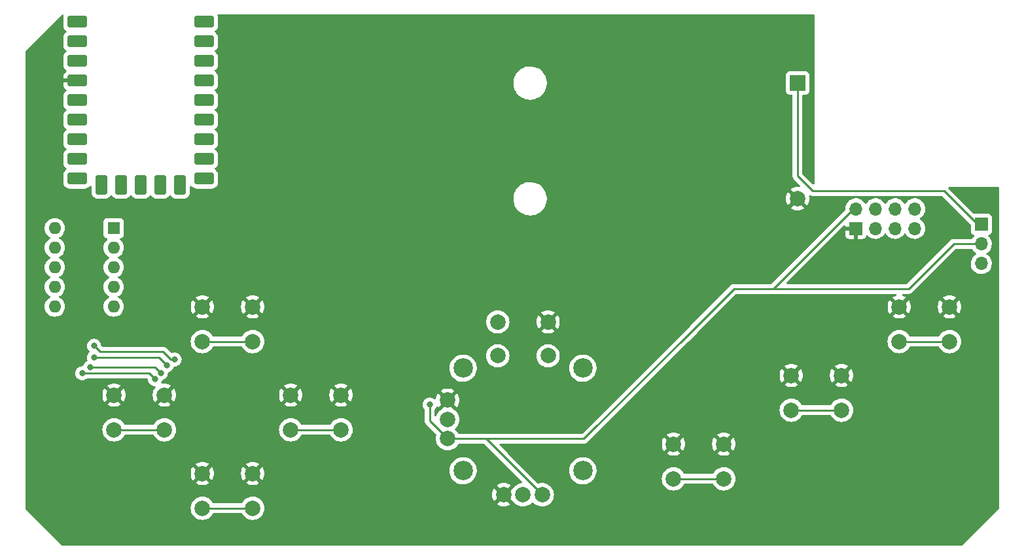
<source format=gbl>
%TF.GenerationSoftware,KiCad,Pcbnew,(6.0.9)*%
%TF.CreationDate,2022-11-26T23:56:03-05:00*%
%TF.ProjectId,rf_controller_hw,72665f63-6f6e-4747-926f-6c6c65725f68,rev?*%
%TF.SameCoordinates,Original*%
%TF.FileFunction,Copper,L2,Bot*%
%TF.FilePolarity,Positive*%
%FSLAX46Y46*%
G04 Gerber Fmt 4.6, Leading zero omitted, Abs format (unit mm)*
G04 Created by KiCad (PCBNEW (6.0.9)) date 2022-11-26 23:56:03*
%MOMM*%
%LPD*%
G01*
G04 APERTURE LIST*
G04 Aperture macros list*
%AMRoundRect*
0 Rectangle with rounded corners*
0 $1 Rounding radius*
0 $2 $3 $4 $5 $6 $7 $8 $9 X,Y pos of 4 corners*
0 Add a 4 corners polygon primitive as box body*
4,1,4,$2,$3,$4,$5,$6,$7,$8,$9,$2,$3,0*
0 Add four circle primitives for the rounded corners*
1,1,$1+$1,$2,$3*
1,1,$1+$1,$4,$5*
1,1,$1+$1,$6,$7*
1,1,$1+$1,$8,$9*
0 Add four rect primitives between the rounded corners*
20,1,$1+$1,$2,$3,$4,$5,0*
20,1,$1+$1,$4,$5,$6,$7,0*
20,1,$1+$1,$6,$7,$8,$9,0*
20,1,$1+$1,$8,$9,$2,$3,0*%
G04 Aperture macros list end*
%TA.AperFunction,ComponentPad*%
%ADD10R,1.700000X1.700000*%
%TD*%
%TA.AperFunction,ComponentPad*%
%ADD11O,1.700000X1.700000*%
%TD*%
%TA.AperFunction,ComponentPad*%
%ADD12C,2.000000*%
%TD*%
%TA.AperFunction,ComponentPad*%
%ADD13RoundRect,0.400000X-0.900000X-0.400000X0.900000X-0.400000X0.900000X0.400000X-0.900000X0.400000X0*%
%TD*%
%TA.AperFunction,ComponentPad*%
%ADD14RoundRect,0.400050X-0.899950X-0.400050X0.899950X-0.400050X0.899950X0.400050X-0.899950X0.400050X0*%
%TD*%
%TA.AperFunction,ComponentPad*%
%ADD15RoundRect,0.400000X-0.400000X-0.900000X0.400000X-0.900000X0.400000X0.900000X-0.400000X0.900000X0*%
%TD*%
%TA.AperFunction,ComponentPad*%
%ADD16RoundRect,0.393700X-0.393700X-0.906300X0.393700X-0.906300X0.393700X0.906300X-0.393700X0.906300X0*%
%TD*%
%TA.AperFunction,ComponentPad*%
%ADD17O,1.600000X1.600000*%
%TD*%
%TA.AperFunction,ComponentPad*%
%ADD18R,1.600000X1.600000*%
%TD*%
%TA.AperFunction,ComponentPad*%
%ADD19C,2.517140*%
%TD*%
%TA.AperFunction,ComponentPad*%
%ADD20C,1.998980*%
%TD*%
%TA.AperFunction,ComponentPad*%
%ADD21R,2.000000X2.000000*%
%TD*%
%TA.AperFunction,ViaPad*%
%ADD22C,0.800000*%
%TD*%
%TA.AperFunction,Conductor*%
%ADD23C,0.250000*%
%TD*%
G04 APERTURE END LIST*
D10*
X213106000Y-73421000D03*
D11*
X213106000Y-75961000D03*
X213106000Y-78501000D03*
D12*
X202490000Y-84110000D03*
X208990000Y-84110000D03*
X202490000Y-88610000D03*
X208990000Y-88610000D03*
X188520000Y-93000000D03*
X195020000Y-93000000D03*
X188520000Y-97500000D03*
X195020000Y-97500000D03*
X173280000Y-101890000D03*
X179780000Y-101890000D03*
X173280000Y-106390000D03*
X179780000Y-106390000D03*
X112320000Y-105700000D03*
X118820000Y-105700000D03*
X112320000Y-110200000D03*
X118820000Y-110200000D03*
X123750000Y-95540000D03*
X130250000Y-95540000D03*
X123750000Y-100040000D03*
X130250000Y-100040000D03*
X100890000Y-95540000D03*
X107390000Y-95540000D03*
X100890000Y-100040000D03*
X107390000Y-100040000D03*
X118820000Y-88610000D03*
X112320000Y-88610000D03*
X118820000Y-84110000D03*
X112320000Y-84110000D03*
D13*
X112551000Y-47169000D03*
X112551000Y-49709000D03*
X112551000Y-52249000D03*
X112551000Y-54789000D03*
X112551000Y-57329000D03*
D14*
X112551000Y-59869000D03*
X112551000Y-62409000D03*
X112551000Y-64949000D03*
X112551000Y-67489000D03*
D15*
X109411000Y-68299000D03*
D16*
X106871000Y-68299000D03*
X104331000Y-68299000D03*
X101791000Y-68299000D03*
X99251000Y-68299000D03*
D14*
X96111000Y-67489000D03*
X96111000Y-64949000D03*
X96111000Y-62409000D03*
X96111000Y-59869000D03*
X96111000Y-47169000D03*
X96111000Y-49709000D03*
X96111000Y-52249000D03*
X96111000Y-57329000D03*
X96111000Y-54789000D03*
D17*
X93218000Y-73914000D03*
X93218000Y-76454000D03*
X93218000Y-78994000D03*
X93218000Y-81534000D03*
X93218000Y-84074000D03*
X100838000Y-84074000D03*
X100838000Y-81534000D03*
X100838000Y-78994000D03*
X100838000Y-76454000D03*
D18*
X100838000Y-73914000D03*
D10*
X196877000Y-73946500D03*
D11*
X196877000Y-71406500D03*
X199417000Y-73946500D03*
X199417000Y-71406500D03*
X201957000Y-73946500D03*
X201957000Y-71406500D03*
X204497000Y-73946500D03*
X204497000Y-71406500D03*
D19*
X161544635Y-92055950D03*
D20*
X150543895Y-90455750D03*
D19*
X146045555Y-105355390D03*
D20*
X150543895Y-86056470D03*
D19*
X161544635Y-105355390D03*
X146045555Y-92055950D03*
D20*
X157046295Y-90455750D03*
X157046295Y-86056470D03*
X144044035Y-101205030D03*
X144044035Y-98705670D03*
X144044035Y-96206310D03*
X156294455Y-108456730D03*
X153795095Y-108456730D03*
X151295735Y-108456730D03*
D21*
X189331000Y-55111000D03*
D12*
X189331000Y-70101000D03*
D22*
X108712000Y-90932000D03*
X98298000Y-89154000D03*
X141732000Y-96774000D03*
X98298000Y-90678000D03*
X107696000Y-91694000D03*
X96774000Y-92710000D03*
X106172000Y-93472000D03*
X106934000Y-92710000D03*
X97790000Y-91948000D03*
D23*
X181102000Y-81788000D02*
X186182000Y-81788000D01*
X196563500Y-71406500D02*
X196877000Y-71406500D01*
X186182000Y-81788000D02*
X203708000Y-81788000D01*
X186182000Y-81788000D02*
X196563500Y-71406500D01*
X189331000Y-55111000D02*
X189331000Y-67157000D01*
X189331000Y-67157000D02*
X191262000Y-69088000D01*
X191262000Y-69088000D02*
X208280000Y-69088000D01*
X208280000Y-69088000D02*
X212613000Y-73421000D01*
X212613000Y-73421000D02*
X213106000Y-73421000D01*
X209535000Y-75961000D02*
X213106000Y-75961000D01*
X161684970Y-101205030D02*
X175895000Y-86995000D01*
X203708000Y-81788000D02*
X209535000Y-75961000D01*
X175895000Y-86995000D02*
X181102000Y-81788000D01*
X173280000Y-106390000D02*
X179780000Y-106390000D01*
X202490000Y-88610000D02*
X208990000Y-88610000D01*
X188520000Y-97500000D02*
X195020000Y-97500000D01*
X112320000Y-110200000D02*
X118820000Y-110200000D01*
X112320000Y-88610000D02*
X118820000Y-88610000D01*
X100890000Y-100040000D02*
X107390000Y-100040000D01*
X123750000Y-100040000D02*
X130250000Y-100040000D01*
X144044035Y-101205030D02*
X161684970Y-101205030D01*
X108712000Y-90932000D02*
X108204000Y-90932000D01*
X107188000Y-89916000D02*
X100584000Y-89916000D01*
X108204000Y-90932000D02*
X107188000Y-89916000D01*
X99060000Y-89916000D02*
X98298000Y-89154000D01*
X100584000Y-89916000D02*
X99060000Y-89916000D01*
X144044035Y-101205030D02*
X149042755Y-101205030D01*
X149042755Y-101205030D02*
X156294455Y-108456730D01*
X141732000Y-96774000D02*
X141732000Y-98892995D01*
X98298000Y-90678000D02*
X106680000Y-90678000D01*
X141732000Y-98892995D02*
X144044035Y-101205030D01*
X106680000Y-90678000D02*
X107696000Y-91694000D01*
X96774000Y-92710000D02*
X105410000Y-92710000D01*
X105410000Y-92710000D02*
X106172000Y-93472000D01*
X106172000Y-91948000D02*
X106934000Y-92710000D01*
X97790000Y-91948000D02*
X106172000Y-91948000D01*
%TA.AperFunction,Conductor*%
G36*
X94329240Y-46248502D02*
G01*
X94375733Y-46302158D01*
X94385837Y-46372432D01*
X94373386Y-46411702D01*
X94361171Y-46435677D01*
X94358173Y-46441561D01*
X94308742Y-46626039D01*
X94308289Y-46631793D01*
X94308289Y-46631794D01*
X94304495Y-46680007D01*
X94302500Y-46705354D01*
X94302500Y-47632646D01*
X94302693Y-47635093D01*
X94302693Y-47635104D01*
X94308289Y-47706206D01*
X94308742Y-47711961D01*
X94358173Y-47896439D01*
X94444878Y-48066608D01*
X94449031Y-48071737D01*
X94449032Y-48071738D01*
X94537412Y-48180878D01*
X94565069Y-48215031D01*
X94713414Y-48335159D01*
X94713415Y-48335160D01*
X94713492Y-48335222D01*
X94713481Y-48335236D01*
X94758080Y-48387207D01*
X94767847Y-48457528D01*
X94738045Y-48521967D01*
X94714794Y-48542114D01*
X94713492Y-48542778D01*
X94565069Y-48662969D01*
X94560919Y-48668094D01*
X94560918Y-48668095D01*
X94529421Y-48706991D01*
X94444878Y-48811392D01*
X94358173Y-48981561D01*
X94308742Y-49166039D01*
X94308289Y-49171793D01*
X94308289Y-49171794D01*
X94304495Y-49220007D01*
X94302500Y-49245354D01*
X94302500Y-50172646D01*
X94302693Y-50175093D01*
X94302693Y-50175104D01*
X94308289Y-50246206D01*
X94308742Y-50251961D01*
X94358173Y-50436439D01*
X94444878Y-50606608D01*
X94449031Y-50611737D01*
X94449032Y-50611738D01*
X94537412Y-50720878D01*
X94565069Y-50755031D01*
X94713414Y-50875159D01*
X94713415Y-50875160D01*
X94713492Y-50875222D01*
X94713481Y-50875236D01*
X94758080Y-50927207D01*
X94767847Y-50997528D01*
X94738045Y-51061967D01*
X94714794Y-51082114D01*
X94713492Y-51082778D01*
X94565069Y-51202969D01*
X94560919Y-51208094D01*
X94560918Y-51208095D01*
X94529421Y-51246991D01*
X94444878Y-51351392D01*
X94358173Y-51521561D01*
X94308742Y-51706039D01*
X94308289Y-51711793D01*
X94308289Y-51711794D01*
X94304495Y-51760007D01*
X94302500Y-51785354D01*
X94302500Y-52712646D01*
X94302693Y-52715093D01*
X94302693Y-52715104D01*
X94308289Y-52786206D01*
X94308742Y-52791961D01*
X94310236Y-52797536D01*
X94310236Y-52797537D01*
X94356003Y-52968342D01*
X94358173Y-52976439D01*
X94444878Y-53146608D01*
X94449031Y-53151737D01*
X94449032Y-53151738D01*
X94535419Y-53258417D01*
X94565069Y-53295031D01*
X94713492Y-53415222D01*
X94713814Y-53415386D01*
X94758542Y-53467507D01*
X94768309Y-53537828D01*
X94738508Y-53602267D01*
X94712306Y-53624971D01*
X94708635Y-53627355D01*
X94570551Y-53739174D01*
X94561274Y-53748451D01*
X94449454Y-53886536D01*
X94442304Y-53897547D01*
X94361637Y-54055864D01*
X94356936Y-54068110D01*
X94310733Y-54240543D01*
X94308786Y-54251870D01*
X94303193Y-54322935D01*
X94303000Y-54327862D01*
X94303000Y-54516885D01*
X94307475Y-54532124D01*
X94308865Y-54533329D01*
X94316548Y-54535000D01*
X96239000Y-54535000D01*
X96307121Y-54555002D01*
X96353614Y-54608658D01*
X96365000Y-54661000D01*
X96365000Y-54917000D01*
X96344998Y-54985121D01*
X96291342Y-55031614D01*
X96239000Y-55043000D01*
X94321115Y-55043000D01*
X94305876Y-55047475D01*
X94304671Y-55048865D01*
X94303000Y-55056548D01*
X94303000Y-55250139D01*
X94303193Y-55255065D01*
X94308786Y-55326130D01*
X94310733Y-55337457D01*
X94356936Y-55509890D01*
X94361637Y-55522136D01*
X94442304Y-55680453D01*
X94449454Y-55691464D01*
X94561274Y-55829549D01*
X94570551Y-55838826D01*
X94708635Y-55950645D01*
X94712306Y-55953029D01*
X94758541Y-56006906D01*
X94768309Y-56077228D01*
X94738508Y-56141667D01*
X94715076Y-56161971D01*
X94713492Y-56162778D01*
X94565069Y-56282969D01*
X94560919Y-56288094D01*
X94560918Y-56288095D01*
X94529421Y-56326991D01*
X94444878Y-56431392D01*
X94358173Y-56601561D01*
X94356465Y-56607934D01*
X94356465Y-56607935D01*
X94333630Y-56693158D01*
X94308742Y-56786039D01*
X94308289Y-56791793D01*
X94308289Y-56791794D01*
X94304495Y-56840007D01*
X94302500Y-56865354D01*
X94302500Y-57792646D01*
X94302693Y-57795093D01*
X94302693Y-57795104D01*
X94308289Y-57866206D01*
X94308742Y-57871961D01*
X94358173Y-58056439D01*
X94444878Y-58226608D01*
X94449031Y-58231737D01*
X94449032Y-58231738D01*
X94537412Y-58340878D01*
X94565069Y-58375031D01*
X94713414Y-58495159D01*
X94713415Y-58495160D01*
X94713492Y-58495222D01*
X94713481Y-58495236D01*
X94758080Y-58547207D01*
X94767847Y-58617528D01*
X94738045Y-58681967D01*
X94714794Y-58702114D01*
X94713492Y-58702778D01*
X94565069Y-58822969D01*
X94560919Y-58828094D01*
X94560918Y-58828095D01*
X94529421Y-58866991D01*
X94444878Y-58971392D01*
X94358173Y-59141561D01*
X94308742Y-59326039D01*
X94302500Y-59405354D01*
X94302500Y-60332646D01*
X94308742Y-60411961D01*
X94358173Y-60596439D01*
X94444878Y-60766608D01*
X94449031Y-60771737D01*
X94449032Y-60771738D01*
X94537468Y-60880947D01*
X94565069Y-60915031D01*
X94713414Y-61035159D01*
X94713415Y-61035160D01*
X94713492Y-61035222D01*
X94713481Y-61035236D01*
X94758080Y-61087207D01*
X94767847Y-61157528D01*
X94738045Y-61221967D01*
X94714794Y-61242114D01*
X94713492Y-61242778D01*
X94565069Y-61362969D01*
X94560919Y-61368094D01*
X94560918Y-61368095D01*
X94529421Y-61406991D01*
X94444878Y-61511392D01*
X94358173Y-61681561D01*
X94308742Y-61866039D01*
X94302500Y-61945354D01*
X94302500Y-62872646D01*
X94308742Y-62951961D01*
X94358173Y-63136439D01*
X94444878Y-63306608D01*
X94449031Y-63311737D01*
X94449032Y-63311738D01*
X94537468Y-63420947D01*
X94565069Y-63455031D01*
X94713414Y-63575159D01*
X94713415Y-63575160D01*
X94713492Y-63575222D01*
X94713481Y-63575236D01*
X94758080Y-63627207D01*
X94767847Y-63697528D01*
X94738045Y-63761967D01*
X94714794Y-63782114D01*
X94713492Y-63782778D01*
X94565069Y-63902969D01*
X94560919Y-63908094D01*
X94560918Y-63908095D01*
X94529421Y-63946991D01*
X94444878Y-64051392D01*
X94358173Y-64221561D01*
X94308742Y-64406039D01*
X94302500Y-64485354D01*
X94302500Y-65412646D01*
X94308742Y-65491961D01*
X94358173Y-65676439D01*
X94444878Y-65846608D01*
X94449031Y-65851737D01*
X94449032Y-65851738D01*
X94498881Y-65913296D01*
X94565069Y-65995031D01*
X94713414Y-66115159D01*
X94713415Y-66115160D01*
X94713492Y-66115222D01*
X94713481Y-66115236D01*
X94758080Y-66167207D01*
X94767847Y-66237528D01*
X94738045Y-66301967D01*
X94714794Y-66322114D01*
X94713492Y-66322778D01*
X94565069Y-66442969D01*
X94560918Y-66448095D01*
X94479385Y-66548780D01*
X94444878Y-66591392D01*
X94358173Y-66761561D01*
X94356466Y-66767933D01*
X94356465Y-66767935D01*
X94319703Y-66905134D01*
X94308742Y-66946039D01*
X94302500Y-67025354D01*
X94302500Y-67952646D01*
X94302693Y-67955093D01*
X94302693Y-67955104D01*
X94303131Y-67960666D01*
X94308742Y-68031961D01*
X94310236Y-68037536D01*
X94310236Y-68037537D01*
X94356455Y-68210026D01*
X94358173Y-68216439D01*
X94444878Y-68386608D01*
X94449031Y-68391737D01*
X94449032Y-68391738D01*
X94512468Y-68470075D01*
X94565069Y-68535031D01*
X94570195Y-68539182D01*
X94653894Y-68606960D01*
X94713492Y-68655222D01*
X94883661Y-68741927D01*
X94890034Y-68743635D01*
X94890035Y-68743635D01*
X94935417Y-68755795D01*
X95068139Y-68791358D01*
X95073893Y-68791811D01*
X95073894Y-68791811D01*
X95144996Y-68797407D01*
X95145007Y-68797407D01*
X95147454Y-68797600D01*
X97074546Y-68797600D01*
X97076993Y-68797407D01*
X97077004Y-68797407D01*
X97148106Y-68791811D01*
X97148107Y-68791811D01*
X97153861Y-68791358D01*
X97286584Y-68755795D01*
X97331965Y-68743635D01*
X97331966Y-68743635D01*
X97338339Y-68741927D01*
X97508508Y-68655222D01*
X97568107Y-68606960D01*
X97651805Y-68539182D01*
X97656931Y-68535031D01*
X97684845Y-68500560D01*
X97731181Y-68443341D01*
X97789596Y-68402989D01*
X97860553Y-68400625D01*
X97921524Y-68436998D01*
X97953152Y-68500560D01*
X97955101Y-68522632D01*
X97955101Y-69268448D01*
X97961299Y-69347213D01*
X98010384Y-69530401D01*
X98016803Y-69542999D01*
X98093303Y-69693138D01*
X98096483Y-69699380D01*
X98100636Y-69704509D01*
X98100639Y-69704513D01*
X98180537Y-69803178D01*
X98215834Y-69846766D01*
X98220965Y-69850921D01*
X98358087Y-69961961D01*
X98358091Y-69961964D01*
X98363220Y-69966117D01*
X98369098Y-69969112D01*
X98369101Y-69969114D01*
X98446194Y-70008395D01*
X98532199Y-70052216D01*
X98538572Y-70053924D01*
X98538573Y-70053924D01*
X98709810Y-70099807D01*
X98709814Y-70099808D01*
X98715387Y-70101301D01*
X98721143Y-70101754D01*
X98791695Y-70107307D01*
X98791702Y-70107307D01*
X98794151Y-70107500D01*
X99250815Y-70107500D01*
X99707848Y-70107499D01*
X99756795Y-70103647D01*
X99780859Y-70101754D01*
X99780861Y-70101754D01*
X99786613Y-70101301D01*
X99969801Y-70052216D01*
X100055806Y-70008395D01*
X100132899Y-69969114D01*
X100132902Y-69969112D01*
X100138780Y-69966117D01*
X100143909Y-69961964D01*
X100143913Y-69961961D01*
X100281035Y-69850921D01*
X100286166Y-69846766D01*
X100321463Y-69803178D01*
X100401361Y-69704513D01*
X100401364Y-69704509D01*
X100405517Y-69699380D01*
X100408732Y-69693070D01*
X100408924Y-69692866D01*
X100412114Y-69687955D01*
X100413012Y-69688538D01*
X100457480Y-69641454D01*
X100526394Y-69624387D01*
X100593596Y-69647287D01*
X100629214Y-69688391D01*
X100629886Y-69687955D01*
X100633028Y-69692793D01*
X100633268Y-69693070D01*
X100636483Y-69699380D01*
X100640636Y-69704509D01*
X100640639Y-69704513D01*
X100720537Y-69803178D01*
X100755834Y-69846766D01*
X100760965Y-69850921D01*
X100898087Y-69961961D01*
X100898091Y-69961964D01*
X100903220Y-69966117D01*
X100909098Y-69969112D01*
X100909101Y-69969114D01*
X100986194Y-70008395D01*
X101072199Y-70052216D01*
X101078572Y-70053924D01*
X101078573Y-70053924D01*
X101249810Y-70099807D01*
X101249814Y-70099808D01*
X101255387Y-70101301D01*
X101261143Y-70101754D01*
X101331695Y-70107307D01*
X101331702Y-70107307D01*
X101334151Y-70107500D01*
X101790815Y-70107500D01*
X102247848Y-70107499D01*
X102296795Y-70103647D01*
X102320859Y-70101754D01*
X102320861Y-70101754D01*
X102326613Y-70101301D01*
X102509801Y-70052216D01*
X102595806Y-70008395D01*
X102672899Y-69969114D01*
X102672902Y-69969112D01*
X102678780Y-69966117D01*
X102683909Y-69961964D01*
X102683913Y-69961961D01*
X102821035Y-69850921D01*
X102826166Y-69846766D01*
X102861463Y-69803178D01*
X102941361Y-69704513D01*
X102941364Y-69704509D01*
X102945517Y-69699380D01*
X102948732Y-69693070D01*
X102948924Y-69692866D01*
X102952114Y-69687955D01*
X102953012Y-69688538D01*
X102997480Y-69641454D01*
X103066394Y-69624387D01*
X103133596Y-69647287D01*
X103169214Y-69688391D01*
X103169886Y-69687955D01*
X103173028Y-69692793D01*
X103173268Y-69693070D01*
X103176483Y-69699380D01*
X103180636Y-69704509D01*
X103180639Y-69704513D01*
X103260537Y-69803178D01*
X103295834Y-69846766D01*
X103300965Y-69850921D01*
X103438087Y-69961961D01*
X103438091Y-69961964D01*
X103443220Y-69966117D01*
X103449098Y-69969112D01*
X103449101Y-69969114D01*
X103526194Y-70008395D01*
X103612199Y-70052216D01*
X103618572Y-70053924D01*
X103618573Y-70053924D01*
X103789810Y-70099807D01*
X103789814Y-70099808D01*
X103795387Y-70101301D01*
X103801143Y-70101754D01*
X103871695Y-70107307D01*
X103871702Y-70107307D01*
X103874151Y-70107500D01*
X104330815Y-70107500D01*
X104787848Y-70107499D01*
X104836795Y-70103647D01*
X104860859Y-70101754D01*
X104860861Y-70101754D01*
X104866613Y-70101301D01*
X105049801Y-70052216D01*
X105135806Y-70008395D01*
X105212899Y-69969114D01*
X105212902Y-69969112D01*
X105218780Y-69966117D01*
X105223909Y-69961964D01*
X105223913Y-69961961D01*
X105361035Y-69850921D01*
X105366166Y-69846766D01*
X105401463Y-69803178D01*
X105481361Y-69704513D01*
X105481364Y-69704509D01*
X105485517Y-69699380D01*
X105488732Y-69693070D01*
X105488924Y-69692866D01*
X105492114Y-69687955D01*
X105493012Y-69688538D01*
X105537480Y-69641454D01*
X105606394Y-69624387D01*
X105673596Y-69647287D01*
X105709214Y-69688391D01*
X105709886Y-69687955D01*
X105713028Y-69692793D01*
X105713268Y-69693070D01*
X105716483Y-69699380D01*
X105720636Y-69704509D01*
X105720639Y-69704513D01*
X105800537Y-69803178D01*
X105835834Y-69846766D01*
X105840965Y-69850921D01*
X105978087Y-69961961D01*
X105978091Y-69961964D01*
X105983220Y-69966117D01*
X105989098Y-69969112D01*
X105989101Y-69969114D01*
X106066194Y-70008395D01*
X106152199Y-70052216D01*
X106158572Y-70053924D01*
X106158573Y-70053924D01*
X106329810Y-70099807D01*
X106329814Y-70099808D01*
X106335387Y-70101301D01*
X106341143Y-70101754D01*
X106411695Y-70107307D01*
X106411702Y-70107307D01*
X106414151Y-70107500D01*
X106870815Y-70107500D01*
X107327848Y-70107499D01*
X107376795Y-70103647D01*
X107400859Y-70101754D01*
X107400861Y-70101754D01*
X107406613Y-70101301D01*
X107589801Y-70052216D01*
X107675806Y-70008395D01*
X107752899Y-69969114D01*
X107752902Y-69969112D01*
X107758780Y-69966117D01*
X107763909Y-69961964D01*
X107763913Y-69961961D01*
X107901035Y-69850921D01*
X107906166Y-69846766D01*
X108025517Y-69699380D01*
X108028518Y-69693490D01*
X108030447Y-69690520D01*
X108084324Y-69644284D01*
X108154646Y-69634516D01*
X108219085Y-69664316D01*
X108241788Y-69690516D01*
X108241874Y-69690649D01*
X108244871Y-69696530D01*
X108249026Y-69701661D01*
X108249028Y-69701664D01*
X108294976Y-69758405D01*
X108365055Y-69844945D01*
X108370186Y-69849100D01*
X108508337Y-69960973D01*
X108508341Y-69960976D01*
X108513470Y-69965129D01*
X108519347Y-69968124D01*
X108519351Y-69968126D01*
X108673494Y-70046665D01*
X108683629Y-70051829D01*
X108690002Y-70053537D01*
X108690003Y-70053537D01*
X108862519Y-70099763D01*
X108862523Y-70099764D01*
X108868096Y-70101257D01*
X108873852Y-70101710D01*
X108944963Y-70107307D01*
X108944970Y-70107307D01*
X108947419Y-70107500D01*
X109410812Y-70107500D01*
X109874580Y-70107499D01*
X109923947Y-70103614D01*
X109948150Y-70101710D01*
X109948152Y-70101710D01*
X109953904Y-70101257D01*
X110076246Y-70068475D01*
X110131997Y-70053537D01*
X110131998Y-70053537D01*
X110138371Y-70051829D01*
X110148506Y-70046665D01*
X110302649Y-69968126D01*
X110302653Y-69968124D01*
X110308530Y-69965129D01*
X110313659Y-69960976D01*
X110313663Y-69960973D01*
X110451814Y-69849100D01*
X110456945Y-69844945D01*
X110527024Y-69758405D01*
X110572973Y-69701663D01*
X110572976Y-69701659D01*
X110577129Y-69696530D01*
X110580192Y-69690520D01*
X110660833Y-69532251D01*
X110663829Y-69526371D01*
X110686567Y-69441513D01*
X110711763Y-69347481D01*
X110711764Y-69347477D01*
X110713257Y-69341904D01*
X110718845Y-69270908D01*
X110719307Y-69265037D01*
X110719307Y-69265030D01*
X110719500Y-69262581D01*
X110719500Y-68538196D01*
X110739502Y-68470075D01*
X110793158Y-68423582D01*
X110863432Y-68413478D01*
X110928012Y-68442972D01*
X110943420Y-68458902D01*
X111000914Y-68529901D01*
X111000918Y-68529905D01*
X111005069Y-68535031D01*
X111010195Y-68539182D01*
X111093894Y-68606960D01*
X111153492Y-68655222D01*
X111323661Y-68741927D01*
X111330034Y-68743635D01*
X111330035Y-68743635D01*
X111375417Y-68755795D01*
X111508139Y-68791358D01*
X111513893Y-68791811D01*
X111513894Y-68791811D01*
X111584996Y-68797407D01*
X111585007Y-68797407D01*
X111587454Y-68797600D01*
X113514546Y-68797600D01*
X113516993Y-68797407D01*
X113517004Y-68797407D01*
X113588106Y-68791811D01*
X113588107Y-68791811D01*
X113593861Y-68791358D01*
X113726584Y-68755795D01*
X113771965Y-68743635D01*
X113771966Y-68743635D01*
X113778339Y-68741927D01*
X113948508Y-68655222D01*
X114008107Y-68606960D01*
X114091805Y-68539182D01*
X114096931Y-68535031D01*
X114149532Y-68470075D01*
X114212968Y-68391738D01*
X114212969Y-68391737D01*
X114217122Y-68386608D01*
X114303827Y-68216439D01*
X114305545Y-68210026D01*
X114351764Y-68037537D01*
X114351764Y-68037536D01*
X114353258Y-68031961D01*
X114358869Y-67960666D01*
X114359307Y-67955104D01*
X114359307Y-67955093D01*
X114359500Y-67952646D01*
X114359500Y-67025354D01*
X114353258Y-66946039D01*
X114342298Y-66905134D01*
X114305535Y-66767935D01*
X114305534Y-66767933D01*
X114303827Y-66761561D01*
X114217122Y-66591392D01*
X114182616Y-66548780D01*
X114101082Y-66448095D01*
X114096931Y-66442969D01*
X113948508Y-66322778D01*
X113948519Y-66322764D01*
X113903920Y-66270793D01*
X113894153Y-66200472D01*
X113923955Y-66136033D01*
X113947206Y-66115886D01*
X113948508Y-66115222D01*
X114096931Y-65995031D01*
X114163119Y-65913296D01*
X114212968Y-65851738D01*
X114212969Y-65851737D01*
X114217122Y-65846608D01*
X114303827Y-65676439D01*
X114353258Y-65491961D01*
X114359500Y-65412646D01*
X114359500Y-64485354D01*
X114353258Y-64406039D01*
X114303827Y-64221561D01*
X114217122Y-64051392D01*
X114132580Y-63946991D01*
X114101082Y-63908095D01*
X114101081Y-63908094D01*
X114096931Y-63902969D01*
X113948508Y-63782778D01*
X113948519Y-63782764D01*
X113903920Y-63730793D01*
X113894153Y-63660472D01*
X113923955Y-63596033D01*
X113947206Y-63575886D01*
X113948508Y-63575222D01*
X114096931Y-63455031D01*
X114124532Y-63420947D01*
X114212968Y-63311738D01*
X114212969Y-63311737D01*
X114217122Y-63306608D01*
X114303827Y-63136439D01*
X114353258Y-62951961D01*
X114359500Y-62872646D01*
X114359500Y-61945354D01*
X114353258Y-61866039D01*
X114303827Y-61681561D01*
X114217122Y-61511392D01*
X114132580Y-61406991D01*
X114101082Y-61368095D01*
X114101081Y-61368094D01*
X114096931Y-61362969D01*
X113948508Y-61242778D01*
X113948519Y-61242764D01*
X113903920Y-61190793D01*
X113894153Y-61120472D01*
X113923955Y-61056033D01*
X113947206Y-61035886D01*
X113948508Y-61035222D01*
X114096931Y-60915031D01*
X114124532Y-60880947D01*
X114212968Y-60771738D01*
X114212969Y-60771737D01*
X114217122Y-60766608D01*
X114303827Y-60596439D01*
X114353258Y-60411961D01*
X114359500Y-60332646D01*
X114359500Y-59405354D01*
X114353258Y-59326039D01*
X114303827Y-59141561D01*
X114217122Y-58971392D01*
X114132580Y-58866991D01*
X114101082Y-58828095D01*
X114101081Y-58828094D01*
X114096931Y-58822969D01*
X113948508Y-58702778D01*
X113948500Y-58702774D01*
X113903858Y-58650750D01*
X113894092Y-58580428D01*
X113923896Y-58515990D01*
X113947176Y-58495819D01*
X113948530Y-58495129D01*
X114096945Y-58374945D01*
X114132524Y-58331009D01*
X114212973Y-58231663D01*
X114212976Y-58231659D01*
X114217129Y-58226530D01*
X114303829Y-58056371D01*
X114353257Y-57871904D01*
X114357501Y-57817984D01*
X114359307Y-57795037D01*
X114359307Y-57795030D01*
X114359500Y-57792581D01*
X114359499Y-56865420D01*
X114355614Y-56816053D01*
X114353710Y-56791850D01*
X114353710Y-56791848D01*
X114353257Y-56786096D01*
X114303829Y-56601629D01*
X114217129Y-56431470D01*
X114212976Y-56426341D01*
X114212973Y-56426337D01*
X114101100Y-56288186D01*
X114096945Y-56283055D01*
X114054892Y-56249001D01*
X113953663Y-56167027D01*
X113953659Y-56167024D01*
X113948530Y-56162871D01*
X113948458Y-56162834D01*
X113903798Y-56110792D01*
X113894031Y-56040470D01*
X113923833Y-55976032D01*
X113947139Y-55955838D01*
X113948530Y-55955129D01*
X113953659Y-55950976D01*
X113953663Y-55950973D01*
X114091814Y-55839100D01*
X114096945Y-55834945D01*
X114133168Y-55790213D01*
X114212973Y-55691663D01*
X114212976Y-55691659D01*
X114217129Y-55686530D01*
X114220226Y-55680453D01*
X114300833Y-55522251D01*
X114303829Y-55516371D01*
X114353257Y-55331904D01*
X114357501Y-55277984D01*
X114359307Y-55255037D01*
X114359307Y-55255030D01*
X114359500Y-55252581D01*
X114359500Y-55246850D01*
X152566725Y-55246850D01*
X152567284Y-55251094D01*
X152567284Y-55251098D01*
X152570824Y-55277984D01*
X152605140Y-55538640D01*
X152606273Y-55542780D01*
X152606273Y-55542782D01*
X152664161Y-55754385D01*
X152682800Y-55822517D01*
X152689873Y-55839100D01*
X152796586Y-56089286D01*
X152796590Y-56089293D01*
X152798268Y-56093228D01*
X152889469Y-56245614D01*
X152942750Y-56334639D01*
X152949408Y-56345764D01*
X153133422Y-56575451D01*
X153136524Y-56578395D01*
X153136528Y-56578399D01*
X153257459Y-56693158D01*
X153346905Y-56778039D01*
X153585908Y-56949780D01*
X153846007Y-57087496D01*
X154122390Y-57188638D01*
X154409943Y-57251334D01*
X154442519Y-57253898D01*
X154638309Y-57269307D01*
X154638318Y-57269307D01*
X154640766Y-57269500D01*
X154799990Y-57269500D01*
X154802126Y-57269354D01*
X154802137Y-57269354D01*
X155015350Y-57254819D01*
X155015356Y-57254818D01*
X155019627Y-57254527D01*
X155023822Y-57253658D01*
X155023824Y-57253658D01*
X155163724Y-57224686D01*
X155307820Y-57194845D01*
X155585247Y-57096603D01*
X155846774Y-56961618D01*
X155850275Y-56959157D01*
X155850279Y-56959155D01*
X156084052Y-56794856D01*
X156084053Y-56794855D01*
X156087562Y-56792389D01*
X156285986Y-56608003D01*
X156300017Y-56594965D01*
X156300018Y-56594964D01*
X156303156Y-56592048D01*
X156316741Y-56575451D01*
X156486849Y-56367618D01*
X156489565Y-56364300D01*
X156643340Y-56113361D01*
X156645068Y-56109425D01*
X156759913Y-55847802D01*
X156759914Y-55847798D01*
X156761637Y-55843874D01*
X156842265Y-55560826D01*
X156846029Y-55534384D01*
X156883129Y-55273705D01*
X156883734Y-55269454D01*
X156884889Y-55048865D01*
X156885253Y-54979436D01*
X156885253Y-54979430D01*
X156885275Y-54975150D01*
X156881740Y-54948295D01*
X156847420Y-54687616D01*
X156846860Y-54683360D01*
X156805487Y-54532124D01*
X156770334Y-54403628D01*
X156770334Y-54403627D01*
X156769200Y-54399483D01*
X156703775Y-54246096D01*
X156655414Y-54132714D01*
X156655410Y-54132707D01*
X156653732Y-54128772D01*
X156562531Y-53976386D01*
X156504796Y-53879918D01*
X156504793Y-53879914D01*
X156502592Y-53876236D01*
X156318578Y-53646549D01*
X156315476Y-53643605D01*
X156315472Y-53643601D01*
X156108204Y-53446911D01*
X156108201Y-53446909D01*
X156105095Y-53443961D01*
X155866092Y-53272220D01*
X155605993Y-53134504D01*
X155329610Y-53033362D01*
X155042057Y-52970666D01*
X155001486Y-52967473D01*
X154813691Y-52952693D01*
X154813682Y-52952693D01*
X154811234Y-52952500D01*
X154652010Y-52952500D01*
X154649874Y-52952646D01*
X154649863Y-52952646D01*
X154436650Y-52967181D01*
X154436644Y-52967182D01*
X154432373Y-52967473D01*
X154428178Y-52968342D01*
X154428176Y-52968342D01*
X154360684Y-52982319D01*
X154144180Y-53027155D01*
X153866753Y-53125397D01*
X153605226Y-53260382D01*
X153601725Y-53262843D01*
X153601721Y-53262845D01*
X153390957Y-53410973D01*
X153364438Y-53429611D01*
X153148844Y-53629952D01*
X153146130Y-53633268D01*
X153146128Y-53633270D01*
X153084560Y-53708492D01*
X152962435Y-53857700D01*
X152808660Y-54108639D01*
X152806933Y-54112572D01*
X152806932Y-54112575D01*
X152712415Y-54327891D01*
X152690363Y-54378126D01*
X152609735Y-54661174D01*
X152609131Y-54665416D01*
X152609130Y-54665422D01*
X152573325Y-54917000D01*
X152568266Y-54952546D01*
X152566725Y-55246850D01*
X114359500Y-55246850D01*
X114359499Y-54325420D01*
X114355614Y-54276053D01*
X114353710Y-54251850D01*
X114353710Y-54251848D01*
X114353257Y-54246096D01*
X114303829Y-54061629D01*
X114269006Y-53993285D01*
X114220126Y-53897351D01*
X114220124Y-53897347D01*
X114217129Y-53891470D01*
X114212976Y-53886341D01*
X114212973Y-53886337D01*
X114101100Y-53748186D01*
X114096945Y-53743055D01*
X114054263Y-53708492D01*
X113953663Y-53627027D01*
X113953659Y-53627024D01*
X113948530Y-53622871D01*
X113948458Y-53622834D01*
X113903798Y-53570792D01*
X113894031Y-53500470D01*
X113923833Y-53436032D01*
X113947139Y-53415838D01*
X113948530Y-53415129D01*
X113953659Y-53410976D01*
X113953663Y-53410973D01*
X114091814Y-53299100D01*
X114096945Y-53294945D01*
X114132524Y-53251009D01*
X114212973Y-53151663D01*
X114212976Y-53151659D01*
X114217129Y-53146530D01*
X114224009Y-53133029D01*
X114300833Y-52982251D01*
X114303829Y-52976371D01*
X114306213Y-52967473D01*
X114351763Y-52797481D01*
X114351764Y-52797477D01*
X114353257Y-52791904D01*
X114357501Y-52737984D01*
X114359307Y-52715037D01*
X114359307Y-52715030D01*
X114359500Y-52712581D01*
X114359499Y-51785420D01*
X114353257Y-51706096D01*
X114303829Y-51521629D01*
X114217129Y-51351470D01*
X114212976Y-51346341D01*
X114212973Y-51346337D01*
X114101100Y-51208186D01*
X114096945Y-51203055D01*
X114054892Y-51169001D01*
X113953663Y-51087027D01*
X113953659Y-51087024D01*
X113948530Y-51082871D01*
X113948458Y-51082834D01*
X113903798Y-51030792D01*
X113894031Y-50960470D01*
X113923833Y-50896032D01*
X113947139Y-50875838D01*
X113948530Y-50875129D01*
X113953659Y-50870976D01*
X113953663Y-50870973D01*
X114091814Y-50759100D01*
X114096945Y-50754945D01*
X114132524Y-50711009D01*
X114212973Y-50611663D01*
X114212976Y-50611659D01*
X114217129Y-50606530D01*
X114244254Y-50553295D01*
X114300833Y-50442251D01*
X114303829Y-50436371D01*
X114311223Y-50408776D01*
X114351763Y-50257481D01*
X114351764Y-50257477D01*
X114353257Y-50251904D01*
X114357501Y-50197984D01*
X114359307Y-50175037D01*
X114359307Y-50175030D01*
X114359500Y-50172581D01*
X114359499Y-49245420D01*
X114353257Y-49166096D01*
X114303829Y-48981629D01*
X114217129Y-48811470D01*
X114212976Y-48806341D01*
X114212973Y-48806337D01*
X114101100Y-48668186D01*
X114096945Y-48663055D01*
X114054892Y-48629001D01*
X113953663Y-48547027D01*
X113953659Y-48547024D01*
X113948530Y-48542871D01*
X113948458Y-48542834D01*
X113903798Y-48490792D01*
X113894031Y-48420470D01*
X113923833Y-48356032D01*
X113947139Y-48335838D01*
X113948530Y-48335129D01*
X113953659Y-48330976D01*
X113953663Y-48330973D01*
X114091814Y-48219100D01*
X114096945Y-48214945D01*
X114132524Y-48171009D01*
X114212973Y-48071663D01*
X114212976Y-48071659D01*
X114217129Y-48066530D01*
X114303829Y-47896371D01*
X114353257Y-47711904D01*
X114357501Y-47657984D01*
X114359307Y-47635037D01*
X114359307Y-47635030D01*
X114359500Y-47632581D01*
X114359499Y-46705420D01*
X114353257Y-46626096D01*
X114303829Y-46441629D01*
X114288581Y-46411703D01*
X114275477Y-46341926D01*
X114302177Y-46276141D01*
X114360205Y-46235235D01*
X114400848Y-46228500D01*
X191390000Y-46228500D01*
X191458121Y-46248502D01*
X191504614Y-46302158D01*
X191516000Y-46354500D01*
X191516000Y-68141905D01*
X191495998Y-68210026D01*
X191442342Y-68256519D01*
X191372068Y-68266623D01*
X191307488Y-68237129D01*
X191300905Y-68231000D01*
X190001405Y-66931500D01*
X189967379Y-66869188D01*
X189964500Y-66842405D01*
X189964500Y-56745500D01*
X189984502Y-56677379D01*
X190038158Y-56630886D01*
X190090500Y-56619500D01*
X190379134Y-56619500D01*
X190441316Y-56612745D01*
X190577705Y-56561615D01*
X190694261Y-56474261D01*
X190781615Y-56357705D01*
X190832745Y-56221316D01*
X190839500Y-56159134D01*
X190839500Y-54062866D01*
X190832745Y-54000684D01*
X190781615Y-53864295D01*
X190694261Y-53747739D01*
X190577705Y-53660385D01*
X190441316Y-53609255D01*
X190379134Y-53602500D01*
X188282866Y-53602500D01*
X188220684Y-53609255D01*
X188084295Y-53660385D01*
X187967739Y-53747739D01*
X187880385Y-53864295D01*
X187829255Y-54000684D01*
X187822500Y-54062866D01*
X187822500Y-56159134D01*
X187829255Y-56221316D01*
X187880385Y-56357705D01*
X187967739Y-56474261D01*
X188084295Y-56561615D01*
X188220684Y-56612745D01*
X188282866Y-56619500D01*
X188571500Y-56619500D01*
X188639621Y-56639502D01*
X188686114Y-56693158D01*
X188697500Y-56745500D01*
X188697500Y-67078233D01*
X188696973Y-67089416D01*
X188695298Y-67096909D01*
X188695547Y-67104835D01*
X188695547Y-67104836D01*
X188697438Y-67164986D01*
X188697500Y-67168945D01*
X188697500Y-67196856D01*
X188697997Y-67200790D01*
X188697997Y-67200791D01*
X188698005Y-67200856D01*
X188698938Y-67212693D01*
X188700327Y-67256889D01*
X188705978Y-67276339D01*
X188709987Y-67295700D01*
X188712526Y-67315797D01*
X188715445Y-67323168D01*
X188715445Y-67323170D01*
X188728804Y-67356912D01*
X188732649Y-67368142D01*
X188744982Y-67410593D01*
X188749015Y-67417412D01*
X188749017Y-67417417D01*
X188755293Y-67428028D01*
X188763988Y-67445776D01*
X188771448Y-67464617D01*
X188776110Y-67471033D01*
X188776110Y-67471034D01*
X188797436Y-67500387D01*
X188803952Y-67510307D01*
X188826458Y-67548362D01*
X188840779Y-67562683D01*
X188853619Y-67577716D01*
X188865528Y-67594107D01*
X188871634Y-67599158D01*
X188899605Y-67622298D01*
X188908384Y-67630288D01*
X189671052Y-68392956D01*
X189705078Y-68455268D01*
X189700013Y-68526083D01*
X189657466Y-68582919D01*
X189590946Y-68607730D01*
X189567651Y-68606731D01*
X189567633Y-68606960D01*
X189335930Y-68588725D01*
X189326070Y-68588725D01*
X189099301Y-68606572D01*
X189089554Y-68608115D01*
X188868373Y-68661217D01*
X188858988Y-68664266D01*
X188648837Y-68751313D01*
X188640042Y-68755795D01*
X188472555Y-68858432D01*
X188463093Y-68868890D01*
X188466876Y-68877666D01*
X190551290Y-70962080D01*
X190563670Y-70968840D01*
X190571320Y-70963113D01*
X190676205Y-70791958D01*
X190680687Y-70783163D01*
X190767734Y-70573012D01*
X190770783Y-70563627D01*
X190823885Y-70342446D01*
X190825428Y-70332699D01*
X190843275Y-70105930D01*
X190843275Y-70096070D01*
X190825428Y-69869301D01*
X190823885Y-69859554D01*
X190810350Y-69803178D01*
X190813897Y-69732270D01*
X190855217Y-69674536D01*
X190921191Y-69648306D01*
X190993570Y-69663350D01*
X191013918Y-69674536D01*
X191026940Y-69681695D01*
X191034617Y-69683666D01*
X191034622Y-69683668D01*
X191046558Y-69686732D01*
X191065266Y-69693137D01*
X191083855Y-69701181D01*
X191091680Y-69702420D01*
X191091682Y-69702421D01*
X191127519Y-69708097D01*
X191139140Y-69710504D01*
X191174289Y-69719528D01*
X191181970Y-69721500D01*
X191202231Y-69721500D01*
X191221940Y-69723051D01*
X191241943Y-69726219D01*
X191249835Y-69725473D01*
X191255062Y-69724979D01*
X191285954Y-69722059D01*
X191297811Y-69721500D01*
X207965406Y-69721500D01*
X208033527Y-69741502D01*
X208054501Y-69758405D01*
X211710595Y-73414499D01*
X211744621Y-73476811D01*
X211747500Y-73503594D01*
X211747500Y-74319134D01*
X211754255Y-74381316D01*
X211805385Y-74517705D01*
X211892739Y-74634261D01*
X212009295Y-74721615D01*
X212017704Y-74724767D01*
X212017705Y-74724768D01*
X212126451Y-74765535D01*
X212183216Y-74808176D01*
X212207916Y-74874738D01*
X212192709Y-74944087D01*
X212173316Y-74970568D01*
X212097267Y-75050149D01*
X212046629Y-75103138D01*
X212043715Y-75107410D01*
X212043714Y-75107411D01*
X211931095Y-75272504D01*
X211876184Y-75317507D01*
X211827007Y-75327500D01*
X209613763Y-75327500D01*
X209602579Y-75326973D01*
X209595091Y-75325299D01*
X209587168Y-75325548D01*
X209527033Y-75327438D01*
X209523075Y-75327500D01*
X209495144Y-75327500D01*
X209491229Y-75327995D01*
X209491225Y-75327995D01*
X209491167Y-75328003D01*
X209491138Y-75328006D01*
X209479296Y-75328939D01*
X209435110Y-75330327D01*
X209417744Y-75335372D01*
X209415658Y-75335978D01*
X209396306Y-75339986D01*
X209384068Y-75341532D01*
X209384066Y-75341533D01*
X209376203Y-75342526D01*
X209335086Y-75358806D01*
X209323885Y-75362641D01*
X209281406Y-75374982D01*
X209274587Y-75379015D01*
X209274582Y-75379017D01*
X209263971Y-75385293D01*
X209246221Y-75393990D01*
X209227383Y-75401448D01*
X209220967Y-75406109D01*
X209220966Y-75406110D01*
X209191625Y-75427428D01*
X209181701Y-75433947D01*
X209150460Y-75452422D01*
X209150455Y-75452426D01*
X209143637Y-75456458D01*
X209129313Y-75470782D01*
X209114281Y-75483621D01*
X209097893Y-75495528D01*
X209080168Y-75516954D01*
X209069712Y-75529593D01*
X209061722Y-75538373D01*
X203482500Y-81117595D01*
X203420188Y-81151621D01*
X203393405Y-81154500D01*
X188015594Y-81154500D01*
X187947473Y-81134498D01*
X187900980Y-81080842D01*
X187890876Y-81010568D01*
X187920370Y-80945988D01*
X187926499Y-80939405D01*
X194024736Y-74841169D01*
X195519001Y-74841169D01*
X195519371Y-74847990D01*
X195524895Y-74898852D01*
X195528521Y-74914104D01*
X195573676Y-75034554D01*
X195582214Y-75050149D01*
X195658715Y-75152224D01*
X195671276Y-75164785D01*
X195773351Y-75241286D01*
X195788946Y-75249824D01*
X195909394Y-75294978D01*
X195924649Y-75298605D01*
X195975514Y-75304131D01*
X195982328Y-75304500D01*
X196604885Y-75304500D01*
X196620124Y-75300025D01*
X196621329Y-75298635D01*
X196623000Y-75290952D01*
X196623000Y-74218615D01*
X196618525Y-74203376D01*
X196617135Y-74202171D01*
X196609452Y-74200500D01*
X195537116Y-74200500D01*
X195521877Y-74204975D01*
X195520672Y-74206365D01*
X195519001Y-74214048D01*
X195519001Y-74841169D01*
X194024736Y-74841169D01*
X195303905Y-73562000D01*
X195366217Y-73527974D01*
X195437032Y-73533039D01*
X195493868Y-73575586D01*
X195518679Y-73642106D01*
X195519000Y-73651095D01*
X195519000Y-73674385D01*
X195523475Y-73689624D01*
X195524865Y-73690829D01*
X195532548Y-73692500D01*
X197005000Y-73692500D01*
X197073121Y-73712502D01*
X197119614Y-73766158D01*
X197131000Y-73818500D01*
X197131000Y-75286384D01*
X197135475Y-75301623D01*
X197136865Y-75302828D01*
X197144548Y-75304499D01*
X197771669Y-75304499D01*
X197778490Y-75304129D01*
X197829352Y-75298605D01*
X197844604Y-75294979D01*
X197965054Y-75249824D01*
X197980649Y-75241286D01*
X198082724Y-75164785D01*
X198095285Y-75152224D01*
X198171786Y-75050149D01*
X198180324Y-75034554D01*
X198221225Y-74925452D01*
X198263867Y-74868688D01*
X198330428Y-74843988D01*
X198399777Y-74859196D01*
X198434444Y-74887184D01*
X198459865Y-74916531D01*
X198459869Y-74916535D01*
X198463250Y-74920438D01*
X198523632Y-74970568D01*
X198623945Y-75053849D01*
X198635126Y-75063132D01*
X198828000Y-75175838D01*
X199036692Y-75255530D01*
X199041760Y-75256561D01*
X199041763Y-75256562D01*
X199120121Y-75272504D01*
X199255597Y-75300067D01*
X199260772Y-75300257D01*
X199260774Y-75300257D01*
X199473673Y-75308064D01*
X199473677Y-75308064D01*
X199478837Y-75308253D01*
X199483957Y-75307597D01*
X199483959Y-75307597D01*
X199695288Y-75280525D01*
X199695289Y-75280525D01*
X199700416Y-75279868D01*
X199705366Y-75278383D01*
X199909429Y-75217161D01*
X199909434Y-75217159D01*
X199914384Y-75215674D01*
X200114994Y-75117396D01*
X200296860Y-74987673D01*
X200323923Y-74960705D01*
X200410190Y-74874738D01*
X200455096Y-74829989D01*
X200459173Y-74824316D01*
X200585453Y-74648577D01*
X200586776Y-74649528D01*
X200633645Y-74606357D01*
X200703580Y-74594125D01*
X200769026Y-74621644D01*
X200796875Y-74653494D01*
X200856987Y-74751588D01*
X201003250Y-74920438D01*
X201063632Y-74970568D01*
X201163945Y-75053849D01*
X201175126Y-75063132D01*
X201368000Y-75175838D01*
X201576692Y-75255530D01*
X201581760Y-75256561D01*
X201581763Y-75256562D01*
X201660121Y-75272504D01*
X201795597Y-75300067D01*
X201800772Y-75300257D01*
X201800774Y-75300257D01*
X202013673Y-75308064D01*
X202013677Y-75308064D01*
X202018837Y-75308253D01*
X202023957Y-75307597D01*
X202023959Y-75307597D01*
X202235288Y-75280525D01*
X202235289Y-75280525D01*
X202240416Y-75279868D01*
X202245366Y-75278383D01*
X202449429Y-75217161D01*
X202449434Y-75217159D01*
X202454384Y-75215674D01*
X202654994Y-75117396D01*
X202836860Y-74987673D01*
X202863923Y-74960705D01*
X202950190Y-74874738D01*
X202995096Y-74829989D01*
X202999173Y-74824316D01*
X203125453Y-74648577D01*
X203126776Y-74649528D01*
X203173645Y-74606357D01*
X203243580Y-74594125D01*
X203309026Y-74621644D01*
X203336875Y-74653494D01*
X203396987Y-74751588D01*
X203543250Y-74920438D01*
X203603632Y-74970568D01*
X203703945Y-75053849D01*
X203715126Y-75063132D01*
X203908000Y-75175838D01*
X204116692Y-75255530D01*
X204121760Y-75256561D01*
X204121763Y-75256562D01*
X204200121Y-75272504D01*
X204335597Y-75300067D01*
X204340772Y-75300257D01*
X204340774Y-75300257D01*
X204553673Y-75308064D01*
X204553677Y-75308064D01*
X204558837Y-75308253D01*
X204563957Y-75307597D01*
X204563959Y-75307597D01*
X204775288Y-75280525D01*
X204775289Y-75280525D01*
X204780416Y-75279868D01*
X204785366Y-75278383D01*
X204989429Y-75217161D01*
X204989434Y-75217159D01*
X204994384Y-75215674D01*
X205194994Y-75117396D01*
X205376860Y-74987673D01*
X205403923Y-74960705D01*
X205490190Y-74874738D01*
X205535096Y-74829989D01*
X205539173Y-74824316D01*
X205662435Y-74652777D01*
X205665453Y-74648577D01*
X205672529Y-74634261D01*
X205762136Y-74452953D01*
X205762137Y-74452951D01*
X205764430Y-74448311D01*
X205829370Y-74234569D01*
X205858529Y-74013090D01*
X205860156Y-73946500D01*
X205841852Y-73723861D01*
X205787431Y-73507202D01*
X205698354Y-73302340D01*
X205577014Y-73114777D01*
X205426670Y-72949551D01*
X205422619Y-72946352D01*
X205422615Y-72946348D01*
X205255414Y-72814300D01*
X205255410Y-72814298D01*
X205251359Y-72811098D01*
X205210053Y-72788296D01*
X205160084Y-72737864D01*
X205145312Y-72668421D01*
X205170428Y-72602016D01*
X205197780Y-72575409D01*
X205266652Y-72526283D01*
X205376860Y-72447673D01*
X205401323Y-72423296D01*
X205531435Y-72293637D01*
X205535096Y-72289989D01*
X205557005Y-72259500D01*
X205662435Y-72112777D01*
X205665453Y-72108577D01*
X205686320Y-72066357D01*
X205762136Y-71912953D01*
X205762137Y-71912951D01*
X205764430Y-71908311D01*
X205803575Y-71779470D01*
X205827865Y-71699523D01*
X205827865Y-71699521D01*
X205829370Y-71694569D01*
X205858529Y-71473090D01*
X205858611Y-71469740D01*
X205860074Y-71409865D01*
X205860074Y-71409861D01*
X205860156Y-71406500D01*
X205841852Y-71183861D01*
X205787431Y-70967202D01*
X205698354Y-70762340D01*
X205577014Y-70574777D01*
X205426670Y-70409551D01*
X205422619Y-70406352D01*
X205422615Y-70406348D01*
X205255414Y-70274300D01*
X205255410Y-70274298D01*
X205251359Y-70271098D01*
X205055789Y-70163138D01*
X205050920Y-70161414D01*
X205050916Y-70161412D01*
X204850087Y-70090295D01*
X204850083Y-70090294D01*
X204845212Y-70088569D01*
X204840119Y-70087662D01*
X204840116Y-70087661D01*
X204630373Y-70050300D01*
X204630367Y-70050299D01*
X204625284Y-70049394D01*
X204551452Y-70048492D01*
X204407081Y-70046728D01*
X204407079Y-70046728D01*
X204401911Y-70046665D01*
X204181091Y-70080455D01*
X203968756Y-70149857D01*
X203938443Y-70165637D01*
X203809878Y-70232564D01*
X203770607Y-70253007D01*
X203766474Y-70256110D01*
X203766471Y-70256112D01*
X203742247Y-70274300D01*
X203591965Y-70387135D01*
X203588393Y-70390873D01*
X203456740Y-70528640D01*
X203437629Y-70548638D01*
X203330201Y-70706121D01*
X203275293Y-70751121D01*
X203204768Y-70759292D01*
X203141021Y-70728038D01*
X203120324Y-70703554D01*
X203039822Y-70579117D01*
X203039820Y-70579114D01*
X203037014Y-70574777D01*
X202886670Y-70409551D01*
X202882619Y-70406352D01*
X202882615Y-70406348D01*
X202715414Y-70274300D01*
X202715410Y-70274298D01*
X202711359Y-70271098D01*
X202515789Y-70163138D01*
X202510920Y-70161414D01*
X202510916Y-70161412D01*
X202310087Y-70090295D01*
X202310083Y-70090294D01*
X202305212Y-70088569D01*
X202300119Y-70087662D01*
X202300116Y-70087661D01*
X202090373Y-70050300D01*
X202090367Y-70050299D01*
X202085284Y-70049394D01*
X202011452Y-70048492D01*
X201867081Y-70046728D01*
X201867079Y-70046728D01*
X201861911Y-70046665D01*
X201641091Y-70080455D01*
X201428756Y-70149857D01*
X201398443Y-70165637D01*
X201269878Y-70232564D01*
X201230607Y-70253007D01*
X201226474Y-70256110D01*
X201226471Y-70256112D01*
X201202247Y-70274300D01*
X201051965Y-70387135D01*
X201048393Y-70390873D01*
X200916740Y-70528640D01*
X200897629Y-70548638D01*
X200790201Y-70706121D01*
X200735293Y-70751121D01*
X200664768Y-70759292D01*
X200601021Y-70728038D01*
X200580324Y-70703554D01*
X200499822Y-70579117D01*
X200499820Y-70579114D01*
X200497014Y-70574777D01*
X200346670Y-70409551D01*
X200342619Y-70406352D01*
X200342615Y-70406348D01*
X200175414Y-70274300D01*
X200175410Y-70274298D01*
X200171359Y-70271098D01*
X199975789Y-70163138D01*
X199970920Y-70161414D01*
X199970916Y-70161412D01*
X199770087Y-70090295D01*
X199770083Y-70090294D01*
X199765212Y-70088569D01*
X199760119Y-70087662D01*
X199760116Y-70087661D01*
X199550373Y-70050300D01*
X199550367Y-70050299D01*
X199545284Y-70049394D01*
X199471452Y-70048492D01*
X199327081Y-70046728D01*
X199327079Y-70046728D01*
X199321911Y-70046665D01*
X199101091Y-70080455D01*
X198888756Y-70149857D01*
X198858443Y-70165637D01*
X198729878Y-70232564D01*
X198690607Y-70253007D01*
X198686474Y-70256110D01*
X198686471Y-70256112D01*
X198662247Y-70274300D01*
X198511965Y-70387135D01*
X198508393Y-70390873D01*
X198376740Y-70528640D01*
X198357629Y-70548638D01*
X198250201Y-70706121D01*
X198195293Y-70751121D01*
X198124768Y-70759292D01*
X198061021Y-70728038D01*
X198040324Y-70703554D01*
X197959822Y-70579117D01*
X197959820Y-70579114D01*
X197957014Y-70574777D01*
X197806670Y-70409551D01*
X197802619Y-70406352D01*
X197802615Y-70406348D01*
X197635414Y-70274300D01*
X197635410Y-70274298D01*
X197631359Y-70271098D01*
X197435789Y-70163138D01*
X197430920Y-70161414D01*
X197430916Y-70161412D01*
X197230087Y-70090295D01*
X197230083Y-70090294D01*
X197225212Y-70088569D01*
X197220119Y-70087662D01*
X197220116Y-70087661D01*
X197010373Y-70050300D01*
X197010367Y-70050299D01*
X197005284Y-70049394D01*
X196931452Y-70048492D01*
X196787081Y-70046728D01*
X196787079Y-70046728D01*
X196781911Y-70046665D01*
X196561091Y-70080455D01*
X196348756Y-70149857D01*
X196318443Y-70165637D01*
X196189878Y-70232564D01*
X196150607Y-70253007D01*
X196146474Y-70256110D01*
X196146471Y-70256112D01*
X196122247Y-70274300D01*
X195971965Y-70387135D01*
X195968393Y-70390873D01*
X195836740Y-70528640D01*
X195817629Y-70548638D01*
X195691743Y-70733180D01*
X195597688Y-70935805D01*
X195537989Y-71151070D01*
X195514251Y-71373195D01*
X195514548Y-71378348D01*
X195514548Y-71378351D01*
X195521174Y-71493270D01*
X195505126Y-71562430D01*
X195484478Y-71589618D01*
X185956500Y-81117595D01*
X185894188Y-81151621D01*
X185867405Y-81154500D01*
X181180767Y-81154500D01*
X181169584Y-81153973D01*
X181162091Y-81152298D01*
X181154165Y-81152547D01*
X181154164Y-81152547D01*
X181094014Y-81154438D01*
X181090055Y-81154500D01*
X181062144Y-81154500D01*
X181058210Y-81154997D01*
X181058209Y-81154997D01*
X181058144Y-81155005D01*
X181046307Y-81155938D01*
X181014049Y-81156952D01*
X181010030Y-81157078D01*
X181002111Y-81157327D01*
X180982657Y-81162979D01*
X180963300Y-81166987D01*
X180951070Y-81168532D01*
X180951069Y-81168532D01*
X180943203Y-81169526D01*
X180935832Y-81172445D01*
X180935830Y-81172445D01*
X180902088Y-81185804D01*
X180890858Y-81189649D01*
X180856017Y-81199771D01*
X180856016Y-81199771D01*
X180848407Y-81201982D01*
X180841588Y-81206015D01*
X180841583Y-81206017D01*
X180830972Y-81212293D01*
X180813224Y-81220988D01*
X180794383Y-81228448D01*
X180787967Y-81233110D01*
X180787966Y-81233110D01*
X180758613Y-81254436D01*
X180748693Y-81260952D01*
X180717465Y-81279420D01*
X180717462Y-81279422D01*
X180710638Y-81283458D01*
X180696317Y-81297779D01*
X180681284Y-81310619D01*
X180664893Y-81322528D01*
X180659842Y-81328634D01*
X180636702Y-81356605D01*
X180628712Y-81365384D01*
X175418865Y-86575230D01*
X175418862Y-86575234D01*
X161459470Y-100534625D01*
X161397158Y-100568651D01*
X161370375Y-100571530D01*
X149102531Y-100571530D01*
X149082820Y-100569979D01*
X149074436Y-100568651D01*
X149062812Y-100566810D01*
X149054920Y-100567556D01*
X149018794Y-100570971D01*
X149006936Y-100571530D01*
X145495002Y-100571530D01*
X145426881Y-100551528D01*
X145387569Y-100511365D01*
X145385258Y-100507594D01*
X145267797Y-100315915D01*
X145113642Y-100135423D01*
X145014984Y-100051161D01*
X144976175Y-99991711D01*
X144975669Y-99920716D01*
X145014984Y-99859539D01*
X145109886Y-99778485D01*
X145113642Y-99775277D01*
X145267797Y-99594785D01*
X145391819Y-99392400D01*
X145402637Y-99366283D01*
X145480761Y-99177674D01*
X145480763Y-99177668D01*
X145482653Y-99173105D01*
X145484834Y-99164023D01*
X145525431Y-98994923D01*
X145538065Y-98942301D01*
X145556688Y-98705670D01*
X145538065Y-98469039D01*
X145482653Y-98238235D01*
X145480763Y-98233672D01*
X145480761Y-98233666D01*
X145393714Y-98023514D01*
X145393712Y-98023510D01*
X145391819Y-98018940D01*
X145267797Y-97816555D01*
X145113642Y-97636063D01*
X145109886Y-97632855D01*
X145109881Y-97632850D01*
X144951198Y-97497322D01*
X144917321Y-97451389D01*
X144907787Y-97429272D01*
X144056847Y-96578332D01*
X144042903Y-96570718D01*
X144041070Y-96570849D01*
X144034455Y-96575100D01*
X143183325Y-97426230D01*
X143162293Y-97464746D01*
X143133536Y-97500171D01*
X142978189Y-97632850D01*
X142978184Y-97632855D01*
X142974428Y-97636063D01*
X142820273Y-97816555D01*
X142696251Y-98018940D01*
X142694358Y-98023510D01*
X142694356Y-98023514D01*
X142607909Y-98232219D01*
X142563361Y-98287500D01*
X142495998Y-98309921D01*
X142427206Y-98292363D01*
X142378828Y-98240401D01*
X142365500Y-98184001D01*
X142365500Y-97476524D01*
X142385502Y-97408403D01*
X142397858Y-97392221D01*
X142471040Y-97310944D01*
X142566527Y-97145556D01*
X142580839Y-97101507D01*
X142620913Y-97042903D01*
X142686310Y-97015266D01*
X142756266Y-97027373D01*
X142786207Y-97054658D01*
X142788403Y-97052230D01*
X142812295Y-97073846D01*
X142821073Y-97070062D01*
X143672013Y-96219122D01*
X143678391Y-96207442D01*
X144408443Y-96207442D01*
X144408574Y-96209275D01*
X144412825Y-96215890D01*
X145263954Y-97067019D01*
X145276334Y-97073779D01*
X145283984Y-97068052D01*
X145388785Y-96897032D01*
X145393266Y-96888238D01*
X145480282Y-96678163D01*
X145483331Y-96668778D01*
X145536414Y-96447676D01*
X145537957Y-96437929D01*
X145555798Y-96211240D01*
X145555798Y-96201380D01*
X145537957Y-95974691D01*
X145536414Y-95964944D01*
X145483331Y-95743842D01*
X145480282Y-95734457D01*
X145393266Y-95524382D01*
X145388785Y-95515588D01*
X145286231Y-95348234D01*
X145275775Y-95338774D01*
X145266997Y-95342558D01*
X144416057Y-96193498D01*
X144408443Y-96207442D01*
X143678391Y-96207442D01*
X143679627Y-96205178D01*
X143679496Y-96203345D01*
X143675245Y-96196730D01*
X142824116Y-95345601D01*
X142811736Y-95338841D01*
X142804086Y-95344568D01*
X142699285Y-95515588D01*
X142694804Y-95524382D01*
X142607788Y-95734457D01*
X142604739Y-95743842D01*
X142551656Y-95964944D01*
X142550111Y-95974703D01*
X142547549Y-96007249D01*
X142522264Y-96073590D01*
X142465125Y-96115729D01*
X142394275Y-96120288D01*
X142343902Y-96094240D01*
X142343253Y-96095134D01*
X142194094Y-95986763D01*
X142194093Y-95986762D01*
X142188752Y-95982882D01*
X142182724Y-95980198D01*
X142182722Y-95980197D01*
X142020319Y-95907891D01*
X142020318Y-95907891D01*
X142014288Y-95905206D01*
X141920888Y-95885353D01*
X141833944Y-95866872D01*
X141833939Y-95866872D01*
X141827487Y-95865500D01*
X141636513Y-95865500D01*
X141630061Y-95866872D01*
X141630056Y-95866872D01*
X141543112Y-95885353D01*
X141449712Y-95905206D01*
X141443682Y-95907891D01*
X141443681Y-95907891D01*
X141281278Y-95980197D01*
X141281276Y-95980198D01*
X141275248Y-95982882D01*
X141269907Y-95986762D01*
X141269906Y-95986763D01*
X141241710Y-96007249D01*
X141120747Y-96095134D01*
X141116326Y-96100044D01*
X141116325Y-96100045D01*
X140998451Y-96230958D01*
X140992960Y-96237056D01*
X140897473Y-96402444D01*
X140838458Y-96584072D01*
X140837768Y-96590633D01*
X140837768Y-96590635D01*
X140829555Y-96668778D01*
X140818496Y-96774000D01*
X140819186Y-96780565D01*
X140821895Y-96806335D01*
X140838458Y-96963928D01*
X140897473Y-97145556D01*
X140992960Y-97310944D01*
X141066137Y-97392215D01*
X141096853Y-97456221D01*
X141098500Y-97476524D01*
X141098500Y-98814228D01*
X141097973Y-98825411D01*
X141096298Y-98832904D01*
X141096547Y-98840830D01*
X141096547Y-98840831D01*
X141098438Y-98900981D01*
X141098500Y-98904940D01*
X141098500Y-98932851D01*
X141098997Y-98936785D01*
X141098997Y-98936786D01*
X141099005Y-98936851D01*
X141099938Y-98948688D01*
X141101327Y-98992884D01*
X141106978Y-99012334D01*
X141110987Y-99031695D01*
X141113526Y-99051792D01*
X141116445Y-99059163D01*
X141116445Y-99059165D01*
X141129804Y-99092907D01*
X141133649Y-99104137D01*
X141145982Y-99146588D01*
X141150015Y-99153407D01*
X141150017Y-99153412D01*
X141156293Y-99164023D01*
X141164988Y-99181771D01*
X141172448Y-99200612D01*
X141177110Y-99207028D01*
X141177110Y-99207029D01*
X141198436Y-99236382D01*
X141204952Y-99246302D01*
X141227458Y-99284357D01*
X141241779Y-99298678D01*
X141254619Y-99313711D01*
X141266528Y-99330102D01*
X141294252Y-99353037D01*
X141300605Y-99358293D01*
X141309384Y-99366283D01*
X142570094Y-100626993D01*
X142604120Y-100689305D01*
X142603518Y-100745502D01*
X142551160Y-100963587D01*
X142550005Y-100968399D01*
X142531382Y-101205030D01*
X142550005Y-101441661D01*
X142572396Y-101534923D01*
X142603480Y-101664396D01*
X142605417Y-101672465D01*
X142607307Y-101677028D01*
X142607309Y-101677034D01*
X142694356Y-101887186D01*
X142696251Y-101891760D01*
X142820273Y-102094145D01*
X142974428Y-102274637D01*
X143154920Y-102428792D01*
X143357305Y-102552814D01*
X143361875Y-102554707D01*
X143361879Y-102554709D01*
X143572031Y-102641756D01*
X143572037Y-102641758D01*
X143576600Y-102643648D01*
X143581400Y-102644800D01*
X143581405Y-102644802D01*
X143686820Y-102670110D01*
X143807404Y-102699060D01*
X144044035Y-102717683D01*
X144280666Y-102699060D01*
X144401250Y-102670110D01*
X144506665Y-102644802D01*
X144506670Y-102644800D01*
X144511470Y-102643648D01*
X144516033Y-102641758D01*
X144516039Y-102641756D01*
X144726191Y-102554709D01*
X144726195Y-102554707D01*
X144730765Y-102552814D01*
X144933150Y-102428792D01*
X145113642Y-102274637D01*
X145267797Y-102094145D01*
X145387569Y-101898695D01*
X145440217Y-101851064D01*
X145495002Y-101838530D01*
X148728161Y-101838530D01*
X148796282Y-101858532D01*
X148817256Y-101875435D01*
X153686010Y-106744189D01*
X153720036Y-106806501D01*
X153714971Y-106877316D01*
X153672424Y-106934152D01*
X153606800Y-106958896D01*
X153558464Y-106962700D01*
X153474789Y-106982789D01*
X153332465Y-107016958D01*
X153332460Y-107016960D01*
X153327660Y-107018112D01*
X153323097Y-107020002D01*
X153323091Y-107020004D01*
X153112939Y-107107051D01*
X153112935Y-107107053D01*
X153108365Y-107108946D01*
X152905980Y-107232968D01*
X152725488Y-107387123D01*
X152722280Y-107390879D01*
X152722275Y-107390884D01*
X152586747Y-107549567D01*
X152540814Y-107583444D01*
X152518697Y-107592978D01*
X151667757Y-108443918D01*
X151660143Y-108457862D01*
X151660274Y-108459695D01*
X151664525Y-108466310D01*
X152515655Y-109317440D01*
X152554171Y-109338472D01*
X152589596Y-109367229D01*
X152722275Y-109522576D01*
X152722280Y-109522581D01*
X152725488Y-109526337D01*
X152905980Y-109680492D01*
X153108365Y-109804514D01*
X153112935Y-109806407D01*
X153112939Y-109806409D01*
X153323091Y-109893456D01*
X153323097Y-109893458D01*
X153327660Y-109895348D01*
X153332460Y-109896500D01*
X153332465Y-109896502D01*
X153437880Y-109921810D01*
X153558464Y-109950760D01*
X153795095Y-109969383D01*
X154031726Y-109950760D01*
X154152310Y-109921810D01*
X154257725Y-109896502D01*
X154257730Y-109896500D01*
X154262530Y-109895348D01*
X154267093Y-109893458D01*
X154267099Y-109893456D01*
X154477251Y-109806409D01*
X154477255Y-109806407D01*
X154481825Y-109804514D01*
X154684210Y-109680492D01*
X154864702Y-109526337D01*
X154948964Y-109427679D01*
X155008414Y-109388870D01*
X155079409Y-109388364D01*
X155140586Y-109427679D01*
X155224848Y-109526337D01*
X155405340Y-109680492D01*
X155607725Y-109804514D01*
X155612295Y-109806407D01*
X155612299Y-109806409D01*
X155822451Y-109893456D01*
X155822457Y-109893458D01*
X155827020Y-109895348D01*
X155831820Y-109896500D01*
X155831825Y-109896502D01*
X155937240Y-109921810D01*
X156057824Y-109950760D01*
X156294455Y-109969383D01*
X156531086Y-109950760D01*
X156651670Y-109921810D01*
X156757085Y-109896502D01*
X156757090Y-109896500D01*
X156761890Y-109895348D01*
X156766453Y-109893458D01*
X156766459Y-109893456D01*
X156976611Y-109806409D01*
X156976615Y-109806407D01*
X156981185Y-109804514D01*
X157183570Y-109680492D01*
X157364062Y-109526337D01*
X157518217Y-109345845D01*
X157642239Y-109143460D01*
X157646246Y-109133787D01*
X157731181Y-108928734D01*
X157731183Y-108928728D01*
X157733073Y-108924165D01*
X157734266Y-108919198D01*
X157759535Y-108813945D01*
X157788485Y-108693361D01*
X157807108Y-108456730D01*
X157788485Y-108220099D01*
X157755980Y-108084708D01*
X157734227Y-107994100D01*
X157734225Y-107994095D01*
X157733073Y-107989295D01*
X157731183Y-107984732D01*
X157731181Y-107984726D01*
X157644134Y-107774574D01*
X157644132Y-107774570D01*
X157642239Y-107770000D01*
X157518217Y-107567615D01*
X157364062Y-107387123D01*
X157183570Y-107232968D01*
X156981185Y-107108946D01*
X156976615Y-107107053D01*
X156976611Y-107107051D01*
X156766459Y-107020004D01*
X156766453Y-107020002D01*
X156761890Y-107018112D01*
X156757090Y-107016960D01*
X156757085Y-107016958D01*
X156614761Y-106982789D01*
X156531086Y-106962700D01*
X156294455Y-106944077D01*
X156057824Y-106962700D01*
X156053015Y-106963854D01*
X156053012Y-106963855D01*
X155834928Y-107016213D01*
X155764020Y-107012666D01*
X155716419Y-106982789D01*
X154042634Y-105309004D01*
X159773217Y-105309004D01*
X159773441Y-105313670D01*
X159773441Y-105313676D01*
X159775445Y-105355390D01*
X159785818Y-105571346D01*
X159837058Y-105828943D01*
X159925810Y-106076137D01*
X160050124Y-106307498D01*
X160052919Y-106311241D01*
X160052921Y-106311244D01*
X160204479Y-106514205D01*
X160204484Y-106514211D01*
X160207271Y-106517943D01*
X160210580Y-106521223D01*
X160210585Y-106521229D01*
X160390480Y-106699560D01*
X160393797Y-106702848D01*
X160397559Y-106705606D01*
X160397562Y-106705609D01*
X160450179Y-106744189D01*
X160605605Y-106858152D01*
X160609748Y-106860332D01*
X160609750Y-106860333D01*
X160833892Y-106978260D01*
X160833897Y-106978262D01*
X160838042Y-106980443D01*
X160842465Y-106981988D01*
X160842466Y-106981988D01*
X161009044Y-107040160D01*
X161086001Y-107067035D01*
X161090594Y-107067907D01*
X161339447Y-107115153D01*
X161339450Y-107115153D01*
X161344036Y-107116024D01*
X161475257Y-107121180D01*
X161601810Y-107126153D01*
X161601816Y-107126153D01*
X161606478Y-107126336D01*
X161867561Y-107097742D01*
X161872072Y-107096554D01*
X161872074Y-107096554D01*
X162117027Y-107032064D01*
X162117030Y-107032063D01*
X162121550Y-107030873D01*
X162321500Y-106944967D01*
X162358571Y-106929040D01*
X162358572Y-106929039D01*
X162362865Y-106927195D01*
X162503499Y-106840168D01*
X162582230Y-106791448D01*
X162582232Y-106791447D01*
X162586205Y-106788988D01*
X162684697Y-106705609D01*
X162783097Y-106622308D01*
X162783099Y-106622306D01*
X162786664Y-106619288D01*
X162959837Y-106421821D01*
X162980305Y-106390000D01*
X171766835Y-106390000D01*
X171785465Y-106626711D01*
X171786619Y-106631518D01*
X171786620Y-106631524D01*
X171813669Y-106744189D01*
X171840895Y-106857594D01*
X171842788Y-106862165D01*
X171842789Y-106862167D01*
X171927648Y-107067035D01*
X171931760Y-107076963D01*
X171934346Y-107081183D01*
X172053241Y-107275202D01*
X172053245Y-107275208D01*
X172055824Y-107279416D01*
X172210031Y-107459969D01*
X172390584Y-107614176D01*
X172394792Y-107616755D01*
X172394798Y-107616759D01*
X172588817Y-107735654D01*
X172593037Y-107738240D01*
X172597607Y-107740133D01*
X172597611Y-107740135D01*
X172807833Y-107827211D01*
X172812406Y-107829105D01*
X172892609Y-107848360D01*
X173038476Y-107883380D01*
X173038482Y-107883381D01*
X173043289Y-107884535D01*
X173280000Y-107903165D01*
X173516711Y-107884535D01*
X173521518Y-107883381D01*
X173521524Y-107883380D01*
X173667391Y-107848360D01*
X173747594Y-107829105D01*
X173752167Y-107827211D01*
X173962389Y-107740135D01*
X173962393Y-107740133D01*
X173966963Y-107738240D01*
X173971183Y-107735654D01*
X174165202Y-107616759D01*
X174165208Y-107616755D01*
X174169416Y-107614176D01*
X174349969Y-107459969D01*
X174504176Y-107279416D01*
X174506755Y-107275208D01*
X174506759Y-107275202D01*
X174624133Y-107083665D01*
X174676781Y-107036034D01*
X174731566Y-107023500D01*
X178328434Y-107023500D01*
X178396555Y-107043502D01*
X178435867Y-107083665D01*
X178553241Y-107275202D01*
X178553245Y-107275208D01*
X178555824Y-107279416D01*
X178710031Y-107459969D01*
X178890584Y-107614176D01*
X178894792Y-107616755D01*
X178894798Y-107616759D01*
X179088817Y-107735654D01*
X179093037Y-107738240D01*
X179097607Y-107740133D01*
X179097611Y-107740135D01*
X179307833Y-107827211D01*
X179312406Y-107829105D01*
X179392609Y-107848360D01*
X179538476Y-107883380D01*
X179538482Y-107883381D01*
X179543289Y-107884535D01*
X179780000Y-107903165D01*
X180016711Y-107884535D01*
X180021518Y-107883381D01*
X180021524Y-107883380D01*
X180167391Y-107848360D01*
X180247594Y-107829105D01*
X180252167Y-107827211D01*
X180462389Y-107740135D01*
X180462393Y-107740133D01*
X180466963Y-107738240D01*
X180471183Y-107735654D01*
X180665202Y-107616759D01*
X180665208Y-107616755D01*
X180669416Y-107614176D01*
X180849969Y-107459969D01*
X181004176Y-107279416D01*
X181006755Y-107275208D01*
X181006759Y-107275202D01*
X181125654Y-107081183D01*
X181128240Y-107076963D01*
X181132353Y-107067035D01*
X181217211Y-106862167D01*
X181217212Y-106862165D01*
X181219105Y-106857594D01*
X181246331Y-106744189D01*
X181273380Y-106631524D01*
X181273381Y-106631518D01*
X181274535Y-106626711D01*
X181293165Y-106390000D01*
X181274535Y-106153289D01*
X181256013Y-106076137D01*
X181229505Y-105965726D01*
X181219105Y-105922406D01*
X181180392Y-105828943D01*
X181130135Y-105707611D01*
X181130133Y-105707607D01*
X181128240Y-105703037D01*
X181050349Y-105575931D01*
X181006759Y-105504798D01*
X181006755Y-105504792D01*
X181004176Y-105500584D01*
X180863259Y-105335592D01*
X180853177Y-105323787D01*
X180849969Y-105320031D01*
X180669416Y-105165824D01*
X180665208Y-105163245D01*
X180665202Y-105163241D01*
X180471183Y-105044346D01*
X180466963Y-105041760D01*
X180462393Y-105039867D01*
X180462389Y-105039865D01*
X180252167Y-104952789D01*
X180252165Y-104952788D01*
X180247594Y-104950895D01*
X180167391Y-104931640D01*
X180021524Y-104896620D01*
X180021518Y-104896619D01*
X180016711Y-104895465D01*
X179780000Y-104876835D01*
X179543289Y-104895465D01*
X179538482Y-104896619D01*
X179538476Y-104896620D01*
X179392609Y-104931640D01*
X179312406Y-104950895D01*
X179307835Y-104952788D01*
X179307833Y-104952789D01*
X179097611Y-105039865D01*
X179097607Y-105039867D01*
X179093037Y-105041760D01*
X179088817Y-105044346D01*
X178894798Y-105163241D01*
X178894792Y-105163245D01*
X178890584Y-105165824D01*
X178710031Y-105320031D01*
X178706823Y-105323787D01*
X178696741Y-105335592D01*
X178555824Y-105500584D01*
X178553245Y-105504792D01*
X178553241Y-105504798D01*
X178435867Y-105696335D01*
X178383219Y-105743966D01*
X178328434Y-105756500D01*
X174731566Y-105756500D01*
X174663445Y-105736498D01*
X174624133Y-105696335D01*
X174506759Y-105504798D01*
X174506755Y-105504792D01*
X174504176Y-105500584D01*
X174363259Y-105335592D01*
X174353177Y-105323787D01*
X174349969Y-105320031D01*
X174169416Y-105165824D01*
X174165208Y-105163245D01*
X174165202Y-105163241D01*
X173971183Y-105044346D01*
X173966963Y-105041760D01*
X173962393Y-105039867D01*
X173962389Y-105039865D01*
X173752167Y-104952789D01*
X173752165Y-104952788D01*
X173747594Y-104950895D01*
X173667391Y-104931640D01*
X173521524Y-104896620D01*
X173521518Y-104896619D01*
X173516711Y-104895465D01*
X173280000Y-104876835D01*
X173043289Y-104895465D01*
X173038482Y-104896619D01*
X173038476Y-104896620D01*
X172892609Y-104931640D01*
X172812406Y-104950895D01*
X172807835Y-104952788D01*
X172807833Y-104952789D01*
X172597611Y-105039865D01*
X172597607Y-105039867D01*
X172593037Y-105041760D01*
X172588817Y-105044346D01*
X172394798Y-105163241D01*
X172394792Y-105163245D01*
X172390584Y-105165824D01*
X172210031Y-105320031D01*
X172206823Y-105323787D01*
X172196741Y-105335592D01*
X172055824Y-105500584D01*
X172053245Y-105504792D01*
X172053241Y-105504798D01*
X172009651Y-105575931D01*
X171931760Y-105703037D01*
X171929867Y-105707607D01*
X171929865Y-105707611D01*
X171879608Y-105828943D01*
X171840895Y-105922406D01*
X171830495Y-105965726D01*
X171803988Y-106076137D01*
X171785465Y-106153289D01*
X171766835Y-106390000D01*
X162980305Y-106390000D01*
X163101921Y-106200927D01*
X163209794Y-105961458D01*
X163281086Y-105708675D01*
X163295634Y-105594317D01*
X163313834Y-105451261D01*
X163313834Y-105451257D01*
X163314232Y-105448131D01*
X163316660Y-105355390D01*
X163307890Y-105237373D01*
X163297542Y-105098120D01*
X163297541Y-105098116D01*
X163297196Y-105093468D01*
X163239231Y-104837300D01*
X163144039Y-104592514D01*
X163013710Y-104364486D01*
X162851109Y-104158227D01*
X162659806Y-103978268D01*
X162444006Y-103828562D01*
X162439813Y-103826494D01*
X162212635Y-103714462D01*
X162212632Y-103714461D01*
X162208447Y-103712397D01*
X161958306Y-103632326D01*
X161953699Y-103631576D01*
X161953696Y-103631575D01*
X161703688Y-103590859D01*
X161703689Y-103590859D01*
X161699077Y-103590108D01*
X161571528Y-103588438D01*
X161441132Y-103586731D01*
X161441129Y-103586731D01*
X161436455Y-103586670D01*
X161176210Y-103622088D01*
X160924059Y-103695583D01*
X160685540Y-103805542D01*
X160681631Y-103808105D01*
X160469808Y-103946982D01*
X160469803Y-103946986D01*
X160465895Y-103949548D01*
X160269947Y-104124438D01*
X160102002Y-104326370D01*
X159965749Y-104550907D01*
X159963940Y-104555221D01*
X159963938Y-104555225D01*
X159948302Y-104592514D01*
X159864182Y-104793118D01*
X159799531Y-105047681D01*
X159773217Y-105309004D01*
X154042634Y-105309004D01*
X151856300Y-103122670D01*
X172412160Y-103122670D01*
X172417887Y-103130320D01*
X172589042Y-103235205D01*
X172597837Y-103239687D01*
X172807988Y-103326734D01*
X172817373Y-103329783D01*
X173038554Y-103382885D01*
X173048301Y-103384428D01*
X173275070Y-103402275D01*
X173284930Y-103402275D01*
X173511699Y-103384428D01*
X173521446Y-103382885D01*
X173742627Y-103329783D01*
X173752012Y-103326734D01*
X173962163Y-103239687D01*
X173970958Y-103235205D01*
X174138445Y-103132568D01*
X174147400Y-103122670D01*
X178912160Y-103122670D01*
X178917887Y-103130320D01*
X179089042Y-103235205D01*
X179097837Y-103239687D01*
X179307988Y-103326734D01*
X179317373Y-103329783D01*
X179538554Y-103382885D01*
X179548301Y-103384428D01*
X179775070Y-103402275D01*
X179784930Y-103402275D01*
X180011699Y-103384428D01*
X180021446Y-103382885D01*
X180242627Y-103329783D01*
X180252012Y-103326734D01*
X180462163Y-103239687D01*
X180470958Y-103235205D01*
X180638445Y-103132568D01*
X180647907Y-103122110D01*
X180644124Y-103113334D01*
X179792812Y-102262022D01*
X179778868Y-102254408D01*
X179777035Y-102254539D01*
X179770420Y-102258790D01*
X178918920Y-103110290D01*
X178912160Y-103122670D01*
X174147400Y-103122670D01*
X174147907Y-103122110D01*
X174144124Y-103113334D01*
X173292812Y-102262022D01*
X173278868Y-102254408D01*
X173277035Y-102254539D01*
X173270420Y-102258790D01*
X172418920Y-103110290D01*
X172412160Y-103122670D01*
X151856300Y-103122670D01*
X150787255Y-102053625D01*
X150753229Y-101991313D01*
X150758294Y-101920498D01*
X150777434Y-101894930D01*
X171767725Y-101894930D01*
X171785572Y-102121699D01*
X171787115Y-102131446D01*
X171840217Y-102352627D01*
X171843266Y-102362012D01*
X171930313Y-102572163D01*
X171934795Y-102580958D01*
X172037432Y-102748445D01*
X172047890Y-102757907D01*
X172056666Y-102754124D01*
X172907978Y-101902812D01*
X172914356Y-101891132D01*
X173644408Y-101891132D01*
X173644539Y-101892965D01*
X173648790Y-101899580D01*
X174500290Y-102751080D01*
X174512670Y-102757840D01*
X174520320Y-102752113D01*
X174625205Y-102580958D01*
X174629687Y-102572163D01*
X174716734Y-102362012D01*
X174719783Y-102352627D01*
X174772885Y-102131446D01*
X174774428Y-102121699D01*
X174792275Y-101894930D01*
X178267725Y-101894930D01*
X178285572Y-102121699D01*
X178287115Y-102131446D01*
X178340217Y-102352627D01*
X178343266Y-102362012D01*
X178430313Y-102572163D01*
X178434795Y-102580958D01*
X178537432Y-102748445D01*
X178547890Y-102757907D01*
X178556666Y-102754124D01*
X179407978Y-101902812D01*
X179414356Y-101891132D01*
X180144408Y-101891132D01*
X180144539Y-101892965D01*
X180148790Y-101899580D01*
X181000290Y-102751080D01*
X181012670Y-102757840D01*
X181020320Y-102752113D01*
X181125205Y-102580958D01*
X181129687Y-102572163D01*
X181216734Y-102362012D01*
X181219783Y-102352627D01*
X181272885Y-102131446D01*
X181274428Y-102121699D01*
X181292275Y-101894930D01*
X181292275Y-101885070D01*
X181274428Y-101658301D01*
X181272885Y-101648554D01*
X181219783Y-101427373D01*
X181216734Y-101417988D01*
X181129687Y-101207837D01*
X181125205Y-101199042D01*
X181022568Y-101031555D01*
X181012110Y-101022093D01*
X181003334Y-101025876D01*
X180152022Y-101877188D01*
X180144408Y-101891132D01*
X179414356Y-101891132D01*
X179415592Y-101888868D01*
X179415461Y-101887035D01*
X179411210Y-101880420D01*
X178559710Y-101028920D01*
X178547330Y-101022160D01*
X178539680Y-101027887D01*
X178434795Y-101199042D01*
X178430313Y-101207837D01*
X178343266Y-101417988D01*
X178340217Y-101427373D01*
X178287115Y-101648554D01*
X178285572Y-101658301D01*
X178267725Y-101885070D01*
X178267725Y-101894930D01*
X174792275Y-101894930D01*
X174792275Y-101885070D01*
X174774428Y-101658301D01*
X174772885Y-101648554D01*
X174719783Y-101427373D01*
X174716734Y-101417988D01*
X174629687Y-101207837D01*
X174625205Y-101199042D01*
X174522568Y-101031555D01*
X174512110Y-101022093D01*
X174503334Y-101025876D01*
X173652022Y-101877188D01*
X173644408Y-101891132D01*
X172914356Y-101891132D01*
X172915592Y-101888868D01*
X172915461Y-101887035D01*
X172911210Y-101880420D01*
X172059710Y-101028920D01*
X172047330Y-101022160D01*
X172039680Y-101027887D01*
X171934795Y-101199042D01*
X171930313Y-101207837D01*
X171843266Y-101417988D01*
X171840217Y-101427373D01*
X171787115Y-101648554D01*
X171785572Y-101658301D01*
X171767725Y-101885070D01*
X171767725Y-101894930D01*
X150777434Y-101894930D01*
X150800841Y-101863662D01*
X150867361Y-101838851D01*
X150876350Y-101838530D01*
X161606203Y-101838530D01*
X161617386Y-101839057D01*
X161624879Y-101840732D01*
X161632805Y-101840483D01*
X161632806Y-101840483D01*
X161692956Y-101838592D01*
X161696915Y-101838530D01*
X161724826Y-101838530D01*
X161728761Y-101838033D01*
X161728826Y-101838025D01*
X161740663Y-101837092D01*
X161772921Y-101836078D01*
X161776940Y-101835952D01*
X161784859Y-101835703D01*
X161804313Y-101830051D01*
X161823670Y-101826043D01*
X161835900Y-101824498D01*
X161835901Y-101824498D01*
X161843767Y-101823504D01*
X161851138Y-101820585D01*
X161851140Y-101820585D01*
X161884882Y-101807226D01*
X161896112Y-101803381D01*
X161930953Y-101793259D01*
X161930954Y-101793259D01*
X161938563Y-101791048D01*
X161945382Y-101787015D01*
X161945387Y-101787013D01*
X161955998Y-101780737D01*
X161973746Y-101772042D01*
X161992587Y-101764582D01*
X162028357Y-101738594D01*
X162038277Y-101732078D01*
X162069505Y-101713610D01*
X162069508Y-101713608D01*
X162076332Y-101709572D01*
X162090653Y-101695251D01*
X162105687Y-101682410D01*
X162122077Y-101670502D01*
X162150268Y-101636425D01*
X162158258Y-101627646D01*
X163128014Y-100657890D01*
X172412093Y-100657890D01*
X172415876Y-100666666D01*
X173267188Y-101517978D01*
X173281132Y-101525592D01*
X173282965Y-101525461D01*
X173289580Y-101521210D01*
X174141080Y-100669710D01*
X174147534Y-100657890D01*
X178912093Y-100657890D01*
X178915876Y-100666666D01*
X179767188Y-101517978D01*
X179781132Y-101525592D01*
X179782965Y-101525461D01*
X179789580Y-101521210D01*
X180641080Y-100669710D01*
X180647840Y-100657330D01*
X180642113Y-100649680D01*
X180470958Y-100544795D01*
X180462163Y-100540313D01*
X180252012Y-100453266D01*
X180242627Y-100450217D01*
X180021446Y-100397115D01*
X180011699Y-100395572D01*
X179784930Y-100377725D01*
X179775070Y-100377725D01*
X179548301Y-100395572D01*
X179538554Y-100397115D01*
X179317373Y-100450217D01*
X179307988Y-100453266D01*
X179097837Y-100540313D01*
X179089042Y-100544795D01*
X178921555Y-100647432D01*
X178912093Y-100657890D01*
X174147534Y-100657890D01*
X174147840Y-100657330D01*
X174142113Y-100649680D01*
X173970958Y-100544795D01*
X173962163Y-100540313D01*
X173752012Y-100453266D01*
X173742627Y-100450217D01*
X173521446Y-100397115D01*
X173511699Y-100395572D01*
X173284930Y-100377725D01*
X173275070Y-100377725D01*
X173048301Y-100395572D01*
X173038554Y-100397115D01*
X172817373Y-100450217D01*
X172807988Y-100453266D01*
X172597837Y-100540313D01*
X172589042Y-100544795D01*
X172421555Y-100647432D01*
X172412093Y-100657890D01*
X163128014Y-100657890D01*
X166285904Y-97500000D01*
X187006835Y-97500000D01*
X187025465Y-97736711D01*
X187026619Y-97741518D01*
X187026620Y-97741524D01*
X187061640Y-97887391D01*
X187080895Y-97967594D01*
X187082788Y-97972165D01*
X187082789Y-97972167D01*
X187154807Y-98146034D01*
X187171760Y-98186963D01*
X187174346Y-98191183D01*
X187293241Y-98385202D01*
X187293245Y-98385208D01*
X187295824Y-98389416D01*
X187450031Y-98569969D01*
X187630584Y-98724176D01*
X187634792Y-98726755D01*
X187634798Y-98726759D01*
X187780139Y-98815824D01*
X187833037Y-98848240D01*
X187837607Y-98850133D01*
X187837611Y-98850135D01*
X188027737Y-98928887D01*
X188052406Y-98939105D01*
X188132609Y-98958360D01*
X188278476Y-98993380D01*
X188278482Y-98993381D01*
X188283289Y-98994535D01*
X188520000Y-99013165D01*
X188756711Y-98994535D01*
X188761518Y-98993381D01*
X188761524Y-98993380D01*
X188907391Y-98958360D01*
X188987594Y-98939105D01*
X189012263Y-98928887D01*
X189202389Y-98850135D01*
X189202393Y-98850133D01*
X189206963Y-98848240D01*
X189259861Y-98815824D01*
X189405202Y-98726759D01*
X189405208Y-98726755D01*
X189409416Y-98724176D01*
X189589969Y-98569969D01*
X189744176Y-98389416D01*
X189746755Y-98385208D01*
X189746759Y-98385202D01*
X189864133Y-98193665D01*
X189916781Y-98146034D01*
X189971566Y-98133500D01*
X193568434Y-98133500D01*
X193636555Y-98153502D01*
X193675867Y-98193665D01*
X193793241Y-98385202D01*
X193793245Y-98385208D01*
X193795824Y-98389416D01*
X193950031Y-98569969D01*
X194130584Y-98724176D01*
X194134792Y-98726755D01*
X194134798Y-98726759D01*
X194280139Y-98815824D01*
X194333037Y-98848240D01*
X194337607Y-98850133D01*
X194337611Y-98850135D01*
X194527737Y-98928887D01*
X194552406Y-98939105D01*
X194632609Y-98958360D01*
X194778476Y-98993380D01*
X194778482Y-98993381D01*
X194783289Y-98994535D01*
X195020000Y-99013165D01*
X195256711Y-98994535D01*
X195261518Y-98993381D01*
X195261524Y-98993380D01*
X195407391Y-98958360D01*
X195487594Y-98939105D01*
X195512263Y-98928887D01*
X195702389Y-98850135D01*
X195702393Y-98850133D01*
X195706963Y-98848240D01*
X195759861Y-98815824D01*
X195905202Y-98726759D01*
X195905208Y-98726755D01*
X195909416Y-98724176D01*
X196089969Y-98569969D01*
X196244176Y-98389416D01*
X196246755Y-98385208D01*
X196246759Y-98385202D01*
X196365654Y-98191183D01*
X196368240Y-98186963D01*
X196385194Y-98146034D01*
X196457211Y-97972167D01*
X196457212Y-97972165D01*
X196459105Y-97967594D01*
X196478360Y-97887391D01*
X196513380Y-97741524D01*
X196513381Y-97741518D01*
X196514535Y-97736711D01*
X196533165Y-97500000D01*
X196514535Y-97263289D01*
X196502136Y-97211640D01*
X196460260Y-97037218D01*
X196459105Y-97032406D01*
X196457020Y-97027373D01*
X196370135Y-96817611D01*
X196370133Y-96817607D01*
X196368240Y-96813037D01*
X196364133Y-96806335D01*
X196246759Y-96614798D01*
X196246755Y-96614792D01*
X196244176Y-96610584D01*
X196089969Y-96430031D01*
X195909416Y-96275824D01*
X195905208Y-96273245D01*
X195905202Y-96273241D01*
X195711183Y-96154346D01*
X195706963Y-96151760D01*
X195702393Y-96149867D01*
X195702389Y-96149865D01*
X195492167Y-96062789D01*
X195492165Y-96062788D01*
X195487594Y-96060895D01*
X195407391Y-96041640D01*
X195261524Y-96006620D01*
X195261518Y-96006619D01*
X195256711Y-96005465D01*
X195020000Y-95986835D01*
X194783289Y-96005465D01*
X194778482Y-96006619D01*
X194778476Y-96006620D01*
X194632609Y-96041640D01*
X194552406Y-96060895D01*
X194547835Y-96062788D01*
X194547833Y-96062789D01*
X194337611Y-96149865D01*
X194337607Y-96149867D01*
X194333037Y-96151760D01*
X194328817Y-96154346D01*
X194134798Y-96273241D01*
X194134792Y-96273245D01*
X194130584Y-96275824D01*
X193950031Y-96430031D01*
X193795824Y-96610584D01*
X193793245Y-96614792D01*
X193793241Y-96614798D01*
X193675867Y-96806335D01*
X193623219Y-96853966D01*
X193568434Y-96866500D01*
X189971566Y-96866500D01*
X189903445Y-96846498D01*
X189864133Y-96806335D01*
X189746759Y-96614798D01*
X189746755Y-96614792D01*
X189744176Y-96610584D01*
X189589969Y-96430031D01*
X189409416Y-96275824D01*
X189405208Y-96273245D01*
X189405202Y-96273241D01*
X189211183Y-96154346D01*
X189206963Y-96151760D01*
X189202393Y-96149867D01*
X189202389Y-96149865D01*
X188992167Y-96062789D01*
X188992165Y-96062788D01*
X188987594Y-96060895D01*
X188907391Y-96041640D01*
X188761524Y-96006620D01*
X188761518Y-96006619D01*
X188756711Y-96005465D01*
X188520000Y-95986835D01*
X188283289Y-96005465D01*
X188278482Y-96006619D01*
X188278476Y-96006620D01*
X188132609Y-96041640D01*
X188052406Y-96060895D01*
X188047835Y-96062788D01*
X188047833Y-96062789D01*
X187837611Y-96149865D01*
X187837607Y-96149867D01*
X187833037Y-96151760D01*
X187828817Y-96154346D01*
X187634798Y-96273241D01*
X187634792Y-96273245D01*
X187630584Y-96275824D01*
X187450031Y-96430031D01*
X187295824Y-96610584D01*
X187293245Y-96614792D01*
X187293241Y-96614798D01*
X187175867Y-96806335D01*
X187171760Y-96813037D01*
X187169867Y-96817607D01*
X187169865Y-96817611D01*
X187082980Y-97027373D01*
X187080895Y-97032406D01*
X187079740Y-97037218D01*
X187037865Y-97211640D01*
X187025465Y-97263289D01*
X187006835Y-97500000D01*
X166285904Y-97500000D01*
X169553234Y-94232670D01*
X187652160Y-94232670D01*
X187657887Y-94240320D01*
X187829042Y-94345205D01*
X187837837Y-94349687D01*
X188047988Y-94436734D01*
X188057373Y-94439783D01*
X188278554Y-94492885D01*
X188288301Y-94494428D01*
X188515070Y-94512275D01*
X188524930Y-94512275D01*
X188751699Y-94494428D01*
X188761446Y-94492885D01*
X188982627Y-94439783D01*
X188992012Y-94436734D01*
X189202163Y-94349687D01*
X189210958Y-94345205D01*
X189378445Y-94242568D01*
X189387400Y-94232670D01*
X194152160Y-94232670D01*
X194157887Y-94240320D01*
X194329042Y-94345205D01*
X194337837Y-94349687D01*
X194547988Y-94436734D01*
X194557373Y-94439783D01*
X194778554Y-94492885D01*
X194788301Y-94494428D01*
X195015070Y-94512275D01*
X195024930Y-94512275D01*
X195251699Y-94494428D01*
X195261446Y-94492885D01*
X195482627Y-94439783D01*
X195492012Y-94436734D01*
X195702163Y-94349687D01*
X195710958Y-94345205D01*
X195878445Y-94242568D01*
X195887907Y-94232110D01*
X195884124Y-94223334D01*
X195032812Y-93372022D01*
X195018868Y-93364408D01*
X195017035Y-93364539D01*
X195010420Y-93368790D01*
X194158920Y-94220290D01*
X194152160Y-94232670D01*
X189387400Y-94232670D01*
X189387907Y-94232110D01*
X189384124Y-94223334D01*
X188532812Y-93372022D01*
X188518868Y-93364408D01*
X188517035Y-93364539D01*
X188510420Y-93368790D01*
X187658920Y-94220290D01*
X187652160Y-94232670D01*
X169553234Y-94232670D01*
X170780974Y-93004930D01*
X187007725Y-93004930D01*
X187025572Y-93231699D01*
X187027115Y-93241446D01*
X187080217Y-93462627D01*
X187083266Y-93472012D01*
X187170313Y-93682163D01*
X187174795Y-93690958D01*
X187277432Y-93858445D01*
X187287890Y-93867907D01*
X187296666Y-93864124D01*
X188147978Y-93012812D01*
X188154356Y-93001132D01*
X188884408Y-93001132D01*
X188884539Y-93002965D01*
X188888790Y-93009580D01*
X189740290Y-93861080D01*
X189752670Y-93867840D01*
X189760320Y-93862113D01*
X189865205Y-93690958D01*
X189869687Y-93682163D01*
X189956734Y-93472012D01*
X189959783Y-93462627D01*
X190012885Y-93241446D01*
X190014428Y-93231699D01*
X190032275Y-93004930D01*
X193507725Y-93004930D01*
X193525572Y-93231699D01*
X193527115Y-93241446D01*
X193580217Y-93462627D01*
X193583266Y-93472012D01*
X193670313Y-93682163D01*
X193674795Y-93690958D01*
X193777432Y-93858445D01*
X193787890Y-93867907D01*
X193796666Y-93864124D01*
X194647978Y-93012812D01*
X194654356Y-93001132D01*
X195384408Y-93001132D01*
X195384539Y-93002965D01*
X195388790Y-93009580D01*
X196240290Y-93861080D01*
X196252670Y-93867840D01*
X196260320Y-93862113D01*
X196365205Y-93690958D01*
X196369687Y-93682163D01*
X196456734Y-93472012D01*
X196459783Y-93462627D01*
X196512885Y-93241446D01*
X196514428Y-93231699D01*
X196532275Y-93004930D01*
X196532275Y-92995070D01*
X196514428Y-92768301D01*
X196512885Y-92758554D01*
X196459783Y-92537373D01*
X196456734Y-92527988D01*
X196369687Y-92317837D01*
X196365205Y-92309042D01*
X196262568Y-92141555D01*
X196252110Y-92132093D01*
X196243334Y-92135876D01*
X195392022Y-92987188D01*
X195384408Y-93001132D01*
X194654356Y-93001132D01*
X194655592Y-92998868D01*
X194655461Y-92997035D01*
X194651210Y-92990420D01*
X193799710Y-92138920D01*
X193787330Y-92132160D01*
X193779680Y-92137887D01*
X193674795Y-92309042D01*
X193670313Y-92317837D01*
X193583266Y-92527988D01*
X193580217Y-92537373D01*
X193527115Y-92758554D01*
X193525572Y-92768301D01*
X193507725Y-92995070D01*
X193507725Y-93004930D01*
X190032275Y-93004930D01*
X190032275Y-92995070D01*
X190014428Y-92768301D01*
X190012885Y-92758554D01*
X189959783Y-92537373D01*
X189956734Y-92527988D01*
X189869687Y-92317837D01*
X189865205Y-92309042D01*
X189762568Y-92141555D01*
X189752110Y-92132093D01*
X189743334Y-92135876D01*
X188892022Y-92987188D01*
X188884408Y-93001132D01*
X188154356Y-93001132D01*
X188155592Y-92998868D01*
X188155461Y-92997035D01*
X188151210Y-92990420D01*
X187299710Y-92138920D01*
X187287330Y-92132160D01*
X187279680Y-92137887D01*
X187174795Y-92309042D01*
X187170313Y-92317837D01*
X187083266Y-92527988D01*
X187080217Y-92537373D01*
X187027115Y-92758554D01*
X187025572Y-92768301D01*
X187007725Y-92995070D01*
X187007725Y-93004930D01*
X170780974Y-93004930D01*
X172018014Y-91767890D01*
X187652093Y-91767890D01*
X187655876Y-91776666D01*
X188507188Y-92627978D01*
X188521132Y-92635592D01*
X188522965Y-92635461D01*
X188529580Y-92631210D01*
X189381080Y-91779710D01*
X189387534Y-91767890D01*
X194152093Y-91767890D01*
X194155876Y-91776666D01*
X195007188Y-92627978D01*
X195021132Y-92635592D01*
X195022965Y-92635461D01*
X195029580Y-92631210D01*
X195881080Y-91779710D01*
X195887840Y-91767330D01*
X195882113Y-91759680D01*
X195710958Y-91654795D01*
X195702163Y-91650313D01*
X195492012Y-91563266D01*
X195482627Y-91560217D01*
X195261446Y-91507115D01*
X195251699Y-91505572D01*
X195024930Y-91487725D01*
X195015070Y-91487725D01*
X194788301Y-91505572D01*
X194778554Y-91507115D01*
X194557373Y-91560217D01*
X194547988Y-91563266D01*
X194337837Y-91650313D01*
X194329042Y-91654795D01*
X194161555Y-91757432D01*
X194152093Y-91767890D01*
X189387534Y-91767890D01*
X189387840Y-91767330D01*
X189382113Y-91759680D01*
X189210958Y-91654795D01*
X189202163Y-91650313D01*
X188992012Y-91563266D01*
X188982627Y-91560217D01*
X188761446Y-91507115D01*
X188751699Y-91505572D01*
X188524930Y-91487725D01*
X188515070Y-91487725D01*
X188288301Y-91505572D01*
X188278554Y-91507115D01*
X188057373Y-91560217D01*
X188047988Y-91563266D01*
X187837837Y-91650313D01*
X187829042Y-91654795D01*
X187661555Y-91757432D01*
X187652093Y-91767890D01*
X172018014Y-91767890D01*
X175175904Y-88610000D01*
X200976835Y-88610000D01*
X200995465Y-88846711D01*
X200996619Y-88851518D01*
X200996620Y-88851524D01*
X201022983Y-88961332D01*
X201050895Y-89077594D01*
X201052788Y-89082165D01*
X201052789Y-89082167D01*
X201135538Y-89281941D01*
X201141760Y-89296963D01*
X201144346Y-89301183D01*
X201263241Y-89495202D01*
X201263245Y-89495208D01*
X201265824Y-89499416D01*
X201420031Y-89679969D01*
X201600584Y-89834176D01*
X201604792Y-89836755D01*
X201604798Y-89836759D01*
X201734108Y-89916000D01*
X201803037Y-89958240D01*
X201807607Y-89960133D01*
X201807611Y-89960135D01*
X202017833Y-90047211D01*
X202022406Y-90049105D01*
X202080929Y-90063155D01*
X202248476Y-90103380D01*
X202248482Y-90103381D01*
X202253289Y-90104535D01*
X202490000Y-90123165D01*
X202726711Y-90104535D01*
X202731518Y-90103381D01*
X202731524Y-90103380D01*
X202899071Y-90063155D01*
X202957594Y-90049105D01*
X202962167Y-90047211D01*
X203172389Y-89960135D01*
X203172393Y-89960133D01*
X203176963Y-89958240D01*
X203245892Y-89916000D01*
X203375202Y-89836759D01*
X203375208Y-89836755D01*
X203379416Y-89834176D01*
X203559969Y-89679969D01*
X203714176Y-89499416D01*
X203716755Y-89495208D01*
X203716759Y-89495202D01*
X203834133Y-89303665D01*
X203886781Y-89256034D01*
X203941566Y-89243500D01*
X207538434Y-89243500D01*
X207606555Y-89263502D01*
X207645867Y-89303665D01*
X207763241Y-89495202D01*
X207763245Y-89495208D01*
X207765824Y-89499416D01*
X207920031Y-89679969D01*
X208100584Y-89834176D01*
X208104792Y-89836755D01*
X208104798Y-89836759D01*
X208234108Y-89916000D01*
X208303037Y-89958240D01*
X208307607Y-89960133D01*
X208307611Y-89960135D01*
X208517833Y-90047211D01*
X208522406Y-90049105D01*
X208580929Y-90063155D01*
X208748476Y-90103380D01*
X208748482Y-90103381D01*
X208753289Y-90104535D01*
X208990000Y-90123165D01*
X209226711Y-90104535D01*
X209231518Y-90103381D01*
X209231524Y-90103380D01*
X209399071Y-90063155D01*
X209457594Y-90049105D01*
X209462167Y-90047211D01*
X209672389Y-89960135D01*
X209672393Y-89960133D01*
X209676963Y-89958240D01*
X209745892Y-89916000D01*
X209875202Y-89836759D01*
X209875208Y-89836755D01*
X209879416Y-89834176D01*
X210059969Y-89679969D01*
X210214176Y-89499416D01*
X210216755Y-89495208D01*
X210216759Y-89495202D01*
X210335654Y-89301183D01*
X210338240Y-89296963D01*
X210344463Y-89281941D01*
X210427211Y-89082167D01*
X210427212Y-89082165D01*
X210429105Y-89077594D01*
X210457017Y-88961332D01*
X210483380Y-88851524D01*
X210483381Y-88851518D01*
X210484535Y-88846711D01*
X210503165Y-88610000D01*
X210484535Y-88373289D01*
X210482969Y-88366763D01*
X210430260Y-88147218D01*
X210429105Y-88142406D01*
X210360385Y-87976500D01*
X210340135Y-87927611D01*
X210340133Y-87927607D01*
X210338240Y-87923037D01*
X210334133Y-87916335D01*
X210216759Y-87724798D01*
X210216755Y-87724792D01*
X210214176Y-87720584D01*
X210059969Y-87540031D01*
X209879416Y-87385824D01*
X209875208Y-87383245D01*
X209875202Y-87383241D01*
X209681183Y-87264346D01*
X209676963Y-87261760D01*
X209672393Y-87259867D01*
X209672389Y-87259865D01*
X209462167Y-87172789D01*
X209462165Y-87172788D01*
X209457594Y-87170895D01*
X209377391Y-87151640D01*
X209231524Y-87116620D01*
X209231518Y-87116619D01*
X209226711Y-87115465D01*
X208990000Y-87096835D01*
X208753289Y-87115465D01*
X208748482Y-87116619D01*
X208748476Y-87116620D01*
X208602609Y-87151640D01*
X208522406Y-87170895D01*
X208517835Y-87172788D01*
X208517833Y-87172789D01*
X208307611Y-87259865D01*
X208307607Y-87259867D01*
X208303037Y-87261760D01*
X208298817Y-87264346D01*
X208104798Y-87383241D01*
X208104792Y-87383245D01*
X208100584Y-87385824D01*
X207920031Y-87540031D01*
X207765824Y-87720584D01*
X207763245Y-87724792D01*
X207763241Y-87724798D01*
X207645867Y-87916335D01*
X207593219Y-87963966D01*
X207538434Y-87976500D01*
X203941566Y-87976500D01*
X203873445Y-87956498D01*
X203834133Y-87916335D01*
X203716759Y-87724798D01*
X203716755Y-87724792D01*
X203714176Y-87720584D01*
X203559969Y-87540031D01*
X203379416Y-87385824D01*
X203375208Y-87383245D01*
X203375202Y-87383241D01*
X203181183Y-87264346D01*
X203176963Y-87261760D01*
X203172393Y-87259867D01*
X203172389Y-87259865D01*
X202962167Y-87172789D01*
X202962165Y-87172788D01*
X202957594Y-87170895D01*
X202877391Y-87151640D01*
X202731524Y-87116620D01*
X202731518Y-87116619D01*
X202726711Y-87115465D01*
X202490000Y-87096835D01*
X202253289Y-87115465D01*
X202248482Y-87116619D01*
X202248476Y-87116620D01*
X202102609Y-87151640D01*
X202022406Y-87170895D01*
X202017835Y-87172788D01*
X202017833Y-87172789D01*
X201807611Y-87259865D01*
X201807607Y-87259867D01*
X201803037Y-87261760D01*
X201798817Y-87264346D01*
X201604798Y-87383241D01*
X201604792Y-87383245D01*
X201600584Y-87385824D01*
X201420031Y-87540031D01*
X201265824Y-87720584D01*
X201263245Y-87724792D01*
X201263241Y-87724798D01*
X201145867Y-87916335D01*
X201141760Y-87923037D01*
X201139867Y-87927607D01*
X201139865Y-87927611D01*
X201119615Y-87976500D01*
X201050895Y-88142406D01*
X201049740Y-88147218D01*
X200997032Y-88366763D01*
X200995465Y-88373289D01*
X200976835Y-88610000D01*
X175175904Y-88610000D01*
X176371134Y-87414770D01*
X178443235Y-85342670D01*
X201622160Y-85342670D01*
X201627887Y-85350320D01*
X201799042Y-85455205D01*
X201807837Y-85459687D01*
X202017988Y-85546734D01*
X202027373Y-85549783D01*
X202248554Y-85602885D01*
X202258301Y-85604428D01*
X202485070Y-85622275D01*
X202494930Y-85622275D01*
X202721699Y-85604428D01*
X202731446Y-85602885D01*
X202952627Y-85549783D01*
X202962012Y-85546734D01*
X203172163Y-85459687D01*
X203180958Y-85455205D01*
X203348445Y-85352568D01*
X203357400Y-85342670D01*
X208122160Y-85342670D01*
X208127887Y-85350320D01*
X208299042Y-85455205D01*
X208307837Y-85459687D01*
X208517988Y-85546734D01*
X208527373Y-85549783D01*
X208748554Y-85602885D01*
X208758301Y-85604428D01*
X208985070Y-85622275D01*
X208994930Y-85622275D01*
X209221699Y-85604428D01*
X209231446Y-85602885D01*
X209452627Y-85549783D01*
X209462012Y-85546734D01*
X209672163Y-85459687D01*
X209680958Y-85455205D01*
X209848445Y-85352568D01*
X209857907Y-85342110D01*
X209854124Y-85333334D01*
X209002812Y-84482022D01*
X208988868Y-84474408D01*
X208987035Y-84474539D01*
X208980420Y-84478790D01*
X208128920Y-85330290D01*
X208122160Y-85342670D01*
X203357400Y-85342670D01*
X203357907Y-85342110D01*
X203354124Y-85333334D01*
X202502812Y-84482022D01*
X202488868Y-84474408D01*
X202487035Y-84474539D01*
X202480420Y-84478790D01*
X201628920Y-85330290D01*
X201622160Y-85342670D01*
X178443235Y-85342670D01*
X179670975Y-84114930D01*
X200977725Y-84114930D01*
X200995572Y-84341699D01*
X200997115Y-84351446D01*
X201050217Y-84572627D01*
X201053266Y-84582012D01*
X201140313Y-84792163D01*
X201144795Y-84800958D01*
X201247432Y-84968445D01*
X201257890Y-84977907D01*
X201266666Y-84974124D01*
X202117978Y-84122812D01*
X202124356Y-84111132D01*
X202854408Y-84111132D01*
X202854539Y-84112965D01*
X202858790Y-84119580D01*
X203710290Y-84971080D01*
X203722670Y-84977840D01*
X203730320Y-84972113D01*
X203835205Y-84800958D01*
X203839687Y-84792163D01*
X203926734Y-84582012D01*
X203929783Y-84572627D01*
X203982885Y-84351446D01*
X203984428Y-84341699D01*
X204002275Y-84114930D01*
X207477725Y-84114930D01*
X207495572Y-84341699D01*
X207497115Y-84351446D01*
X207550217Y-84572627D01*
X207553266Y-84582012D01*
X207640313Y-84792163D01*
X207644795Y-84800958D01*
X207747432Y-84968445D01*
X207757890Y-84977907D01*
X207766666Y-84974124D01*
X208617978Y-84122812D01*
X208624356Y-84111132D01*
X209354408Y-84111132D01*
X209354539Y-84112965D01*
X209358790Y-84119580D01*
X210210290Y-84971080D01*
X210222670Y-84977840D01*
X210230320Y-84972113D01*
X210335205Y-84800958D01*
X210339687Y-84792163D01*
X210426734Y-84582012D01*
X210429783Y-84572627D01*
X210482885Y-84351446D01*
X210484428Y-84341699D01*
X210502275Y-84114930D01*
X210502275Y-84105070D01*
X210484428Y-83878301D01*
X210482885Y-83868554D01*
X210429783Y-83647373D01*
X210426734Y-83637988D01*
X210339687Y-83427837D01*
X210335205Y-83419042D01*
X210232568Y-83251555D01*
X210222110Y-83242093D01*
X210213334Y-83245876D01*
X209362022Y-84097188D01*
X209354408Y-84111132D01*
X208624356Y-84111132D01*
X208625592Y-84108868D01*
X208625461Y-84107035D01*
X208621210Y-84100420D01*
X207769710Y-83248920D01*
X207757330Y-83242160D01*
X207749680Y-83247887D01*
X207644795Y-83419042D01*
X207640313Y-83427837D01*
X207553266Y-83637988D01*
X207550217Y-83647373D01*
X207497115Y-83868554D01*
X207495572Y-83878301D01*
X207477725Y-84105070D01*
X207477725Y-84114930D01*
X204002275Y-84114930D01*
X204002275Y-84105070D01*
X203984428Y-83878301D01*
X203982885Y-83868554D01*
X203929783Y-83647373D01*
X203926734Y-83637988D01*
X203839687Y-83427837D01*
X203835205Y-83419042D01*
X203732568Y-83251555D01*
X203722110Y-83242093D01*
X203713334Y-83245876D01*
X202862022Y-84097188D01*
X202854408Y-84111132D01*
X202124356Y-84111132D01*
X202125592Y-84108868D01*
X202125461Y-84107035D01*
X202121210Y-84100420D01*
X201269710Y-83248920D01*
X201257330Y-83242160D01*
X201249680Y-83247887D01*
X201144795Y-83419042D01*
X201140313Y-83427837D01*
X201053266Y-83637988D01*
X201050217Y-83647373D01*
X200997115Y-83868554D01*
X200995572Y-83878301D01*
X200977725Y-84105070D01*
X200977725Y-84114930D01*
X179670975Y-84114930D01*
X181327500Y-82458405D01*
X181389812Y-82424379D01*
X181416595Y-82421500D01*
X186103233Y-82421500D01*
X186114416Y-82422027D01*
X186121909Y-82423702D01*
X186129835Y-82423453D01*
X186129836Y-82423453D01*
X186189986Y-82421562D01*
X186193945Y-82421500D01*
X201998783Y-82421500D01*
X202066904Y-82441502D01*
X202113397Y-82495158D01*
X202123501Y-82565432D01*
X202094007Y-82630012D01*
X202031804Y-82667825D01*
X202032084Y-82668686D01*
X202028440Y-82669870D01*
X202028195Y-82670019D01*
X202027378Y-82670215D01*
X202017988Y-82673266D01*
X201807837Y-82760313D01*
X201799042Y-82764795D01*
X201631555Y-82867432D01*
X201622093Y-82877890D01*
X201625876Y-82886666D01*
X202477188Y-83737978D01*
X202491132Y-83745592D01*
X202492965Y-83745461D01*
X202499580Y-83741210D01*
X203351080Y-82889710D01*
X203357534Y-82877890D01*
X208122093Y-82877890D01*
X208125876Y-82886666D01*
X208977188Y-83737978D01*
X208991132Y-83745592D01*
X208992965Y-83745461D01*
X208999580Y-83741210D01*
X209851080Y-82889710D01*
X209857840Y-82877330D01*
X209852113Y-82869680D01*
X209680958Y-82764795D01*
X209672163Y-82760313D01*
X209462012Y-82673266D01*
X209452627Y-82670217D01*
X209231446Y-82617115D01*
X209221699Y-82615572D01*
X208994930Y-82597725D01*
X208985070Y-82597725D01*
X208758301Y-82615572D01*
X208748554Y-82617115D01*
X208527373Y-82670217D01*
X208517988Y-82673266D01*
X208307837Y-82760313D01*
X208299042Y-82764795D01*
X208131555Y-82867432D01*
X208122093Y-82877890D01*
X203357534Y-82877890D01*
X203357840Y-82877330D01*
X203352113Y-82869680D01*
X203180958Y-82764795D01*
X203172163Y-82760313D01*
X202962012Y-82673266D01*
X202952622Y-82670215D01*
X202951805Y-82670019D01*
X202951527Y-82669859D01*
X202947916Y-82668686D01*
X202948162Y-82667928D01*
X202890235Y-82634668D01*
X202857551Y-82571642D01*
X202864131Y-82500951D01*
X202907884Y-82445039D01*
X202981217Y-82421500D01*
X203629233Y-82421500D01*
X203640416Y-82422027D01*
X203647909Y-82423702D01*
X203655835Y-82423453D01*
X203655836Y-82423453D01*
X203715986Y-82421562D01*
X203719945Y-82421500D01*
X203747856Y-82421500D01*
X203751791Y-82421003D01*
X203751856Y-82420995D01*
X203763693Y-82420062D01*
X203795951Y-82419048D01*
X203799970Y-82418922D01*
X203807889Y-82418673D01*
X203827343Y-82413021D01*
X203846700Y-82409013D01*
X203858930Y-82407468D01*
X203858931Y-82407468D01*
X203866797Y-82406474D01*
X203874168Y-82403555D01*
X203874170Y-82403555D01*
X203907912Y-82390196D01*
X203919142Y-82386351D01*
X203953983Y-82376229D01*
X203953984Y-82376229D01*
X203961593Y-82374018D01*
X203968412Y-82369985D01*
X203968417Y-82369983D01*
X203979028Y-82363707D01*
X203996776Y-82355012D01*
X204015617Y-82347552D01*
X204051387Y-82321564D01*
X204061307Y-82315048D01*
X204092535Y-82296580D01*
X204092538Y-82296578D01*
X204099362Y-82292542D01*
X204113683Y-82278221D01*
X204128717Y-82265380D01*
X204138694Y-82258131D01*
X204145107Y-82253472D01*
X204173298Y-82219395D01*
X204181288Y-82210616D01*
X209760499Y-76631405D01*
X209822811Y-76597379D01*
X209849594Y-76594500D01*
X211830274Y-76594500D01*
X211898395Y-76614502D01*
X211937707Y-76654665D01*
X212005987Y-76766088D01*
X212152250Y-76934938D01*
X212324126Y-77077632D01*
X212372265Y-77105762D01*
X212397445Y-77120476D01*
X212446169Y-77172114D01*
X212459240Y-77241897D01*
X212432509Y-77307669D01*
X212392055Y-77341027D01*
X212379607Y-77347507D01*
X212375474Y-77350610D01*
X212375471Y-77350612D01*
X212229516Y-77460198D01*
X212200965Y-77481635D01*
X212046629Y-77643138D01*
X212043715Y-77647410D01*
X212043714Y-77647411D01*
X212031404Y-77665457D01*
X211920743Y-77827680D01*
X211905911Y-77859634D01*
X211847884Y-77984643D01*
X211826688Y-78030305D01*
X211766989Y-78245570D01*
X211743251Y-78467695D01*
X211743548Y-78472848D01*
X211743548Y-78472851D01*
X211749011Y-78567590D01*
X211756110Y-78690715D01*
X211757247Y-78695761D01*
X211757248Y-78695767D01*
X211771859Y-78760598D01*
X211805222Y-78908639D01*
X211889266Y-79115616D01*
X212005987Y-79306088D01*
X212152250Y-79474938D01*
X212324126Y-79617632D01*
X212517000Y-79730338D01*
X212725692Y-79810030D01*
X212730760Y-79811061D01*
X212730763Y-79811062D01*
X212838017Y-79832883D01*
X212944597Y-79854567D01*
X212949772Y-79854757D01*
X212949774Y-79854757D01*
X213162673Y-79862564D01*
X213162677Y-79862564D01*
X213167837Y-79862753D01*
X213172957Y-79862097D01*
X213172959Y-79862097D01*
X213384288Y-79835025D01*
X213384289Y-79835025D01*
X213389416Y-79834368D01*
X213394366Y-79832883D01*
X213598429Y-79771661D01*
X213598434Y-79771659D01*
X213603384Y-79770174D01*
X213803994Y-79671896D01*
X213985860Y-79542173D01*
X214144096Y-79384489D01*
X214203594Y-79301689D01*
X214271435Y-79207277D01*
X214274453Y-79203077D01*
X214373430Y-79002811D01*
X214438370Y-78789069D01*
X214467529Y-78567590D01*
X214469156Y-78501000D01*
X214450852Y-78278361D01*
X214396431Y-78061702D01*
X214307354Y-77856840D01*
X214186014Y-77669277D01*
X214035670Y-77504051D01*
X214031619Y-77500852D01*
X214031615Y-77500848D01*
X213864414Y-77368800D01*
X213864410Y-77368798D01*
X213860359Y-77365598D01*
X213819053Y-77342796D01*
X213769084Y-77292364D01*
X213754312Y-77222921D01*
X213779428Y-77156516D01*
X213806780Y-77129909D01*
X213850603Y-77098650D01*
X213985860Y-77002173D01*
X214144096Y-76844489D01*
X214274453Y-76663077D01*
X214278611Y-76654665D01*
X214371136Y-76467453D01*
X214371137Y-76467451D01*
X214373430Y-76462811D01*
X214438370Y-76249069D01*
X214467529Y-76027590D01*
X214469156Y-75961000D01*
X214450852Y-75738361D01*
X214396431Y-75521702D01*
X214307354Y-75316840D01*
X214243960Y-75218848D01*
X214188822Y-75133617D01*
X214188820Y-75133614D01*
X214186014Y-75129277D01*
X214174590Y-75116722D01*
X214038798Y-74967488D01*
X214007746Y-74903642D01*
X214016141Y-74833143D01*
X214061317Y-74778375D01*
X214087761Y-74764706D01*
X214194297Y-74724767D01*
X214202705Y-74721615D01*
X214319261Y-74634261D01*
X214406615Y-74517705D01*
X214457745Y-74381316D01*
X214464500Y-74319134D01*
X214464500Y-72522866D01*
X214457745Y-72460684D01*
X214406615Y-72324295D01*
X214319261Y-72207739D01*
X214202705Y-72120385D01*
X214066316Y-72069255D01*
X214004134Y-72062500D01*
X212207866Y-72062500D01*
X212207866Y-72062157D01*
X212140582Y-72046300D01*
X212113771Y-72025866D01*
X208883000Y-68795095D01*
X208848974Y-68732783D01*
X208854039Y-68661968D01*
X208896586Y-68605132D01*
X208963106Y-68580321D01*
X208972095Y-68580000D01*
X215265500Y-68580000D01*
X215333621Y-68600002D01*
X215380114Y-68653658D01*
X215391500Y-68706000D01*
X215391500Y-110227183D01*
X215371498Y-110295304D01*
X215354595Y-110316278D01*
X210646278Y-115024595D01*
X210583966Y-115058621D01*
X210557183Y-115061500D01*
X94242817Y-115061500D01*
X94174696Y-115041498D01*
X94153722Y-115024595D01*
X89445405Y-110316278D01*
X89411379Y-110253966D01*
X89408500Y-110227183D01*
X89408500Y-110200000D01*
X110806835Y-110200000D01*
X110825465Y-110436711D01*
X110826619Y-110441518D01*
X110826620Y-110441524D01*
X110861640Y-110587391D01*
X110880895Y-110667594D01*
X110882788Y-110672165D01*
X110882789Y-110672167D01*
X110969383Y-110881224D01*
X110971760Y-110886963D01*
X110974346Y-110891183D01*
X111093241Y-111085202D01*
X111093245Y-111085208D01*
X111095824Y-111089416D01*
X111250031Y-111269969D01*
X111430584Y-111424176D01*
X111434792Y-111426755D01*
X111434798Y-111426759D01*
X111628817Y-111545654D01*
X111633037Y-111548240D01*
X111637607Y-111550133D01*
X111637611Y-111550135D01*
X111847833Y-111637211D01*
X111852406Y-111639105D01*
X111932609Y-111658360D01*
X112078476Y-111693380D01*
X112078482Y-111693381D01*
X112083289Y-111694535D01*
X112320000Y-111713165D01*
X112556711Y-111694535D01*
X112561518Y-111693381D01*
X112561524Y-111693380D01*
X112707391Y-111658360D01*
X112787594Y-111639105D01*
X112792167Y-111637211D01*
X113002389Y-111550135D01*
X113002393Y-111550133D01*
X113006963Y-111548240D01*
X113011183Y-111545654D01*
X113205202Y-111426759D01*
X113205208Y-111426755D01*
X113209416Y-111424176D01*
X113389969Y-111269969D01*
X113544176Y-111089416D01*
X113546755Y-111085208D01*
X113546759Y-111085202D01*
X113664133Y-110893665D01*
X113716781Y-110846034D01*
X113771566Y-110833500D01*
X117368434Y-110833500D01*
X117436555Y-110853502D01*
X117475867Y-110893665D01*
X117593241Y-111085202D01*
X117593245Y-111085208D01*
X117595824Y-111089416D01*
X117750031Y-111269969D01*
X117930584Y-111424176D01*
X117934792Y-111426755D01*
X117934798Y-111426759D01*
X118128817Y-111545654D01*
X118133037Y-111548240D01*
X118137607Y-111550133D01*
X118137611Y-111550135D01*
X118347833Y-111637211D01*
X118352406Y-111639105D01*
X118432609Y-111658360D01*
X118578476Y-111693380D01*
X118578482Y-111693381D01*
X118583289Y-111694535D01*
X118820000Y-111713165D01*
X119056711Y-111694535D01*
X119061518Y-111693381D01*
X119061524Y-111693380D01*
X119207391Y-111658360D01*
X119287594Y-111639105D01*
X119292167Y-111637211D01*
X119502389Y-111550135D01*
X119502393Y-111550133D01*
X119506963Y-111548240D01*
X119511183Y-111545654D01*
X119705202Y-111426759D01*
X119705208Y-111426755D01*
X119709416Y-111424176D01*
X119889969Y-111269969D01*
X120044176Y-111089416D01*
X120046755Y-111085208D01*
X120046759Y-111085202D01*
X120165654Y-110891183D01*
X120168240Y-110886963D01*
X120170618Y-110881224D01*
X120257211Y-110672167D01*
X120257212Y-110672165D01*
X120259105Y-110667594D01*
X120278360Y-110587391D01*
X120313380Y-110441524D01*
X120313381Y-110441518D01*
X120314535Y-110436711D01*
X120333165Y-110200000D01*
X120314535Y-109963289D01*
X120311621Y-109951148D01*
X120278360Y-109812609D01*
X120259105Y-109732406D01*
X120245237Y-109698926D01*
X120241138Y-109689029D01*
X150428266Y-109689029D01*
X150433993Y-109696679D01*
X150605013Y-109801480D01*
X150613807Y-109805961D01*
X150823882Y-109892977D01*
X150833267Y-109896026D01*
X151054369Y-109949109D01*
X151064116Y-109950652D01*
X151290805Y-109968493D01*
X151300665Y-109968493D01*
X151527354Y-109950652D01*
X151537101Y-109949109D01*
X151758203Y-109896026D01*
X151767588Y-109892977D01*
X151977663Y-109805961D01*
X151986457Y-109801480D01*
X152153811Y-109698926D01*
X152163271Y-109688470D01*
X152159487Y-109679692D01*
X151308547Y-108828752D01*
X151294603Y-108821138D01*
X151292770Y-108821269D01*
X151286155Y-108825520D01*
X150435026Y-109676649D01*
X150428266Y-109689029D01*
X120241138Y-109689029D01*
X120170135Y-109517611D01*
X120170133Y-109517607D01*
X120168240Y-109513037D01*
X120164133Y-109506335D01*
X120046759Y-109314798D01*
X120046755Y-109314792D01*
X120044176Y-109310584D01*
X119889969Y-109130031D01*
X119709416Y-108975824D01*
X119705208Y-108973245D01*
X119705202Y-108973241D01*
X119511183Y-108854346D01*
X119506963Y-108851760D01*
X119502393Y-108849867D01*
X119502389Y-108849865D01*
X119292167Y-108762789D01*
X119292165Y-108762788D01*
X119287594Y-108760895D01*
X119207391Y-108741640D01*
X119061524Y-108706620D01*
X119061518Y-108706619D01*
X119056711Y-108705465D01*
X118820000Y-108686835D01*
X118583289Y-108705465D01*
X118578482Y-108706619D01*
X118578476Y-108706620D01*
X118432609Y-108741640D01*
X118352406Y-108760895D01*
X118347835Y-108762788D01*
X118347833Y-108762789D01*
X118137611Y-108849865D01*
X118137607Y-108849867D01*
X118133037Y-108851760D01*
X118128817Y-108854346D01*
X117934798Y-108973241D01*
X117934792Y-108973245D01*
X117930584Y-108975824D01*
X117750031Y-109130031D01*
X117595824Y-109310584D01*
X117593245Y-109314792D01*
X117593241Y-109314798D01*
X117475867Y-109506335D01*
X117423219Y-109553966D01*
X117368434Y-109566500D01*
X113771566Y-109566500D01*
X113703445Y-109546498D01*
X113664133Y-109506335D01*
X113546759Y-109314798D01*
X113546755Y-109314792D01*
X113544176Y-109310584D01*
X113389969Y-109130031D01*
X113209416Y-108975824D01*
X113205208Y-108973245D01*
X113205202Y-108973241D01*
X113011183Y-108854346D01*
X113006963Y-108851760D01*
X113002393Y-108849867D01*
X113002389Y-108849865D01*
X112792167Y-108762789D01*
X112792165Y-108762788D01*
X112787594Y-108760895D01*
X112707391Y-108741640D01*
X112561524Y-108706620D01*
X112561518Y-108706619D01*
X112556711Y-108705465D01*
X112320000Y-108686835D01*
X112083289Y-108705465D01*
X112078482Y-108706619D01*
X112078476Y-108706620D01*
X111932609Y-108741640D01*
X111852406Y-108760895D01*
X111847835Y-108762788D01*
X111847833Y-108762789D01*
X111637611Y-108849865D01*
X111637607Y-108849867D01*
X111633037Y-108851760D01*
X111628817Y-108854346D01*
X111434798Y-108973241D01*
X111434792Y-108973245D01*
X111430584Y-108975824D01*
X111250031Y-109130031D01*
X111095824Y-109310584D01*
X111093245Y-109314792D01*
X111093241Y-109314798D01*
X110975867Y-109506335D01*
X110971760Y-109513037D01*
X110969867Y-109517607D01*
X110969865Y-109517611D01*
X110894763Y-109698926D01*
X110880895Y-109732406D01*
X110861640Y-109812609D01*
X110828380Y-109951148D01*
X110825465Y-109963289D01*
X110806835Y-110200000D01*
X89408500Y-110200000D01*
X89408500Y-108461660D01*
X149783972Y-108461660D01*
X149801813Y-108688349D01*
X149803356Y-108698096D01*
X149856439Y-108919198D01*
X149859488Y-108928583D01*
X149946504Y-109138658D01*
X149950985Y-109147452D01*
X150053539Y-109314806D01*
X150063995Y-109324266D01*
X150072773Y-109320482D01*
X150923713Y-108469542D01*
X150931327Y-108455598D01*
X150931196Y-108453765D01*
X150926945Y-108447150D01*
X150075816Y-107596021D01*
X150063436Y-107589261D01*
X150055786Y-107594988D01*
X149950985Y-107766008D01*
X149946504Y-107774802D01*
X149859488Y-107984877D01*
X149856439Y-107994262D01*
X149803356Y-108215364D01*
X149801813Y-108225111D01*
X149783972Y-108451800D01*
X149783972Y-108461660D01*
X89408500Y-108461660D01*
X89408500Y-107224990D01*
X150428199Y-107224990D01*
X150431983Y-107233768D01*
X151282923Y-108084708D01*
X151296867Y-108092322D01*
X151298700Y-108092191D01*
X151305315Y-108087940D01*
X152156444Y-107236811D01*
X152163204Y-107224431D01*
X152157477Y-107216781D01*
X151986457Y-107111980D01*
X151977663Y-107107499D01*
X151767588Y-107020483D01*
X151758203Y-107017434D01*
X151537101Y-106964351D01*
X151527354Y-106962808D01*
X151300665Y-106944967D01*
X151290805Y-106944967D01*
X151064116Y-106962808D01*
X151054369Y-106964351D01*
X150833267Y-107017434D01*
X150823882Y-107020483D01*
X150613807Y-107107499D01*
X150605013Y-107111980D01*
X150437659Y-107214534D01*
X150428199Y-107224990D01*
X89408500Y-107224990D01*
X89408500Y-106932670D01*
X111452160Y-106932670D01*
X111457887Y-106940320D01*
X111629042Y-107045205D01*
X111637837Y-107049687D01*
X111847988Y-107136734D01*
X111857373Y-107139783D01*
X112078554Y-107192885D01*
X112088301Y-107194428D01*
X112315070Y-107212275D01*
X112324930Y-107212275D01*
X112551699Y-107194428D01*
X112561446Y-107192885D01*
X112782627Y-107139783D01*
X112792012Y-107136734D01*
X113002163Y-107049687D01*
X113010958Y-107045205D01*
X113178445Y-106942568D01*
X113187400Y-106932670D01*
X117952160Y-106932670D01*
X117957887Y-106940320D01*
X118129042Y-107045205D01*
X118137837Y-107049687D01*
X118347988Y-107136734D01*
X118357373Y-107139783D01*
X118578554Y-107192885D01*
X118588301Y-107194428D01*
X118815070Y-107212275D01*
X118824930Y-107212275D01*
X119051699Y-107194428D01*
X119061446Y-107192885D01*
X119282627Y-107139783D01*
X119292012Y-107136734D01*
X119502163Y-107049687D01*
X119510958Y-107045205D01*
X119678445Y-106942568D01*
X119687907Y-106932110D01*
X119684124Y-106923334D01*
X118832812Y-106072022D01*
X118818868Y-106064408D01*
X118817035Y-106064539D01*
X118810420Y-106068790D01*
X117958920Y-106920290D01*
X117952160Y-106932670D01*
X113187400Y-106932670D01*
X113187907Y-106932110D01*
X113184124Y-106923334D01*
X112332812Y-106072022D01*
X112318868Y-106064408D01*
X112317035Y-106064539D01*
X112310420Y-106068790D01*
X111458920Y-106920290D01*
X111452160Y-106932670D01*
X89408500Y-106932670D01*
X89408500Y-105704930D01*
X110807725Y-105704930D01*
X110825572Y-105931699D01*
X110827115Y-105941446D01*
X110880217Y-106162627D01*
X110883266Y-106172012D01*
X110970313Y-106382163D01*
X110974795Y-106390958D01*
X111077432Y-106558445D01*
X111087890Y-106567907D01*
X111096666Y-106564124D01*
X111947978Y-105712812D01*
X111954356Y-105701132D01*
X112684408Y-105701132D01*
X112684539Y-105702965D01*
X112688790Y-105709580D01*
X113540290Y-106561080D01*
X113552670Y-106567840D01*
X113560320Y-106562113D01*
X113665205Y-106390958D01*
X113669687Y-106382163D01*
X113756734Y-106172012D01*
X113759783Y-106162627D01*
X113812885Y-105941446D01*
X113814428Y-105931699D01*
X113832275Y-105704930D01*
X117307725Y-105704930D01*
X117325572Y-105931699D01*
X117327115Y-105941446D01*
X117380217Y-106162627D01*
X117383266Y-106172012D01*
X117470313Y-106382163D01*
X117474795Y-106390958D01*
X117577432Y-106558445D01*
X117587890Y-106567907D01*
X117596666Y-106564124D01*
X118447978Y-105712812D01*
X118454356Y-105701132D01*
X119184408Y-105701132D01*
X119184539Y-105702965D01*
X119188790Y-105709580D01*
X120040290Y-106561080D01*
X120052670Y-106567840D01*
X120060320Y-106562113D01*
X120165205Y-106390958D01*
X120169687Y-106382163D01*
X120256734Y-106172012D01*
X120259783Y-106162627D01*
X120312885Y-105941446D01*
X120314428Y-105931699D01*
X120332275Y-105704930D01*
X120332275Y-105695070D01*
X120314428Y-105468301D01*
X120312885Y-105458554D01*
X120276980Y-105309004D01*
X144274137Y-105309004D01*
X144274361Y-105313670D01*
X144274361Y-105313676D01*
X144276365Y-105355390D01*
X144286738Y-105571346D01*
X144337978Y-105828943D01*
X144426730Y-106076137D01*
X144551044Y-106307498D01*
X144553839Y-106311241D01*
X144553841Y-106311244D01*
X144705399Y-106514205D01*
X144705404Y-106514211D01*
X144708191Y-106517943D01*
X144711500Y-106521223D01*
X144711505Y-106521229D01*
X144891400Y-106699560D01*
X144894717Y-106702848D01*
X144898479Y-106705606D01*
X144898482Y-106705609D01*
X144951099Y-106744189D01*
X145106525Y-106858152D01*
X145110668Y-106860332D01*
X145110670Y-106860333D01*
X145334812Y-106978260D01*
X145334817Y-106978262D01*
X145338962Y-106980443D01*
X145343385Y-106981988D01*
X145343386Y-106981988D01*
X145509964Y-107040160D01*
X145586921Y-107067035D01*
X145591514Y-107067907D01*
X145840367Y-107115153D01*
X145840370Y-107115153D01*
X145844956Y-107116024D01*
X145976177Y-107121180D01*
X146102730Y-107126153D01*
X146102736Y-107126153D01*
X146107398Y-107126336D01*
X146368481Y-107097742D01*
X146372992Y-107096554D01*
X146372994Y-107096554D01*
X146617947Y-107032064D01*
X146617950Y-107032063D01*
X146622470Y-107030873D01*
X146822420Y-106944967D01*
X146859491Y-106929040D01*
X146859492Y-106929039D01*
X146863785Y-106927195D01*
X147004419Y-106840168D01*
X147083150Y-106791448D01*
X147083152Y-106791447D01*
X147087125Y-106788988D01*
X147185617Y-106705609D01*
X147284017Y-106622308D01*
X147284019Y-106622306D01*
X147287584Y-106619288D01*
X147460757Y-106421821D01*
X147602841Y-106200927D01*
X147710714Y-105961458D01*
X147782006Y-105708675D01*
X147796554Y-105594317D01*
X147814754Y-105451261D01*
X147814754Y-105451257D01*
X147815152Y-105448131D01*
X147817580Y-105355390D01*
X147808810Y-105237373D01*
X147798462Y-105098120D01*
X147798461Y-105098116D01*
X147798116Y-105093468D01*
X147740151Y-104837300D01*
X147644959Y-104592514D01*
X147514630Y-104364486D01*
X147352029Y-104158227D01*
X147160726Y-103978268D01*
X146944926Y-103828562D01*
X146940733Y-103826494D01*
X146713555Y-103714462D01*
X146713552Y-103714461D01*
X146709367Y-103712397D01*
X146459226Y-103632326D01*
X146454619Y-103631576D01*
X146454616Y-103631575D01*
X146204608Y-103590859D01*
X146204609Y-103590859D01*
X146199997Y-103590108D01*
X146072448Y-103588438D01*
X145942052Y-103586731D01*
X145942049Y-103586731D01*
X145937375Y-103586670D01*
X145677130Y-103622088D01*
X145424979Y-103695583D01*
X145186460Y-103805542D01*
X145182551Y-103808105D01*
X144970728Y-103946982D01*
X144970723Y-103946986D01*
X144966815Y-103949548D01*
X144770867Y-104124438D01*
X144602922Y-104326370D01*
X144466669Y-104550907D01*
X144464860Y-104555221D01*
X144464858Y-104555225D01*
X144449222Y-104592514D01*
X144365102Y-104793118D01*
X144300451Y-105047681D01*
X144274137Y-105309004D01*
X120276980Y-105309004D01*
X120259783Y-105237373D01*
X120256734Y-105227988D01*
X120169687Y-105017837D01*
X120165205Y-105009042D01*
X120062568Y-104841555D01*
X120052110Y-104832093D01*
X120043334Y-104835876D01*
X119192022Y-105687188D01*
X119184408Y-105701132D01*
X118454356Y-105701132D01*
X118455592Y-105698868D01*
X118455461Y-105697035D01*
X118451210Y-105690420D01*
X117599710Y-104838920D01*
X117587330Y-104832160D01*
X117579680Y-104837887D01*
X117474795Y-105009042D01*
X117470313Y-105017837D01*
X117383266Y-105227988D01*
X117380217Y-105237373D01*
X117327115Y-105458554D01*
X117325572Y-105468301D01*
X117307725Y-105695070D01*
X117307725Y-105704930D01*
X113832275Y-105704930D01*
X113832275Y-105695070D01*
X113814428Y-105468301D01*
X113812885Y-105458554D01*
X113759783Y-105237373D01*
X113756734Y-105227988D01*
X113669687Y-105017837D01*
X113665205Y-105009042D01*
X113562568Y-104841555D01*
X113552110Y-104832093D01*
X113543334Y-104835876D01*
X112692022Y-105687188D01*
X112684408Y-105701132D01*
X111954356Y-105701132D01*
X111955592Y-105698868D01*
X111955461Y-105697035D01*
X111951210Y-105690420D01*
X111099710Y-104838920D01*
X111087330Y-104832160D01*
X111079680Y-104837887D01*
X110974795Y-105009042D01*
X110970313Y-105017837D01*
X110883266Y-105227988D01*
X110880217Y-105237373D01*
X110827115Y-105458554D01*
X110825572Y-105468301D01*
X110807725Y-105695070D01*
X110807725Y-105704930D01*
X89408500Y-105704930D01*
X89408500Y-104467890D01*
X111452093Y-104467890D01*
X111455876Y-104476666D01*
X112307188Y-105327978D01*
X112321132Y-105335592D01*
X112322965Y-105335461D01*
X112329580Y-105331210D01*
X113181080Y-104479710D01*
X113187534Y-104467890D01*
X117952093Y-104467890D01*
X117955876Y-104476666D01*
X118807188Y-105327978D01*
X118821132Y-105335592D01*
X118822965Y-105335461D01*
X118829580Y-105331210D01*
X119681080Y-104479710D01*
X119687840Y-104467330D01*
X119682113Y-104459680D01*
X119510958Y-104354795D01*
X119502163Y-104350313D01*
X119292012Y-104263266D01*
X119282627Y-104260217D01*
X119061446Y-104207115D01*
X119051699Y-104205572D01*
X118824930Y-104187725D01*
X118815070Y-104187725D01*
X118588301Y-104205572D01*
X118578554Y-104207115D01*
X118357373Y-104260217D01*
X118347988Y-104263266D01*
X118137837Y-104350313D01*
X118129042Y-104354795D01*
X117961555Y-104457432D01*
X117952093Y-104467890D01*
X113187534Y-104467890D01*
X113187840Y-104467330D01*
X113182113Y-104459680D01*
X113010958Y-104354795D01*
X113002163Y-104350313D01*
X112792012Y-104263266D01*
X112782627Y-104260217D01*
X112561446Y-104207115D01*
X112551699Y-104205572D01*
X112324930Y-104187725D01*
X112315070Y-104187725D01*
X112088301Y-104205572D01*
X112078554Y-104207115D01*
X111857373Y-104260217D01*
X111847988Y-104263266D01*
X111637837Y-104350313D01*
X111629042Y-104354795D01*
X111461555Y-104457432D01*
X111452093Y-104467890D01*
X89408500Y-104467890D01*
X89408500Y-100040000D01*
X99376835Y-100040000D01*
X99395465Y-100276711D01*
X99396619Y-100281518D01*
X99396620Y-100281524D01*
X99419716Y-100377725D01*
X99450895Y-100507594D01*
X99452788Y-100512165D01*
X99452789Y-100512167D01*
X99526162Y-100689305D01*
X99541760Y-100726963D01*
X99544346Y-100731183D01*
X99663241Y-100925202D01*
X99663245Y-100925208D01*
X99665824Y-100929416D01*
X99820031Y-101109969D01*
X100000584Y-101264176D01*
X100004792Y-101266755D01*
X100004798Y-101266759D01*
X100198817Y-101385654D01*
X100203037Y-101388240D01*
X100207607Y-101390133D01*
X100207611Y-101390135D01*
X100417833Y-101477211D01*
X100422406Y-101479105D01*
X100502609Y-101498360D01*
X100648476Y-101533380D01*
X100648482Y-101533381D01*
X100653289Y-101534535D01*
X100890000Y-101553165D01*
X101126711Y-101534535D01*
X101131518Y-101533381D01*
X101131524Y-101533380D01*
X101277391Y-101498360D01*
X101357594Y-101479105D01*
X101362167Y-101477211D01*
X101572389Y-101390135D01*
X101572393Y-101390133D01*
X101576963Y-101388240D01*
X101581183Y-101385654D01*
X101775202Y-101266759D01*
X101775208Y-101266755D01*
X101779416Y-101264176D01*
X101959969Y-101109969D01*
X102114176Y-100929416D01*
X102116755Y-100925208D01*
X102116759Y-100925202D01*
X102234133Y-100733665D01*
X102286781Y-100686034D01*
X102341566Y-100673500D01*
X105938434Y-100673500D01*
X106006555Y-100693502D01*
X106045867Y-100733665D01*
X106163241Y-100925202D01*
X106163245Y-100925208D01*
X106165824Y-100929416D01*
X106320031Y-101109969D01*
X106500584Y-101264176D01*
X106504792Y-101266755D01*
X106504798Y-101266759D01*
X106698817Y-101385654D01*
X106703037Y-101388240D01*
X106707607Y-101390133D01*
X106707611Y-101390135D01*
X106917833Y-101477211D01*
X106922406Y-101479105D01*
X107002609Y-101498360D01*
X107148476Y-101533380D01*
X107148482Y-101533381D01*
X107153289Y-101534535D01*
X107390000Y-101553165D01*
X107626711Y-101534535D01*
X107631518Y-101533381D01*
X107631524Y-101533380D01*
X107777391Y-101498360D01*
X107857594Y-101479105D01*
X107862167Y-101477211D01*
X108072389Y-101390135D01*
X108072393Y-101390133D01*
X108076963Y-101388240D01*
X108081183Y-101385654D01*
X108275202Y-101266759D01*
X108275208Y-101266755D01*
X108279416Y-101264176D01*
X108459969Y-101109969D01*
X108614176Y-100929416D01*
X108616755Y-100925208D01*
X108616759Y-100925202D01*
X108735654Y-100731183D01*
X108738240Y-100726963D01*
X108753839Y-100689305D01*
X108827211Y-100512167D01*
X108827212Y-100512165D01*
X108829105Y-100507594D01*
X108860284Y-100377725D01*
X108883380Y-100281524D01*
X108883381Y-100281518D01*
X108884535Y-100276711D01*
X108903165Y-100040000D01*
X122236835Y-100040000D01*
X122255465Y-100276711D01*
X122256619Y-100281518D01*
X122256620Y-100281524D01*
X122279716Y-100377725D01*
X122310895Y-100507594D01*
X122312788Y-100512165D01*
X122312789Y-100512167D01*
X122386162Y-100689305D01*
X122401760Y-100726963D01*
X122404346Y-100731183D01*
X122523241Y-100925202D01*
X122523245Y-100925208D01*
X122525824Y-100929416D01*
X122680031Y-101109969D01*
X122860584Y-101264176D01*
X122864792Y-101266755D01*
X122864798Y-101266759D01*
X123058817Y-101385654D01*
X123063037Y-101388240D01*
X123067607Y-101390133D01*
X123067611Y-101390135D01*
X123277833Y-101477211D01*
X123282406Y-101479105D01*
X123362609Y-101498360D01*
X123508476Y-101533380D01*
X123508482Y-101533381D01*
X123513289Y-101534535D01*
X123750000Y-101553165D01*
X123986711Y-101534535D01*
X123991518Y-101533381D01*
X123991524Y-101533380D01*
X124137391Y-101498360D01*
X124217594Y-101479105D01*
X124222167Y-101477211D01*
X124432389Y-101390135D01*
X124432393Y-101390133D01*
X124436963Y-101388240D01*
X124441183Y-101385654D01*
X124635202Y-101266759D01*
X124635208Y-101266755D01*
X124639416Y-101264176D01*
X124819969Y-101109969D01*
X124974176Y-100929416D01*
X124976755Y-100925208D01*
X124976759Y-100925202D01*
X125094133Y-100733665D01*
X125146781Y-100686034D01*
X125201566Y-100673500D01*
X128798434Y-100673500D01*
X128866555Y-100693502D01*
X128905867Y-100733665D01*
X129023241Y-100925202D01*
X129023245Y-100925208D01*
X129025824Y-100929416D01*
X129180031Y-101109969D01*
X129360584Y-101264176D01*
X129364792Y-101266755D01*
X129364798Y-101266759D01*
X129558817Y-101385654D01*
X129563037Y-101388240D01*
X129567607Y-101390133D01*
X129567611Y-101390135D01*
X129777833Y-101477211D01*
X129782406Y-101479105D01*
X129862609Y-101498360D01*
X130008476Y-101533380D01*
X130008482Y-101533381D01*
X130013289Y-101534535D01*
X130250000Y-101553165D01*
X130486711Y-101534535D01*
X130491518Y-101533381D01*
X130491524Y-101533380D01*
X130637391Y-101498360D01*
X130717594Y-101479105D01*
X130722167Y-101477211D01*
X130932389Y-101390135D01*
X130932393Y-101390133D01*
X130936963Y-101388240D01*
X130941183Y-101385654D01*
X131135202Y-101266759D01*
X131135208Y-101266755D01*
X131139416Y-101264176D01*
X131319969Y-101109969D01*
X131474176Y-100929416D01*
X131476755Y-100925208D01*
X131476759Y-100925202D01*
X131595654Y-100731183D01*
X131598240Y-100726963D01*
X131613839Y-100689305D01*
X131687211Y-100512167D01*
X131687212Y-100512165D01*
X131689105Y-100507594D01*
X131720284Y-100377725D01*
X131743380Y-100281524D01*
X131743381Y-100281518D01*
X131744535Y-100276711D01*
X131763165Y-100040000D01*
X131744535Y-99803289D01*
X131738581Y-99778485D01*
X131690260Y-99577218D01*
X131689105Y-99572406D01*
X131616293Y-99396620D01*
X131600135Y-99357611D01*
X131600133Y-99357607D01*
X131598240Y-99353037D01*
X131584185Y-99330102D01*
X131476759Y-99154798D01*
X131476755Y-99154792D01*
X131474176Y-99150584D01*
X131319969Y-98970031D01*
X131139416Y-98815824D01*
X131135208Y-98813245D01*
X131135202Y-98813241D01*
X130941183Y-98694346D01*
X130936963Y-98691760D01*
X130932393Y-98689867D01*
X130932389Y-98689865D01*
X130722167Y-98602789D01*
X130722165Y-98602788D01*
X130717594Y-98600895D01*
X130637391Y-98581640D01*
X130491524Y-98546620D01*
X130491518Y-98546619D01*
X130486711Y-98545465D01*
X130250000Y-98526835D01*
X130013289Y-98545465D01*
X130008482Y-98546619D01*
X130008476Y-98546620D01*
X129862609Y-98581640D01*
X129782406Y-98600895D01*
X129777835Y-98602788D01*
X129777833Y-98602789D01*
X129567611Y-98689865D01*
X129567607Y-98689867D01*
X129563037Y-98691760D01*
X129558817Y-98694346D01*
X129364798Y-98813241D01*
X129364792Y-98813245D01*
X129360584Y-98815824D01*
X129180031Y-98970031D01*
X129025824Y-99150584D01*
X129023245Y-99154792D01*
X129023241Y-99154798D01*
X128905867Y-99346335D01*
X128853219Y-99393966D01*
X128798434Y-99406500D01*
X125201566Y-99406500D01*
X125133445Y-99386498D01*
X125094133Y-99346335D01*
X124976759Y-99154798D01*
X124976755Y-99154792D01*
X124974176Y-99150584D01*
X124819969Y-98970031D01*
X124639416Y-98815824D01*
X124635208Y-98813245D01*
X124635202Y-98813241D01*
X124441183Y-98694346D01*
X124436963Y-98691760D01*
X124432393Y-98689867D01*
X124432389Y-98689865D01*
X124222167Y-98602789D01*
X124222165Y-98602788D01*
X124217594Y-98600895D01*
X124137391Y-98581640D01*
X123991524Y-98546620D01*
X123991518Y-98546619D01*
X123986711Y-98545465D01*
X123750000Y-98526835D01*
X123513289Y-98545465D01*
X123508482Y-98546619D01*
X123508476Y-98546620D01*
X123362609Y-98581640D01*
X123282406Y-98600895D01*
X123277835Y-98602788D01*
X123277833Y-98602789D01*
X123067611Y-98689865D01*
X123067607Y-98689867D01*
X123063037Y-98691760D01*
X123058817Y-98694346D01*
X122864798Y-98813241D01*
X122864792Y-98813245D01*
X122860584Y-98815824D01*
X122680031Y-98970031D01*
X122525824Y-99150584D01*
X122523245Y-99154792D01*
X122523241Y-99154798D01*
X122415815Y-99330102D01*
X122401760Y-99353037D01*
X122399867Y-99357607D01*
X122399865Y-99357611D01*
X122383707Y-99396620D01*
X122310895Y-99572406D01*
X122309740Y-99577218D01*
X122261420Y-99778485D01*
X122255465Y-99803289D01*
X122236835Y-100040000D01*
X108903165Y-100040000D01*
X108884535Y-99803289D01*
X108878581Y-99778485D01*
X108830260Y-99577218D01*
X108829105Y-99572406D01*
X108756293Y-99396620D01*
X108740135Y-99357611D01*
X108740133Y-99357607D01*
X108738240Y-99353037D01*
X108724185Y-99330102D01*
X108616759Y-99154798D01*
X108616755Y-99154792D01*
X108614176Y-99150584D01*
X108459969Y-98970031D01*
X108279416Y-98815824D01*
X108275208Y-98813245D01*
X108275202Y-98813241D01*
X108081183Y-98694346D01*
X108076963Y-98691760D01*
X108072393Y-98689867D01*
X108072389Y-98689865D01*
X107862167Y-98602789D01*
X107862165Y-98602788D01*
X107857594Y-98600895D01*
X107777391Y-98581640D01*
X107631524Y-98546620D01*
X107631518Y-98546619D01*
X107626711Y-98545465D01*
X107390000Y-98526835D01*
X107153289Y-98545465D01*
X107148482Y-98546619D01*
X107148476Y-98546620D01*
X107002609Y-98581640D01*
X106922406Y-98600895D01*
X106917835Y-98602788D01*
X106917833Y-98602789D01*
X106707611Y-98689865D01*
X106707607Y-98689867D01*
X106703037Y-98691760D01*
X106698817Y-98694346D01*
X106504798Y-98813241D01*
X106504792Y-98813245D01*
X106500584Y-98815824D01*
X106320031Y-98970031D01*
X106165824Y-99150584D01*
X106163245Y-99154792D01*
X106163241Y-99154798D01*
X106045867Y-99346335D01*
X105993219Y-99393966D01*
X105938434Y-99406500D01*
X102341566Y-99406500D01*
X102273445Y-99386498D01*
X102234133Y-99346335D01*
X102116759Y-99154798D01*
X102116755Y-99154792D01*
X102114176Y-99150584D01*
X101959969Y-98970031D01*
X101779416Y-98815824D01*
X101775208Y-98813245D01*
X101775202Y-98813241D01*
X101581183Y-98694346D01*
X101576963Y-98691760D01*
X101572393Y-98689867D01*
X101572389Y-98689865D01*
X101362167Y-98602789D01*
X101362165Y-98602788D01*
X101357594Y-98600895D01*
X101277391Y-98581640D01*
X101131524Y-98546620D01*
X101131518Y-98546619D01*
X101126711Y-98545465D01*
X100890000Y-98526835D01*
X100653289Y-98545465D01*
X100648482Y-98546619D01*
X100648476Y-98546620D01*
X100502609Y-98581640D01*
X100422406Y-98600895D01*
X100417835Y-98602788D01*
X100417833Y-98602789D01*
X100207611Y-98689865D01*
X100207607Y-98689867D01*
X100203037Y-98691760D01*
X100198817Y-98694346D01*
X100004798Y-98813241D01*
X100004792Y-98813245D01*
X100000584Y-98815824D01*
X99820031Y-98970031D01*
X99665824Y-99150584D01*
X99663245Y-99154792D01*
X99663241Y-99154798D01*
X99555815Y-99330102D01*
X99541760Y-99353037D01*
X99539867Y-99357607D01*
X99539865Y-99357611D01*
X99523707Y-99396620D01*
X99450895Y-99572406D01*
X99449740Y-99577218D01*
X99401420Y-99778485D01*
X99395465Y-99803289D01*
X99376835Y-100040000D01*
X89408500Y-100040000D01*
X89408500Y-96772670D01*
X100022160Y-96772670D01*
X100027887Y-96780320D01*
X100199042Y-96885205D01*
X100207837Y-96889687D01*
X100417988Y-96976734D01*
X100427373Y-96979783D01*
X100648554Y-97032885D01*
X100658301Y-97034428D01*
X100885070Y-97052275D01*
X100894930Y-97052275D01*
X101121699Y-97034428D01*
X101131446Y-97032885D01*
X101352627Y-96979783D01*
X101362012Y-96976734D01*
X101572163Y-96889687D01*
X101580958Y-96885205D01*
X101748445Y-96782568D01*
X101757400Y-96772670D01*
X106522160Y-96772670D01*
X106527887Y-96780320D01*
X106699042Y-96885205D01*
X106707837Y-96889687D01*
X106917988Y-96976734D01*
X106927373Y-96979783D01*
X107148554Y-97032885D01*
X107158301Y-97034428D01*
X107385070Y-97052275D01*
X107394930Y-97052275D01*
X107621699Y-97034428D01*
X107631446Y-97032885D01*
X107852627Y-96979783D01*
X107862012Y-96976734D01*
X108072163Y-96889687D01*
X108080958Y-96885205D01*
X108248445Y-96782568D01*
X108257400Y-96772670D01*
X122882160Y-96772670D01*
X122887887Y-96780320D01*
X123059042Y-96885205D01*
X123067837Y-96889687D01*
X123277988Y-96976734D01*
X123287373Y-96979783D01*
X123508554Y-97032885D01*
X123518301Y-97034428D01*
X123745070Y-97052275D01*
X123754930Y-97052275D01*
X123981699Y-97034428D01*
X123991446Y-97032885D01*
X124212627Y-96979783D01*
X124222012Y-96976734D01*
X124432163Y-96889687D01*
X124440958Y-96885205D01*
X124608445Y-96782568D01*
X124617400Y-96772670D01*
X129382160Y-96772670D01*
X129387887Y-96780320D01*
X129559042Y-96885205D01*
X129567837Y-96889687D01*
X129777988Y-96976734D01*
X129787373Y-96979783D01*
X130008554Y-97032885D01*
X130018301Y-97034428D01*
X130245070Y-97052275D01*
X130254930Y-97052275D01*
X130481699Y-97034428D01*
X130491446Y-97032885D01*
X130712627Y-96979783D01*
X130722012Y-96976734D01*
X130932163Y-96889687D01*
X130940958Y-96885205D01*
X131108445Y-96782568D01*
X131117907Y-96772110D01*
X131114124Y-96763334D01*
X130262812Y-95912022D01*
X130248868Y-95904408D01*
X130247035Y-95904539D01*
X130240420Y-95908790D01*
X129388920Y-96760290D01*
X129382160Y-96772670D01*
X124617400Y-96772670D01*
X124617907Y-96772110D01*
X124614124Y-96763334D01*
X123762812Y-95912022D01*
X123748868Y-95904408D01*
X123747035Y-95904539D01*
X123740420Y-95908790D01*
X122888920Y-96760290D01*
X122882160Y-96772670D01*
X108257400Y-96772670D01*
X108257907Y-96772110D01*
X108254124Y-96763334D01*
X107402812Y-95912022D01*
X107388868Y-95904408D01*
X107387035Y-95904539D01*
X107380420Y-95908790D01*
X106528920Y-96760290D01*
X106522160Y-96772670D01*
X101757400Y-96772670D01*
X101757907Y-96772110D01*
X101754124Y-96763334D01*
X100902812Y-95912022D01*
X100888868Y-95904408D01*
X100887035Y-95904539D01*
X100880420Y-95908790D01*
X100028920Y-96760290D01*
X100022160Y-96772670D01*
X89408500Y-96772670D01*
X89408500Y-95544930D01*
X99377725Y-95544930D01*
X99395572Y-95771699D01*
X99397115Y-95781446D01*
X99450217Y-96002627D01*
X99453266Y-96012012D01*
X99540313Y-96222163D01*
X99544795Y-96230958D01*
X99647432Y-96398445D01*
X99657890Y-96407907D01*
X99666666Y-96404124D01*
X100517978Y-95552812D01*
X100524356Y-95541132D01*
X101254408Y-95541132D01*
X101254539Y-95542965D01*
X101258790Y-95549580D01*
X102110290Y-96401080D01*
X102122670Y-96407840D01*
X102130320Y-96402113D01*
X102235205Y-96230958D01*
X102239687Y-96222163D01*
X102326734Y-96012012D01*
X102329783Y-96002627D01*
X102382885Y-95781446D01*
X102384428Y-95771699D01*
X102402275Y-95544930D01*
X102402275Y-95535070D01*
X102384428Y-95308301D01*
X102382885Y-95298554D01*
X102329783Y-95077373D01*
X102326734Y-95067988D01*
X102239687Y-94857837D01*
X102235205Y-94849042D01*
X102132568Y-94681555D01*
X102122110Y-94672093D01*
X102113334Y-94675876D01*
X101262022Y-95527188D01*
X101254408Y-95541132D01*
X100524356Y-95541132D01*
X100525592Y-95538868D01*
X100525461Y-95537035D01*
X100521210Y-95530420D01*
X99669710Y-94678920D01*
X99657330Y-94672160D01*
X99649680Y-94677887D01*
X99544795Y-94849042D01*
X99540313Y-94857837D01*
X99453266Y-95067988D01*
X99450217Y-95077373D01*
X99397115Y-95298554D01*
X99395572Y-95308301D01*
X99377725Y-95535070D01*
X99377725Y-95544930D01*
X89408500Y-95544930D01*
X89408500Y-94307890D01*
X100022093Y-94307890D01*
X100025876Y-94316666D01*
X100877188Y-95167978D01*
X100891132Y-95175592D01*
X100892965Y-95175461D01*
X100899580Y-95171210D01*
X101751080Y-94319710D01*
X101757840Y-94307330D01*
X101752113Y-94299680D01*
X101580958Y-94194795D01*
X101572163Y-94190313D01*
X101362012Y-94103266D01*
X101352627Y-94100217D01*
X101131446Y-94047115D01*
X101121699Y-94045572D01*
X100894930Y-94027725D01*
X100885070Y-94027725D01*
X100658301Y-94045572D01*
X100648554Y-94047115D01*
X100427373Y-94100217D01*
X100417988Y-94103266D01*
X100207837Y-94190313D01*
X100199042Y-94194795D01*
X100031555Y-94297432D01*
X100022093Y-94307890D01*
X89408500Y-94307890D01*
X89408500Y-92710000D01*
X95860496Y-92710000D01*
X95880458Y-92899928D01*
X95939473Y-93081556D01*
X95942776Y-93087278D01*
X95942777Y-93087279D01*
X95963043Y-93122381D01*
X96034960Y-93246944D01*
X96039378Y-93251851D01*
X96039379Y-93251852D01*
X96154350Y-93379540D01*
X96162747Y-93388866D01*
X96317248Y-93501118D01*
X96323276Y-93503802D01*
X96323278Y-93503803D01*
X96485681Y-93576109D01*
X96491712Y-93578794D01*
X96585113Y-93598647D01*
X96672056Y-93617128D01*
X96672061Y-93617128D01*
X96678513Y-93618500D01*
X96869487Y-93618500D01*
X96875939Y-93617128D01*
X96875944Y-93617128D01*
X96962887Y-93598647D01*
X97056288Y-93578794D01*
X97062319Y-93576109D01*
X97224722Y-93503803D01*
X97224724Y-93503802D01*
X97230752Y-93501118D01*
X97270830Y-93472000D01*
X97369763Y-93400120D01*
X97385253Y-93388866D01*
X97389668Y-93383963D01*
X97394580Y-93379540D01*
X97395705Y-93380789D01*
X97449014Y-93347949D01*
X97482200Y-93343500D01*
X105095406Y-93343500D01*
X105163527Y-93363502D01*
X105184501Y-93380405D01*
X105224878Y-93420782D01*
X105258904Y-93483094D01*
X105261092Y-93496703D01*
X105261839Y-93503803D01*
X105274608Y-93625293D01*
X105278458Y-93661928D01*
X105337473Y-93843556D01*
X105340776Y-93849278D01*
X105340777Y-93849279D01*
X105348187Y-93862113D01*
X105432960Y-94008944D01*
X105437378Y-94013851D01*
X105437379Y-94013852D01*
X105470820Y-94050992D01*
X105560747Y-94150866D01*
X105715248Y-94263118D01*
X105721276Y-94265802D01*
X105721278Y-94265803D01*
X105814550Y-94307330D01*
X105889712Y-94340794D01*
X105983113Y-94360647D01*
X106070056Y-94379128D01*
X106070061Y-94379128D01*
X106076513Y-94380500D01*
X106123840Y-94380500D01*
X106191961Y-94400502D01*
X106238454Y-94454158D01*
X106248558Y-94524432D01*
X106219651Y-94588330D01*
X106169448Y-94647110D01*
X106163643Y-94655101D01*
X106044795Y-94849042D01*
X106040313Y-94857837D01*
X105953266Y-95067988D01*
X105950217Y-95077373D01*
X105897115Y-95298554D01*
X105895572Y-95308301D01*
X105877725Y-95535070D01*
X105877725Y-95544930D01*
X105895572Y-95771699D01*
X105897115Y-95781446D01*
X105950217Y-96002627D01*
X105953266Y-96012012D01*
X106040313Y-96222163D01*
X106044795Y-96230958D01*
X106147432Y-96398445D01*
X106157890Y-96407907D01*
X106166666Y-96404124D01*
X107029658Y-95541132D01*
X107754408Y-95541132D01*
X107754539Y-95542965D01*
X107758790Y-95549580D01*
X108610290Y-96401080D01*
X108622670Y-96407840D01*
X108630320Y-96402113D01*
X108735205Y-96230958D01*
X108739687Y-96222163D01*
X108826734Y-96012012D01*
X108829783Y-96002627D01*
X108882885Y-95781446D01*
X108884428Y-95771699D01*
X108902275Y-95544930D01*
X122237725Y-95544930D01*
X122255572Y-95771699D01*
X122257115Y-95781446D01*
X122310217Y-96002627D01*
X122313266Y-96012012D01*
X122400313Y-96222163D01*
X122404795Y-96230958D01*
X122507432Y-96398445D01*
X122517890Y-96407907D01*
X122526666Y-96404124D01*
X123377978Y-95552812D01*
X123384356Y-95541132D01*
X124114408Y-95541132D01*
X124114539Y-95542965D01*
X124118790Y-95549580D01*
X124970290Y-96401080D01*
X124982670Y-96407840D01*
X124990320Y-96402113D01*
X125095205Y-96230958D01*
X125099687Y-96222163D01*
X125186734Y-96012012D01*
X125189783Y-96002627D01*
X125242885Y-95781446D01*
X125244428Y-95771699D01*
X125262275Y-95544930D01*
X128737725Y-95544930D01*
X128755572Y-95771699D01*
X128757115Y-95781446D01*
X128810217Y-96002627D01*
X128813266Y-96012012D01*
X128900313Y-96222163D01*
X128904795Y-96230958D01*
X129007432Y-96398445D01*
X129017890Y-96407907D01*
X129026666Y-96404124D01*
X129877978Y-95552812D01*
X129884356Y-95541132D01*
X130614408Y-95541132D01*
X130614539Y-95542965D01*
X130618790Y-95549580D01*
X131470290Y-96401080D01*
X131482670Y-96407840D01*
X131490320Y-96402113D01*
X131595205Y-96230958D01*
X131599687Y-96222163D01*
X131686734Y-96012012D01*
X131689783Y-96002627D01*
X131742885Y-95781446D01*
X131744428Y-95771699D01*
X131762275Y-95544930D01*
X131762275Y-95535070D01*
X131744428Y-95308301D01*
X131742885Y-95298554D01*
X131689783Y-95077373D01*
X131686734Y-95067988D01*
X131648039Y-94974570D01*
X143176499Y-94974570D01*
X143180283Y-94983348D01*
X144031223Y-95834288D01*
X144045167Y-95841902D01*
X144047000Y-95841771D01*
X144053615Y-95837520D01*
X144904744Y-94986391D01*
X144911504Y-94974011D01*
X144905777Y-94966361D01*
X144734757Y-94861560D01*
X144725963Y-94857079D01*
X144515888Y-94770063D01*
X144506503Y-94767014D01*
X144285401Y-94713931D01*
X144275654Y-94712388D01*
X144048965Y-94694547D01*
X144039105Y-94694547D01*
X143812416Y-94712388D01*
X143802669Y-94713931D01*
X143581567Y-94767014D01*
X143572182Y-94770063D01*
X143362107Y-94857079D01*
X143353313Y-94861560D01*
X143185959Y-94964114D01*
X143176499Y-94974570D01*
X131648039Y-94974570D01*
X131599687Y-94857837D01*
X131595205Y-94849042D01*
X131492568Y-94681555D01*
X131482110Y-94672093D01*
X131473334Y-94675876D01*
X130622022Y-95527188D01*
X130614408Y-95541132D01*
X129884356Y-95541132D01*
X129885592Y-95538868D01*
X129885461Y-95537035D01*
X129881210Y-95530420D01*
X129029710Y-94678920D01*
X129017330Y-94672160D01*
X129009680Y-94677887D01*
X128904795Y-94849042D01*
X128900313Y-94857837D01*
X128813266Y-95067988D01*
X128810217Y-95077373D01*
X128757115Y-95298554D01*
X128755572Y-95308301D01*
X128737725Y-95535070D01*
X128737725Y-95544930D01*
X125262275Y-95544930D01*
X125262275Y-95535070D01*
X125244428Y-95308301D01*
X125242885Y-95298554D01*
X125189783Y-95077373D01*
X125186734Y-95067988D01*
X125099687Y-94857837D01*
X125095205Y-94849042D01*
X124992568Y-94681555D01*
X124982110Y-94672093D01*
X124973334Y-94675876D01*
X124122022Y-95527188D01*
X124114408Y-95541132D01*
X123384356Y-95541132D01*
X123385592Y-95538868D01*
X123385461Y-95537035D01*
X123381210Y-95530420D01*
X122529710Y-94678920D01*
X122517330Y-94672160D01*
X122509680Y-94677887D01*
X122404795Y-94849042D01*
X122400313Y-94857837D01*
X122313266Y-95067988D01*
X122310217Y-95077373D01*
X122257115Y-95298554D01*
X122255572Y-95308301D01*
X122237725Y-95535070D01*
X122237725Y-95544930D01*
X108902275Y-95544930D01*
X108902275Y-95535070D01*
X108884428Y-95308301D01*
X108882885Y-95298554D01*
X108829783Y-95077373D01*
X108826734Y-95067988D01*
X108739687Y-94857837D01*
X108735205Y-94849042D01*
X108632568Y-94681555D01*
X108622110Y-94672093D01*
X108613334Y-94675876D01*
X107762022Y-95527188D01*
X107754408Y-95541132D01*
X107029658Y-95541132D01*
X108251080Y-94319710D01*
X108257534Y-94307890D01*
X122882093Y-94307890D01*
X122885876Y-94316666D01*
X123737188Y-95167978D01*
X123751132Y-95175592D01*
X123752965Y-95175461D01*
X123759580Y-95171210D01*
X124611080Y-94319710D01*
X124617534Y-94307890D01*
X129382093Y-94307890D01*
X129385876Y-94316666D01*
X130237188Y-95167978D01*
X130251132Y-95175592D01*
X130252965Y-95175461D01*
X130259580Y-95171210D01*
X131111080Y-94319710D01*
X131117840Y-94307330D01*
X131112113Y-94299680D01*
X130940958Y-94194795D01*
X130932163Y-94190313D01*
X130722012Y-94103266D01*
X130712627Y-94100217D01*
X130491446Y-94047115D01*
X130481699Y-94045572D01*
X130254930Y-94027725D01*
X130245070Y-94027725D01*
X130018301Y-94045572D01*
X130008554Y-94047115D01*
X129787373Y-94100217D01*
X129777988Y-94103266D01*
X129567837Y-94190313D01*
X129559042Y-94194795D01*
X129391555Y-94297432D01*
X129382093Y-94307890D01*
X124617534Y-94307890D01*
X124617840Y-94307330D01*
X124612113Y-94299680D01*
X124440958Y-94194795D01*
X124432163Y-94190313D01*
X124222012Y-94103266D01*
X124212627Y-94100217D01*
X123991446Y-94047115D01*
X123981699Y-94045572D01*
X123754930Y-94027725D01*
X123745070Y-94027725D01*
X123518301Y-94045572D01*
X123508554Y-94047115D01*
X123287373Y-94100217D01*
X123277988Y-94103266D01*
X123067837Y-94190313D01*
X123059042Y-94194795D01*
X122891555Y-94297432D01*
X122882093Y-94307890D01*
X108257534Y-94307890D01*
X108257840Y-94307330D01*
X108252113Y-94299680D01*
X108080958Y-94194795D01*
X108072163Y-94190313D01*
X107862012Y-94103266D01*
X107852627Y-94100217D01*
X107631446Y-94047115D01*
X107621699Y-94045572D01*
X107394930Y-94027725D01*
X107385070Y-94027725D01*
X107158301Y-94045572D01*
X107148550Y-94047116D01*
X107132405Y-94050992D01*
X107061497Y-94047444D01*
X107003763Y-94006124D01*
X106977534Y-93940150D01*
X106993873Y-93865474D01*
X107006527Y-93843556D01*
X107060895Y-93676231D01*
X107100968Y-93617626D01*
X107154529Y-93591922D01*
X107216288Y-93578794D01*
X107222319Y-93576109D01*
X107384722Y-93503803D01*
X107384724Y-93503802D01*
X107390752Y-93501118D01*
X107545253Y-93388866D01*
X107553650Y-93379540D01*
X107668621Y-93251852D01*
X107668622Y-93251851D01*
X107673040Y-93246944D01*
X107744957Y-93122381D01*
X107765223Y-93087279D01*
X107765224Y-93087278D01*
X107768527Y-93081556D01*
X107827542Y-92899928D01*
X107847504Y-92710000D01*
X107846814Y-92703435D01*
X107846814Y-92696829D01*
X107848770Y-92696829D01*
X107859860Y-92636192D01*
X107908363Y-92584346D01*
X107946202Y-92569614D01*
X107971828Y-92564167D01*
X107971827Y-92564167D01*
X107978288Y-92562794D01*
X108035385Y-92537373D01*
X108146722Y-92487803D01*
X108146724Y-92487802D01*
X108152752Y-92485118D01*
X108307253Y-92372866D01*
X108364720Y-92309042D01*
X108430621Y-92235852D01*
X108430622Y-92235851D01*
X108435040Y-92230944D01*
X108530527Y-92065556D01*
X108548720Y-92009564D01*
X144274137Y-92009564D01*
X144274361Y-92014230D01*
X144274361Y-92014236D01*
X144276826Y-92065556D01*
X144286738Y-92271906D01*
X144337978Y-92529503D01*
X144426730Y-92776697D01*
X144428946Y-92780821D01*
X144547323Y-93001132D01*
X144551044Y-93008058D01*
X144553839Y-93011801D01*
X144553841Y-93011804D01*
X144705399Y-93214765D01*
X144705404Y-93214771D01*
X144708191Y-93218503D01*
X144711500Y-93221783D01*
X144711505Y-93221789D01*
X144891400Y-93400120D01*
X144894717Y-93403408D01*
X144898479Y-93406166D01*
X144898482Y-93406169D01*
X145102751Y-93555945D01*
X145106525Y-93558712D01*
X145110668Y-93560892D01*
X145110670Y-93560893D01*
X145334812Y-93678820D01*
X145334817Y-93678822D01*
X145338962Y-93681003D01*
X145586921Y-93767595D01*
X145591514Y-93768467D01*
X145840367Y-93815713D01*
X145840370Y-93815713D01*
X145844956Y-93816584D01*
X145976177Y-93821740D01*
X146102730Y-93826713D01*
X146102736Y-93826713D01*
X146107398Y-93826896D01*
X146368481Y-93798302D01*
X146372992Y-93797114D01*
X146372994Y-93797114D01*
X146617947Y-93732624D01*
X146617950Y-93732623D01*
X146622470Y-93731433D01*
X146863785Y-93627755D01*
X147087125Y-93489548D01*
X147185617Y-93406169D01*
X147284017Y-93322868D01*
X147284019Y-93322866D01*
X147287584Y-93319848D01*
X147460757Y-93122381D01*
X147483336Y-93087279D01*
X147567016Y-92957183D01*
X147602841Y-92901487D01*
X147710714Y-92662018D01*
X147782006Y-92409235D01*
X147796554Y-92294877D01*
X147814754Y-92151821D01*
X147814754Y-92151817D01*
X147815152Y-92148691D01*
X147817580Y-92055950D01*
X147814133Y-92009564D01*
X159773217Y-92009564D01*
X159773441Y-92014230D01*
X159773441Y-92014236D01*
X159775906Y-92065556D01*
X159785818Y-92271906D01*
X159837058Y-92529503D01*
X159925810Y-92776697D01*
X159928026Y-92780821D01*
X160046403Y-93001132D01*
X160050124Y-93008058D01*
X160052919Y-93011801D01*
X160052921Y-93011804D01*
X160204479Y-93214765D01*
X160204484Y-93214771D01*
X160207271Y-93218503D01*
X160210580Y-93221783D01*
X160210585Y-93221789D01*
X160390480Y-93400120D01*
X160393797Y-93403408D01*
X160397559Y-93406166D01*
X160397562Y-93406169D01*
X160601831Y-93555945D01*
X160605605Y-93558712D01*
X160609748Y-93560892D01*
X160609750Y-93560893D01*
X160833892Y-93678820D01*
X160833897Y-93678822D01*
X160838042Y-93681003D01*
X161086001Y-93767595D01*
X161090594Y-93768467D01*
X161339447Y-93815713D01*
X161339450Y-93815713D01*
X161344036Y-93816584D01*
X161475257Y-93821740D01*
X161601810Y-93826713D01*
X161601816Y-93826713D01*
X161606478Y-93826896D01*
X161867561Y-93798302D01*
X161872072Y-93797114D01*
X161872074Y-93797114D01*
X162117027Y-93732624D01*
X162117030Y-93732623D01*
X162121550Y-93731433D01*
X162362865Y-93627755D01*
X162586205Y-93489548D01*
X162684697Y-93406169D01*
X162783097Y-93322868D01*
X162783099Y-93322866D01*
X162786664Y-93319848D01*
X162959837Y-93122381D01*
X162982416Y-93087279D01*
X163066096Y-92957183D01*
X163101921Y-92901487D01*
X163209794Y-92662018D01*
X163281086Y-92409235D01*
X163295634Y-92294877D01*
X163313834Y-92151821D01*
X163313834Y-92151817D01*
X163314232Y-92148691D01*
X163316660Y-92055950D01*
X163308770Y-91949780D01*
X163297542Y-91798680D01*
X163297541Y-91798676D01*
X163297196Y-91794028D01*
X163239231Y-91537860D01*
X163237538Y-91533506D01*
X163145732Y-91297427D01*
X163145731Y-91297425D01*
X163144039Y-91293074D01*
X163013710Y-91065046D01*
X162851109Y-90858787D01*
X162659806Y-90678828D01*
X162498216Y-90566729D01*
X162447848Y-90531787D01*
X162447845Y-90531785D01*
X162444006Y-90529122D01*
X162439813Y-90527054D01*
X162212635Y-90415022D01*
X162212632Y-90415021D01*
X162208447Y-90412957D01*
X162170388Y-90400774D01*
X162137192Y-90390148D01*
X161958306Y-90332886D01*
X161953699Y-90332136D01*
X161953696Y-90332135D01*
X161703688Y-90291419D01*
X161703689Y-90291419D01*
X161699077Y-90290668D01*
X161571528Y-90288998D01*
X161441132Y-90287291D01*
X161441129Y-90287291D01*
X161436455Y-90287230D01*
X161176210Y-90322648D01*
X160924059Y-90396143D01*
X160919806Y-90398103D01*
X160919805Y-90398104D01*
X160890673Y-90411534D01*
X160685540Y-90506102D01*
X160681631Y-90508665D01*
X160469808Y-90647542D01*
X160469803Y-90647546D01*
X160465895Y-90650108D01*
X160269947Y-90824998D01*
X160102002Y-91026930D01*
X159965749Y-91251467D01*
X159963940Y-91255781D01*
X159963938Y-91255785D01*
X159874554Y-91468944D01*
X159864182Y-91493678D01*
X159799531Y-91748241D01*
X159773217Y-92009564D01*
X147814133Y-92009564D01*
X147809690Y-91949780D01*
X147798462Y-91798680D01*
X147798461Y-91798676D01*
X147798116Y-91794028D01*
X147740151Y-91537860D01*
X147738458Y-91533506D01*
X147646652Y-91297427D01*
X147646651Y-91297425D01*
X147644959Y-91293074D01*
X147514630Y-91065046D01*
X147352029Y-90858787D01*
X147160726Y-90678828D01*
X146999136Y-90566729D01*
X146948768Y-90531787D01*
X146948765Y-90531785D01*
X146944926Y-90529122D01*
X146940733Y-90527054D01*
X146796143Y-90455750D01*
X149031242Y-90455750D01*
X149049865Y-90692381D01*
X149105277Y-90923185D01*
X149107167Y-90927748D01*
X149107169Y-90927754D01*
X149194216Y-91137906D01*
X149196111Y-91142480D01*
X149320133Y-91344865D01*
X149474288Y-91525357D01*
X149654780Y-91679512D01*
X149857165Y-91803534D01*
X149861735Y-91805427D01*
X149861739Y-91805429D01*
X150071891Y-91892476D01*
X150071897Y-91892478D01*
X150076460Y-91894368D01*
X150081260Y-91895520D01*
X150081265Y-91895522D01*
X150186680Y-91920830D01*
X150307264Y-91949780D01*
X150543895Y-91968403D01*
X150780526Y-91949780D01*
X150901110Y-91920830D01*
X151006525Y-91895522D01*
X151006530Y-91895520D01*
X151011330Y-91894368D01*
X151015893Y-91892478D01*
X151015899Y-91892476D01*
X151226051Y-91805429D01*
X151226055Y-91805427D01*
X151230625Y-91803534D01*
X151433010Y-91679512D01*
X151613502Y-91525357D01*
X151767657Y-91344865D01*
X151891679Y-91142480D01*
X151893574Y-91137906D01*
X151980621Y-90927754D01*
X151980623Y-90927748D01*
X151982513Y-90923185D01*
X152037925Y-90692381D01*
X152056548Y-90455750D01*
X155533642Y-90455750D01*
X155552265Y-90692381D01*
X155607677Y-90923185D01*
X155609567Y-90927748D01*
X155609569Y-90927754D01*
X155696616Y-91137906D01*
X155698511Y-91142480D01*
X155822533Y-91344865D01*
X155976688Y-91525357D01*
X156157180Y-91679512D01*
X156359565Y-91803534D01*
X156364135Y-91805427D01*
X156364139Y-91805429D01*
X156574291Y-91892476D01*
X156574297Y-91892478D01*
X156578860Y-91894368D01*
X156583660Y-91895520D01*
X156583665Y-91895522D01*
X156689080Y-91920830D01*
X156809664Y-91949780D01*
X157046295Y-91968403D01*
X157282926Y-91949780D01*
X157403510Y-91920830D01*
X157508925Y-91895522D01*
X157508930Y-91895520D01*
X157513730Y-91894368D01*
X157518293Y-91892478D01*
X157518299Y-91892476D01*
X157728451Y-91805429D01*
X157728455Y-91805427D01*
X157733025Y-91803534D01*
X157935410Y-91679512D01*
X158115902Y-91525357D01*
X158270057Y-91344865D01*
X158394079Y-91142480D01*
X158395974Y-91137906D01*
X158483021Y-90927754D01*
X158483023Y-90927748D01*
X158484913Y-90923185D01*
X158540325Y-90692381D01*
X158558948Y-90455750D01*
X158540325Y-90219119D01*
X158493690Y-90024872D01*
X158486067Y-89993120D01*
X158486065Y-89993115D01*
X158484913Y-89988315D01*
X158483023Y-89983752D01*
X158483021Y-89983746D01*
X158395974Y-89773594D01*
X158395972Y-89773590D01*
X158394079Y-89769020D01*
X158270057Y-89566635D01*
X158115902Y-89386143D01*
X157935410Y-89231988D01*
X157733025Y-89107966D01*
X157728455Y-89106073D01*
X157728451Y-89106071D01*
X157518299Y-89019024D01*
X157518293Y-89019022D01*
X157513730Y-89017132D01*
X157508930Y-89015980D01*
X157508925Y-89015978D01*
X157403510Y-88990670D01*
X157282926Y-88961720D01*
X157046295Y-88943097D01*
X156809664Y-88961720D01*
X156689080Y-88990670D01*
X156583665Y-89015978D01*
X156583660Y-89015980D01*
X156578860Y-89017132D01*
X156574297Y-89019022D01*
X156574291Y-89019024D01*
X156364139Y-89106071D01*
X156364135Y-89106073D01*
X156359565Y-89107966D01*
X156157180Y-89231988D01*
X155976688Y-89386143D01*
X155822533Y-89566635D01*
X155698511Y-89769020D01*
X155696618Y-89773590D01*
X155696616Y-89773594D01*
X155609569Y-89983746D01*
X155609567Y-89983752D01*
X155607677Y-89988315D01*
X155606525Y-89993115D01*
X155606523Y-89993120D01*
X155598900Y-90024872D01*
X155552265Y-90219119D01*
X155533642Y-90455750D01*
X152056548Y-90455750D01*
X152037925Y-90219119D01*
X151991290Y-90024872D01*
X151983667Y-89993120D01*
X151983665Y-89993115D01*
X151982513Y-89988315D01*
X151980623Y-89983752D01*
X151980621Y-89983746D01*
X151893574Y-89773594D01*
X151893572Y-89773590D01*
X151891679Y-89769020D01*
X151767657Y-89566635D01*
X151613502Y-89386143D01*
X151433010Y-89231988D01*
X151230625Y-89107966D01*
X151226055Y-89106073D01*
X151226051Y-89106071D01*
X151015899Y-89019024D01*
X151015893Y-89019022D01*
X151011330Y-89017132D01*
X151006530Y-89015980D01*
X151006525Y-89015978D01*
X150901110Y-88990670D01*
X150780526Y-88961720D01*
X150543895Y-88943097D01*
X150307264Y-88961720D01*
X150186680Y-88990670D01*
X150081265Y-89015978D01*
X150081260Y-89015980D01*
X150076460Y-89017132D01*
X150071897Y-89019022D01*
X150071891Y-89019024D01*
X149861739Y-89106071D01*
X149861735Y-89106073D01*
X149857165Y-89107966D01*
X149654780Y-89231988D01*
X149474288Y-89386143D01*
X149320133Y-89566635D01*
X149196111Y-89769020D01*
X149194218Y-89773590D01*
X149194216Y-89773594D01*
X149107169Y-89983746D01*
X149107167Y-89983752D01*
X149105277Y-89988315D01*
X149104125Y-89993115D01*
X149104123Y-89993120D01*
X149096500Y-90024872D01*
X149049865Y-90219119D01*
X149031242Y-90455750D01*
X146796143Y-90455750D01*
X146713555Y-90415022D01*
X146713552Y-90415021D01*
X146709367Y-90412957D01*
X146671308Y-90400774D01*
X146638112Y-90390148D01*
X146459226Y-90332886D01*
X146454619Y-90332136D01*
X146454616Y-90332135D01*
X146204608Y-90291419D01*
X146204609Y-90291419D01*
X146199997Y-90290668D01*
X146072448Y-90288998D01*
X145942052Y-90287291D01*
X145942049Y-90287291D01*
X145937375Y-90287230D01*
X145677130Y-90322648D01*
X145424979Y-90396143D01*
X145420726Y-90398103D01*
X145420725Y-90398104D01*
X145391593Y-90411534D01*
X145186460Y-90506102D01*
X145182551Y-90508665D01*
X144970728Y-90647542D01*
X144970723Y-90647546D01*
X144966815Y-90650108D01*
X144770867Y-90824998D01*
X144602922Y-91026930D01*
X144466669Y-91251467D01*
X144464860Y-91255781D01*
X144464858Y-91255785D01*
X144375474Y-91468944D01*
X144365102Y-91493678D01*
X144300451Y-91748241D01*
X144274137Y-92009564D01*
X108548720Y-92009564D01*
X108575364Y-91927563D01*
X108615438Y-91868958D01*
X108680835Y-91841321D01*
X108695197Y-91840500D01*
X108807487Y-91840500D01*
X108813939Y-91839128D01*
X108813944Y-91839128D01*
X108900887Y-91820647D01*
X108994288Y-91800794D01*
X109009485Y-91794028D01*
X109162722Y-91725803D01*
X109162724Y-91725802D01*
X109168752Y-91723118D01*
X109180701Y-91714437D01*
X109268959Y-91650313D01*
X109323253Y-91610866D01*
X109400246Y-91525357D01*
X109446621Y-91473852D01*
X109446622Y-91473851D01*
X109451040Y-91468944D01*
X109520507Y-91348624D01*
X109543223Y-91309279D01*
X109543224Y-91309278D01*
X109546527Y-91303556D01*
X109605542Y-91121928D01*
X109611521Y-91065046D01*
X109624814Y-90938565D01*
X109625504Y-90932000D01*
X109624578Y-90923185D01*
X109606232Y-90748635D01*
X109606232Y-90748633D01*
X109605542Y-90742072D01*
X109546527Y-90560444D01*
X109451040Y-90395056D01*
X109385277Y-90322018D01*
X109327675Y-90258045D01*
X109327674Y-90258044D01*
X109323253Y-90253134D01*
X109168752Y-90140882D01*
X109162724Y-90138198D01*
X109162722Y-90138197D01*
X109000319Y-90065891D01*
X109000318Y-90065891D01*
X108994288Y-90063206D01*
X108900887Y-90043353D01*
X108813944Y-90024872D01*
X108813939Y-90024872D01*
X108807487Y-90023500D01*
X108616513Y-90023500D01*
X108610061Y-90024872D01*
X108610056Y-90024872D01*
X108523113Y-90043353D01*
X108429712Y-90063206D01*
X108423685Y-90065889D01*
X108423677Y-90065892D01*
X108371405Y-90089166D01*
X108301038Y-90098601D01*
X108236741Y-90068495D01*
X108231059Y-90063155D01*
X107691647Y-89523742D01*
X107684113Y-89515463D01*
X107680000Y-89508982D01*
X107630348Y-89462356D01*
X107627507Y-89459602D01*
X107607770Y-89439865D01*
X107604573Y-89437385D01*
X107595551Y-89429680D01*
X107569100Y-89404841D01*
X107563321Y-89399414D01*
X107556375Y-89395595D01*
X107556372Y-89395593D01*
X107545566Y-89389652D01*
X107529047Y-89378801D01*
X107528583Y-89378441D01*
X107513041Y-89366386D01*
X107505772Y-89363241D01*
X107505768Y-89363238D01*
X107472463Y-89348826D01*
X107461813Y-89343609D01*
X107423060Y-89322305D01*
X107403437Y-89317267D01*
X107384734Y-89310863D01*
X107373420Y-89305967D01*
X107373419Y-89305967D01*
X107366145Y-89302819D01*
X107358322Y-89301580D01*
X107358312Y-89301577D01*
X107322476Y-89295901D01*
X107310856Y-89293495D01*
X107275711Y-89284472D01*
X107275710Y-89284472D01*
X107268030Y-89282500D01*
X107247776Y-89282500D01*
X107228065Y-89280949D01*
X107215886Y-89279020D01*
X107208057Y-89277780D01*
X107200165Y-89278526D01*
X107164039Y-89281941D01*
X107152181Y-89282500D01*
X99374594Y-89282500D01*
X99306473Y-89262498D01*
X99285499Y-89245595D01*
X99245122Y-89205218D01*
X99211096Y-89142906D01*
X99208907Y-89129293D01*
X99206467Y-89106071D01*
X99197119Y-89017132D01*
X99192232Y-88970635D01*
X99192232Y-88970633D01*
X99191542Y-88964072D01*
X99132527Y-88782444D01*
X99037040Y-88617056D01*
X99030687Y-88610000D01*
X110806835Y-88610000D01*
X110825465Y-88846711D01*
X110826619Y-88851518D01*
X110826620Y-88851524D01*
X110852983Y-88961332D01*
X110880895Y-89077594D01*
X110882788Y-89082165D01*
X110882789Y-89082167D01*
X110965538Y-89281941D01*
X110971760Y-89296963D01*
X110974346Y-89301183D01*
X111093241Y-89495202D01*
X111093245Y-89495208D01*
X111095824Y-89499416D01*
X111250031Y-89679969D01*
X111430584Y-89834176D01*
X111434792Y-89836755D01*
X111434798Y-89836759D01*
X111564108Y-89916000D01*
X111633037Y-89958240D01*
X111637607Y-89960133D01*
X111637611Y-89960135D01*
X111847833Y-90047211D01*
X111852406Y-90049105D01*
X111910929Y-90063155D01*
X112078476Y-90103380D01*
X112078482Y-90103381D01*
X112083289Y-90104535D01*
X112320000Y-90123165D01*
X112556711Y-90104535D01*
X112561518Y-90103381D01*
X112561524Y-90103380D01*
X112729071Y-90063155D01*
X112787594Y-90049105D01*
X112792167Y-90047211D01*
X113002389Y-89960135D01*
X113002393Y-89960133D01*
X113006963Y-89958240D01*
X113075892Y-89916000D01*
X113205202Y-89836759D01*
X113205208Y-89836755D01*
X113209416Y-89834176D01*
X113389969Y-89679969D01*
X113544176Y-89499416D01*
X113546755Y-89495208D01*
X113546759Y-89495202D01*
X113664133Y-89303665D01*
X113716781Y-89256034D01*
X113771566Y-89243500D01*
X117368434Y-89243500D01*
X117436555Y-89263502D01*
X117475867Y-89303665D01*
X117593241Y-89495202D01*
X117593245Y-89495208D01*
X117595824Y-89499416D01*
X117750031Y-89679969D01*
X117930584Y-89834176D01*
X117934792Y-89836755D01*
X117934798Y-89836759D01*
X118064108Y-89916000D01*
X118133037Y-89958240D01*
X118137607Y-89960133D01*
X118137611Y-89960135D01*
X118347833Y-90047211D01*
X118352406Y-90049105D01*
X118410929Y-90063155D01*
X118578476Y-90103380D01*
X118578482Y-90103381D01*
X118583289Y-90104535D01*
X118820000Y-90123165D01*
X119056711Y-90104535D01*
X119061518Y-90103381D01*
X119061524Y-90103380D01*
X119229071Y-90063155D01*
X119287594Y-90049105D01*
X119292167Y-90047211D01*
X119502389Y-89960135D01*
X119502393Y-89960133D01*
X119506963Y-89958240D01*
X119575892Y-89916000D01*
X119705202Y-89836759D01*
X119705208Y-89836755D01*
X119709416Y-89834176D01*
X119889969Y-89679969D01*
X120044176Y-89499416D01*
X120046755Y-89495208D01*
X120046759Y-89495202D01*
X120165654Y-89301183D01*
X120168240Y-89296963D01*
X120174463Y-89281941D01*
X120257211Y-89082167D01*
X120257212Y-89082165D01*
X120259105Y-89077594D01*
X120287017Y-88961332D01*
X120313380Y-88851524D01*
X120313381Y-88851518D01*
X120314535Y-88846711D01*
X120333165Y-88610000D01*
X120314535Y-88373289D01*
X120312969Y-88366763D01*
X120260260Y-88147218D01*
X120259105Y-88142406D01*
X120190385Y-87976500D01*
X120170135Y-87927611D01*
X120170133Y-87927607D01*
X120168240Y-87923037D01*
X120164133Y-87916335D01*
X120046759Y-87724798D01*
X120046755Y-87724792D01*
X120044176Y-87720584D01*
X119889969Y-87540031D01*
X119709416Y-87385824D01*
X119705208Y-87383245D01*
X119705202Y-87383241D01*
X119511183Y-87264346D01*
X119506963Y-87261760D01*
X119502393Y-87259867D01*
X119502389Y-87259865D01*
X119292167Y-87172789D01*
X119292165Y-87172788D01*
X119287594Y-87170895D01*
X119207391Y-87151640D01*
X119061524Y-87116620D01*
X119061518Y-87116619D01*
X119056711Y-87115465D01*
X118820000Y-87096835D01*
X118583289Y-87115465D01*
X118578482Y-87116619D01*
X118578476Y-87116620D01*
X118432609Y-87151640D01*
X118352406Y-87170895D01*
X118347835Y-87172788D01*
X118347833Y-87172789D01*
X118137611Y-87259865D01*
X118137607Y-87259867D01*
X118133037Y-87261760D01*
X118128817Y-87264346D01*
X117934798Y-87383241D01*
X117934792Y-87383245D01*
X117930584Y-87385824D01*
X117750031Y-87540031D01*
X117595824Y-87720584D01*
X117593245Y-87724792D01*
X117593241Y-87724798D01*
X117475867Y-87916335D01*
X117423219Y-87963966D01*
X117368434Y-87976500D01*
X113771566Y-87976500D01*
X113703445Y-87956498D01*
X113664133Y-87916335D01*
X113546759Y-87724798D01*
X113546755Y-87724792D01*
X113544176Y-87720584D01*
X113389969Y-87540031D01*
X113209416Y-87385824D01*
X113205208Y-87383245D01*
X113205202Y-87383241D01*
X113011183Y-87264346D01*
X113006963Y-87261760D01*
X113002393Y-87259867D01*
X113002389Y-87259865D01*
X112792167Y-87172789D01*
X112792165Y-87172788D01*
X112787594Y-87170895D01*
X112707391Y-87151640D01*
X112561524Y-87116620D01*
X112561518Y-87116619D01*
X112556711Y-87115465D01*
X112320000Y-87096835D01*
X112083289Y-87115465D01*
X112078482Y-87116619D01*
X112078476Y-87116620D01*
X111932609Y-87151640D01*
X111852406Y-87170895D01*
X111847835Y-87172788D01*
X111847833Y-87172789D01*
X111637611Y-87259865D01*
X111637607Y-87259867D01*
X111633037Y-87261760D01*
X111628817Y-87264346D01*
X111434798Y-87383241D01*
X111434792Y-87383245D01*
X111430584Y-87385824D01*
X111250031Y-87540031D01*
X111095824Y-87720584D01*
X111093245Y-87724792D01*
X111093241Y-87724798D01*
X110975867Y-87916335D01*
X110971760Y-87923037D01*
X110969867Y-87927607D01*
X110969865Y-87927611D01*
X110949615Y-87976500D01*
X110880895Y-88142406D01*
X110879740Y-88147218D01*
X110827032Y-88366763D01*
X110825465Y-88373289D01*
X110806835Y-88610000D01*
X99030687Y-88610000D01*
X98909253Y-88475134D01*
X98769076Y-88373289D01*
X98760094Y-88366763D01*
X98760093Y-88366762D01*
X98754752Y-88362882D01*
X98748724Y-88360198D01*
X98748722Y-88360197D01*
X98586319Y-88287891D01*
X98586318Y-88287891D01*
X98580288Y-88285206D01*
X98486887Y-88265353D01*
X98399944Y-88246872D01*
X98399939Y-88246872D01*
X98393487Y-88245500D01*
X98202513Y-88245500D01*
X98196061Y-88246872D01*
X98196056Y-88246872D01*
X98109113Y-88265353D01*
X98015712Y-88285206D01*
X98009682Y-88287891D01*
X98009681Y-88287891D01*
X97847278Y-88360197D01*
X97847276Y-88360198D01*
X97841248Y-88362882D01*
X97835907Y-88366762D01*
X97835906Y-88366763D01*
X97826924Y-88373289D01*
X97686747Y-88475134D01*
X97558960Y-88617056D01*
X97463473Y-88782444D01*
X97404458Y-88964072D01*
X97403768Y-88970633D01*
X97403768Y-88970635D01*
X97387093Y-89129293D01*
X97384496Y-89154000D01*
X97385186Y-89160565D01*
X97401397Y-89314801D01*
X97404458Y-89343928D01*
X97463473Y-89525556D01*
X97558960Y-89690944D01*
X97563378Y-89695851D01*
X97563379Y-89695852D01*
X97685688Y-89831690D01*
X97716406Y-89895697D01*
X97707641Y-89966151D01*
X97685688Y-90000310D01*
X97591844Y-90104535D01*
X97558960Y-90141056D01*
X97555659Y-90146774D01*
X97472617Y-90290607D01*
X97463473Y-90306444D01*
X97404458Y-90488072D01*
X97403768Y-90494633D01*
X97403768Y-90494635D01*
X97399863Y-90531787D01*
X97384496Y-90678000D01*
X97404458Y-90867928D01*
X97427410Y-90938565D01*
X97442422Y-90984768D01*
X97444450Y-91055735D01*
X97407787Y-91116533D01*
X97373838Y-91138810D01*
X97365596Y-91142480D01*
X97339280Y-91154196D01*
X97339277Y-91154198D01*
X97333248Y-91156882D01*
X97178747Y-91269134D01*
X97174326Y-91274044D01*
X97174325Y-91274045D01*
X97110559Y-91344865D01*
X97050960Y-91411056D01*
X97047659Y-91416774D01*
X96975119Y-91542417D01*
X96955473Y-91576444D01*
X96953432Y-91582726D01*
X96910636Y-91714437D01*
X96870562Y-91773042D01*
X96805165Y-91800679D01*
X96790803Y-91801500D01*
X96678513Y-91801500D01*
X96672061Y-91802872D01*
X96672056Y-91802872D01*
X96585112Y-91821353D01*
X96491712Y-91841206D01*
X96485682Y-91843891D01*
X96485681Y-91843891D01*
X96323278Y-91916197D01*
X96323276Y-91916198D01*
X96317248Y-91918882D01*
X96311907Y-91922762D01*
X96311906Y-91922763D01*
X96276310Y-91948625D01*
X96162747Y-92031134D01*
X96158326Y-92036044D01*
X96158325Y-92036045D01*
X96063324Y-92141555D01*
X96034960Y-92173056D01*
X95939473Y-92338444D01*
X95880458Y-92520072D01*
X95879768Y-92526633D01*
X95879768Y-92526635D01*
X95868253Y-92636192D01*
X95860496Y-92710000D01*
X89408500Y-92710000D01*
X89408500Y-86056470D01*
X149031242Y-86056470D01*
X149049865Y-86293101D01*
X149051020Y-86297910D01*
X149104085Y-86518938D01*
X149105277Y-86523905D01*
X149107167Y-86528468D01*
X149107169Y-86528474D01*
X149194122Y-86738398D01*
X149196111Y-86743200D01*
X149320133Y-86945585D01*
X149474288Y-87126077D01*
X149654780Y-87280232D01*
X149857165Y-87404254D01*
X149861735Y-87406147D01*
X149861739Y-87406149D01*
X150071891Y-87493196D01*
X150071897Y-87493198D01*
X150076460Y-87495088D01*
X150081260Y-87496240D01*
X150081265Y-87496242D01*
X150186680Y-87521550D01*
X150307264Y-87550500D01*
X150543895Y-87569123D01*
X150780526Y-87550500D01*
X150901110Y-87521550D01*
X151006525Y-87496242D01*
X151006530Y-87496240D01*
X151011330Y-87495088D01*
X151015893Y-87493198D01*
X151015899Y-87493196D01*
X151226051Y-87406149D01*
X151226055Y-87406147D01*
X151230625Y-87404254D01*
X151419079Y-87288769D01*
X156178826Y-87288769D01*
X156184553Y-87296419D01*
X156355573Y-87401220D01*
X156364367Y-87405701D01*
X156574442Y-87492717D01*
X156583827Y-87495766D01*
X156804929Y-87548849D01*
X156814676Y-87550392D01*
X157041365Y-87568233D01*
X157051225Y-87568233D01*
X157277914Y-87550392D01*
X157287661Y-87548849D01*
X157508763Y-87495766D01*
X157518148Y-87492717D01*
X157728223Y-87405701D01*
X157737017Y-87401220D01*
X157904371Y-87298666D01*
X157913831Y-87288210D01*
X157910047Y-87279432D01*
X157059107Y-86428492D01*
X157045163Y-86420878D01*
X157043330Y-86421009D01*
X157036715Y-86425260D01*
X156185586Y-87276389D01*
X156178826Y-87288769D01*
X151419079Y-87288769D01*
X151433010Y-87280232D01*
X151613502Y-87126077D01*
X151767657Y-86945585D01*
X151891679Y-86743200D01*
X151893668Y-86738398D01*
X151980621Y-86528474D01*
X151980623Y-86528468D01*
X151982513Y-86523905D01*
X151983706Y-86518938D01*
X152036770Y-86297910D01*
X152037925Y-86293101D01*
X152056160Y-86061400D01*
X155534532Y-86061400D01*
X155552373Y-86288089D01*
X155553916Y-86297836D01*
X155606999Y-86518938D01*
X155610048Y-86528323D01*
X155697064Y-86738398D01*
X155701545Y-86747192D01*
X155804099Y-86914546D01*
X155814555Y-86924006D01*
X155823333Y-86920222D01*
X156674273Y-86069282D01*
X156680651Y-86057602D01*
X157410703Y-86057602D01*
X157410834Y-86059435D01*
X157415085Y-86066050D01*
X158266214Y-86917179D01*
X158278594Y-86923939D01*
X158286244Y-86918212D01*
X158391045Y-86747192D01*
X158395526Y-86738398D01*
X158482542Y-86528323D01*
X158485591Y-86518938D01*
X158538674Y-86297836D01*
X158540217Y-86288089D01*
X158558058Y-86061400D01*
X158558058Y-86051540D01*
X158540217Y-85824851D01*
X158538674Y-85815104D01*
X158485591Y-85594002D01*
X158482542Y-85584617D01*
X158395526Y-85374542D01*
X158391045Y-85365748D01*
X158288491Y-85198394D01*
X158278035Y-85188934D01*
X158269257Y-85192718D01*
X157418317Y-86043658D01*
X157410703Y-86057602D01*
X156680651Y-86057602D01*
X156681887Y-86055338D01*
X156681756Y-86053505D01*
X156677505Y-86046890D01*
X155826376Y-85195761D01*
X155813996Y-85189001D01*
X155806346Y-85194728D01*
X155701545Y-85365748D01*
X155697064Y-85374542D01*
X155610048Y-85584617D01*
X155606999Y-85594002D01*
X155553916Y-85815104D01*
X155552373Y-85824851D01*
X155534532Y-86051540D01*
X155534532Y-86061400D01*
X152056160Y-86061400D01*
X152056548Y-86056470D01*
X152037925Y-85819839D01*
X152005420Y-85684448D01*
X151983667Y-85593840D01*
X151983665Y-85593835D01*
X151982513Y-85589035D01*
X151980623Y-85584472D01*
X151980621Y-85584466D01*
X151893574Y-85374314D01*
X151893572Y-85374310D01*
X151891679Y-85369740D01*
X151767657Y-85167355D01*
X151613502Y-84986863D01*
X151433010Y-84832708D01*
X151419991Y-84824730D01*
X156178759Y-84824730D01*
X156182543Y-84833508D01*
X157033483Y-85684448D01*
X157047427Y-85692062D01*
X157049260Y-85691931D01*
X157055875Y-85687680D01*
X157907004Y-84836551D01*
X157913764Y-84824171D01*
X157908037Y-84816521D01*
X157737017Y-84711720D01*
X157728223Y-84707239D01*
X157518148Y-84620223D01*
X157508763Y-84617174D01*
X157287661Y-84564091D01*
X157277914Y-84562548D01*
X157051225Y-84544707D01*
X157041365Y-84544707D01*
X156814676Y-84562548D01*
X156804929Y-84564091D01*
X156583827Y-84617174D01*
X156574442Y-84620223D01*
X156364367Y-84707239D01*
X156355573Y-84711720D01*
X156188219Y-84814274D01*
X156178759Y-84824730D01*
X151419991Y-84824730D01*
X151230625Y-84708686D01*
X151226055Y-84706793D01*
X151226051Y-84706791D01*
X151015899Y-84619744D01*
X151015893Y-84619742D01*
X151011330Y-84617852D01*
X151006530Y-84616700D01*
X151006525Y-84616698D01*
X150901110Y-84591390D01*
X150780526Y-84562440D01*
X150543895Y-84543817D01*
X150307264Y-84562440D01*
X150186680Y-84591390D01*
X150081265Y-84616698D01*
X150081260Y-84616700D01*
X150076460Y-84617852D01*
X150071897Y-84619742D01*
X150071891Y-84619744D01*
X149861739Y-84706791D01*
X149861735Y-84706793D01*
X149857165Y-84708686D01*
X149654780Y-84832708D01*
X149474288Y-84986863D01*
X149320133Y-85167355D01*
X149196111Y-85369740D01*
X149194218Y-85374310D01*
X149194216Y-85374314D01*
X149107169Y-85584466D01*
X149107167Y-85584472D01*
X149105277Y-85589035D01*
X149104125Y-85593835D01*
X149104123Y-85593840D01*
X149082370Y-85684448D01*
X149049865Y-85819839D01*
X149031242Y-86056470D01*
X89408500Y-86056470D01*
X89408500Y-84074000D01*
X91904502Y-84074000D01*
X91924457Y-84302087D01*
X91925881Y-84307400D01*
X91925881Y-84307402D01*
X91970631Y-84474408D01*
X91983716Y-84523243D01*
X91986039Y-84528224D01*
X91986039Y-84528225D01*
X92078151Y-84725762D01*
X92078154Y-84725767D01*
X92080477Y-84730749D01*
X92211802Y-84918300D01*
X92373700Y-85080198D01*
X92378208Y-85083355D01*
X92378211Y-85083357D01*
X92456389Y-85138098D01*
X92561251Y-85211523D01*
X92566233Y-85213846D01*
X92566238Y-85213849D01*
X92763775Y-85305961D01*
X92768757Y-85308284D01*
X92774065Y-85309706D01*
X92774067Y-85309707D01*
X92984598Y-85366119D01*
X92984600Y-85366119D01*
X92989913Y-85367543D01*
X93218000Y-85387498D01*
X93446087Y-85367543D01*
X93451400Y-85366119D01*
X93451402Y-85366119D01*
X93661933Y-85309707D01*
X93661935Y-85309706D01*
X93667243Y-85308284D01*
X93672225Y-85305961D01*
X93869762Y-85213849D01*
X93869767Y-85213846D01*
X93874749Y-85211523D01*
X93979611Y-85138098D01*
X94057789Y-85083357D01*
X94057792Y-85083355D01*
X94062300Y-85080198D01*
X94224198Y-84918300D01*
X94355523Y-84730749D01*
X94357846Y-84725767D01*
X94357849Y-84725762D01*
X94449961Y-84528225D01*
X94449961Y-84528224D01*
X94452284Y-84523243D01*
X94465370Y-84474408D01*
X94510119Y-84307402D01*
X94510119Y-84307400D01*
X94511543Y-84302087D01*
X94531498Y-84074000D01*
X99524502Y-84074000D01*
X99544457Y-84302087D01*
X99545881Y-84307400D01*
X99545881Y-84307402D01*
X99590631Y-84474408D01*
X99603716Y-84523243D01*
X99606039Y-84528224D01*
X99606039Y-84528225D01*
X99698151Y-84725762D01*
X99698154Y-84725767D01*
X99700477Y-84730749D01*
X99831802Y-84918300D01*
X99993700Y-85080198D01*
X99998208Y-85083355D01*
X99998211Y-85083357D01*
X100076389Y-85138098D01*
X100181251Y-85211523D01*
X100186233Y-85213846D01*
X100186238Y-85213849D01*
X100383775Y-85305961D01*
X100388757Y-85308284D01*
X100394065Y-85309706D01*
X100394067Y-85309707D01*
X100604598Y-85366119D01*
X100604600Y-85366119D01*
X100609913Y-85367543D01*
X100838000Y-85387498D01*
X101066087Y-85367543D01*
X101071400Y-85366119D01*
X101071402Y-85366119D01*
X101158914Y-85342670D01*
X111452160Y-85342670D01*
X111457887Y-85350320D01*
X111629042Y-85455205D01*
X111637837Y-85459687D01*
X111847988Y-85546734D01*
X111857373Y-85549783D01*
X112078554Y-85602885D01*
X112088301Y-85604428D01*
X112315070Y-85622275D01*
X112324930Y-85622275D01*
X112551699Y-85604428D01*
X112561446Y-85602885D01*
X112782627Y-85549783D01*
X112792012Y-85546734D01*
X113002163Y-85459687D01*
X113010958Y-85455205D01*
X113178445Y-85352568D01*
X113187400Y-85342670D01*
X117952160Y-85342670D01*
X117957887Y-85350320D01*
X118129042Y-85455205D01*
X118137837Y-85459687D01*
X118347988Y-85546734D01*
X118357373Y-85549783D01*
X118578554Y-85602885D01*
X118588301Y-85604428D01*
X118815070Y-85622275D01*
X118824930Y-85622275D01*
X119051699Y-85604428D01*
X119061446Y-85602885D01*
X119282627Y-85549783D01*
X119292012Y-85546734D01*
X119502163Y-85459687D01*
X119510958Y-85455205D01*
X119678445Y-85352568D01*
X119687907Y-85342110D01*
X119684124Y-85333334D01*
X118832812Y-84482022D01*
X118818868Y-84474408D01*
X118817035Y-84474539D01*
X118810420Y-84478790D01*
X117958920Y-85330290D01*
X117952160Y-85342670D01*
X113187400Y-85342670D01*
X113187907Y-85342110D01*
X113184124Y-85333334D01*
X112332812Y-84482022D01*
X112318868Y-84474408D01*
X112317035Y-84474539D01*
X112310420Y-84478790D01*
X111458920Y-85330290D01*
X111452160Y-85342670D01*
X101158914Y-85342670D01*
X101281933Y-85309707D01*
X101281935Y-85309706D01*
X101287243Y-85308284D01*
X101292225Y-85305961D01*
X101489762Y-85213849D01*
X101489767Y-85213846D01*
X101494749Y-85211523D01*
X101599611Y-85138098D01*
X101677789Y-85083357D01*
X101677792Y-85083355D01*
X101682300Y-85080198D01*
X101844198Y-84918300D01*
X101975523Y-84730749D01*
X101977846Y-84725767D01*
X101977849Y-84725762D01*
X102069961Y-84528225D01*
X102069961Y-84528224D01*
X102072284Y-84523243D01*
X102085370Y-84474408D01*
X102130119Y-84307402D01*
X102130119Y-84307400D01*
X102131543Y-84302087D01*
X102147917Y-84114930D01*
X110807725Y-84114930D01*
X110825572Y-84341699D01*
X110827115Y-84351446D01*
X110880217Y-84572627D01*
X110883266Y-84582012D01*
X110970313Y-84792163D01*
X110974795Y-84800958D01*
X111077432Y-84968445D01*
X111087890Y-84977907D01*
X111096666Y-84974124D01*
X111947978Y-84122812D01*
X111954356Y-84111132D01*
X112684408Y-84111132D01*
X112684539Y-84112965D01*
X112688790Y-84119580D01*
X113540290Y-84971080D01*
X113552670Y-84977840D01*
X113560320Y-84972113D01*
X113665205Y-84800958D01*
X113669687Y-84792163D01*
X113756734Y-84582012D01*
X113759783Y-84572627D01*
X113812885Y-84351446D01*
X113814428Y-84341699D01*
X113832275Y-84114930D01*
X117307725Y-84114930D01*
X117325572Y-84341699D01*
X117327115Y-84351446D01*
X117380217Y-84572627D01*
X117383266Y-84582012D01*
X117470313Y-84792163D01*
X117474795Y-84800958D01*
X117577432Y-84968445D01*
X117587890Y-84977907D01*
X117596666Y-84974124D01*
X118447978Y-84122812D01*
X118454356Y-84111132D01*
X119184408Y-84111132D01*
X119184539Y-84112965D01*
X119188790Y-84119580D01*
X120040290Y-84971080D01*
X120052670Y-84977840D01*
X120060320Y-84972113D01*
X120165205Y-84800958D01*
X120169687Y-84792163D01*
X120256734Y-84582012D01*
X120259783Y-84572627D01*
X120312885Y-84351446D01*
X120314428Y-84341699D01*
X120332275Y-84114930D01*
X120332275Y-84105070D01*
X120314428Y-83878301D01*
X120312885Y-83868554D01*
X120259783Y-83647373D01*
X120256734Y-83637988D01*
X120169687Y-83427837D01*
X120165205Y-83419042D01*
X120062568Y-83251555D01*
X120052110Y-83242093D01*
X120043334Y-83245876D01*
X119192022Y-84097188D01*
X119184408Y-84111132D01*
X118454356Y-84111132D01*
X118455592Y-84108868D01*
X118455461Y-84107035D01*
X118451210Y-84100420D01*
X117599710Y-83248920D01*
X117587330Y-83242160D01*
X117579680Y-83247887D01*
X117474795Y-83419042D01*
X117470313Y-83427837D01*
X117383266Y-83637988D01*
X117380217Y-83647373D01*
X117327115Y-83868554D01*
X117325572Y-83878301D01*
X117307725Y-84105070D01*
X117307725Y-84114930D01*
X113832275Y-84114930D01*
X113832275Y-84105070D01*
X113814428Y-83878301D01*
X113812885Y-83868554D01*
X113759783Y-83647373D01*
X113756734Y-83637988D01*
X113669687Y-83427837D01*
X113665205Y-83419042D01*
X113562568Y-83251555D01*
X113552110Y-83242093D01*
X113543334Y-83245876D01*
X112692022Y-84097188D01*
X112684408Y-84111132D01*
X111954356Y-84111132D01*
X111955592Y-84108868D01*
X111955461Y-84107035D01*
X111951210Y-84100420D01*
X111099710Y-83248920D01*
X111087330Y-83242160D01*
X111079680Y-83247887D01*
X110974795Y-83419042D01*
X110970313Y-83427837D01*
X110883266Y-83637988D01*
X110880217Y-83647373D01*
X110827115Y-83868554D01*
X110825572Y-83878301D01*
X110807725Y-84105070D01*
X110807725Y-84114930D01*
X102147917Y-84114930D01*
X102151498Y-84074000D01*
X102131543Y-83845913D01*
X102072284Y-83624757D01*
X102069961Y-83619775D01*
X101977849Y-83422238D01*
X101977846Y-83422233D01*
X101975523Y-83417251D01*
X101844198Y-83229700D01*
X101682300Y-83067802D01*
X101677792Y-83064645D01*
X101677789Y-83064643D01*
X101599611Y-83009902D01*
X101494749Y-82936477D01*
X101489767Y-82934154D01*
X101489762Y-82934151D01*
X101455543Y-82918195D01*
X101409767Y-82877890D01*
X111452093Y-82877890D01*
X111455876Y-82886666D01*
X112307188Y-83737978D01*
X112321132Y-83745592D01*
X112322965Y-83745461D01*
X112329580Y-83741210D01*
X113181080Y-82889710D01*
X113187534Y-82877890D01*
X117952093Y-82877890D01*
X117955876Y-82886666D01*
X118807188Y-83737978D01*
X118821132Y-83745592D01*
X118822965Y-83745461D01*
X118829580Y-83741210D01*
X119681080Y-82889710D01*
X119687840Y-82877330D01*
X119682113Y-82869680D01*
X119510958Y-82764795D01*
X119502163Y-82760313D01*
X119292012Y-82673266D01*
X119282627Y-82670217D01*
X119061446Y-82617115D01*
X119051699Y-82615572D01*
X118824930Y-82597725D01*
X118815070Y-82597725D01*
X118588301Y-82615572D01*
X118578554Y-82617115D01*
X118357373Y-82670217D01*
X118347988Y-82673266D01*
X118137837Y-82760313D01*
X118129042Y-82764795D01*
X117961555Y-82867432D01*
X117952093Y-82877890D01*
X113187534Y-82877890D01*
X113187840Y-82877330D01*
X113182113Y-82869680D01*
X113010958Y-82764795D01*
X113002163Y-82760313D01*
X112792012Y-82673266D01*
X112782627Y-82670217D01*
X112561446Y-82617115D01*
X112551699Y-82615572D01*
X112324930Y-82597725D01*
X112315070Y-82597725D01*
X112088301Y-82615572D01*
X112078554Y-82617115D01*
X111857373Y-82670217D01*
X111847988Y-82673266D01*
X111637837Y-82760313D01*
X111629042Y-82764795D01*
X111461555Y-82867432D01*
X111452093Y-82877890D01*
X101409767Y-82877890D01*
X101402258Y-82871278D01*
X101382797Y-82803001D01*
X101403339Y-82735041D01*
X101455543Y-82689805D01*
X101489762Y-82673849D01*
X101489767Y-82673846D01*
X101494749Y-82671523D01*
X101600143Y-82597725D01*
X101677789Y-82543357D01*
X101677792Y-82543355D01*
X101682300Y-82540198D01*
X101844198Y-82378300D01*
X101868993Y-82342890D01*
X101914274Y-82278221D01*
X101975523Y-82190749D01*
X101977846Y-82185767D01*
X101977849Y-82185762D01*
X102069961Y-81988225D01*
X102069961Y-81988224D01*
X102072284Y-81983243D01*
X102131543Y-81762087D01*
X102151498Y-81534000D01*
X102131543Y-81305913D01*
X102130119Y-81300598D01*
X102073707Y-81090067D01*
X102073706Y-81090065D01*
X102072284Y-81084757D01*
X102069961Y-81079775D01*
X101977849Y-80882238D01*
X101977846Y-80882233D01*
X101975523Y-80877251D01*
X101844198Y-80689700D01*
X101682300Y-80527802D01*
X101677792Y-80524645D01*
X101677789Y-80524643D01*
X101599611Y-80469902D01*
X101494749Y-80396477D01*
X101489767Y-80394154D01*
X101489762Y-80394151D01*
X101455543Y-80378195D01*
X101402258Y-80331278D01*
X101382797Y-80263001D01*
X101403339Y-80195041D01*
X101455543Y-80149805D01*
X101489762Y-80133849D01*
X101489767Y-80133846D01*
X101494749Y-80131523D01*
X101599611Y-80058098D01*
X101677789Y-80003357D01*
X101677792Y-80003355D01*
X101682300Y-80000198D01*
X101844198Y-79838300D01*
X101863271Y-79811062D01*
X101902098Y-79755611D01*
X101975523Y-79650749D01*
X101977846Y-79645767D01*
X101977849Y-79645762D01*
X102069961Y-79448225D01*
X102069961Y-79448224D01*
X102072284Y-79443243D01*
X102131543Y-79222087D01*
X102151498Y-78994000D01*
X102131543Y-78765913D01*
X102078402Y-78567590D01*
X102073707Y-78550067D01*
X102073706Y-78550065D01*
X102072284Y-78544757D01*
X102033956Y-78462562D01*
X101977849Y-78342238D01*
X101977846Y-78342233D01*
X101975523Y-78337251D01*
X101844198Y-78149700D01*
X101682300Y-77987802D01*
X101677792Y-77984645D01*
X101677789Y-77984643D01*
X101599611Y-77929902D01*
X101494749Y-77856477D01*
X101489767Y-77854154D01*
X101489762Y-77854151D01*
X101455543Y-77838195D01*
X101402258Y-77791278D01*
X101382797Y-77723001D01*
X101403339Y-77655041D01*
X101455543Y-77609805D01*
X101489762Y-77593849D01*
X101489767Y-77593846D01*
X101494749Y-77591523D01*
X101624246Y-77500848D01*
X101677789Y-77463357D01*
X101677792Y-77463355D01*
X101682300Y-77460198D01*
X101844198Y-77298300D01*
X101848355Y-77292364D01*
X101919794Y-77190338D01*
X101975523Y-77110749D01*
X101977846Y-77105767D01*
X101977849Y-77105762D01*
X102069961Y-76908225D01*
X102069961Y-76908224D01*
X102072284Y-76903243D01*
X102131543Y-76682087D01*
X102151498Y-76454000D01*
X102131543Y-76225913D01*
X102078402Y-76027590D01*
X102073707Y-76010067D01*
X102073706Y-76010065D01*
X102072284Y-76004757D01*
X102050316Y-75957646D01*
X101977849Y-75802238D01*
X101977846Y-75802233D01*
X101975523Y-75797251D01*
X101844198Y-75609700D01*
X101682300Y-75447802D01*
X101677789Y-75444643D01*
X101673576Y-75441108D01*
X101674527Y-75439974D01*
X101634529Y-75389929D01*
X101627224Y-75319310D01*
X101659258Y-75255951D01*
X101720462Y-75219970D01*
X101737517Y-75216918D01*
X101748316Y-75215745D01*
X101884705Y-75164615D01*
X102001261Y-75077261D01*
X102088615Y-74960705D01*
X102139745Y-74824316D01*
X102146500Y-74762134D01*
X102146500Y-73065866D01*
X102139745Y-73003684D01*
X102088615Y-72867295D01*
X102001261Y-72750739D01*
X101884705Y-72663385D01*
X101748316Y-72612255D01*
X101686134Y-72605500D01*
X99989866Y-72605500D01*
X99927684Y-72612255D01*
X99791295Y-72663385D01*
X99674739Y-72750739D01*
X99587385Y-72867295D01*
X99536255Y-73003684D01*
X99529500Y-73065866D01*
X99529500Y-74762134D01*
X99536255Y-74824316D01*
X99587385Y-74960705D01*
X99674739Y-75077261D01*
X99791295Y-75164615D01*
X99927684Y-75215745D01*
X99938474Y-75216917D01*
X99940606Y-75217803D01*
X99943222Y-75218425D01*
X99943121Y-75218848D01*
X100004035Y-75244155D01*
X100044463Y-75302517D01*
X100046922Y-75373471D01*
X100010629Y-75434490D01*
X100001969Y-75441489D01*
X99998207Y-75444646D01*
X99993700Y-75447802D01*
X99831802Y-75609700D01*
X99700477Y-75797251D01*
X99698154Y-75802233D01*
X99698151Y-75802238D01*
X99625684Y-75957646D01*
X99603716Y-76004757D01*
X99602294Y-76010065D01*
X99602293Y-76010067D01*
X99597598Y-76027590D01*
X99544457Y-76225913D01*
X99524502Y-76454000D01*
X99544457Y-76682087D01*
X99603716Y-76903243D01*
X99606039Y-76908224D01*
X99606039Y-76908225D01*
X99698151Y-77105762D01*
X99698154Y-77105767D01*
X99700477Y-77110749D01*
X99756206Y-77190338D01*
X99827646Y-77292364D01*
X99831802Y-77298300D01*
X99993700Y-77460198D01*
X99998208Y-77463355D01*
X99998211Y-77463357D01*
X100051754Y-77500848D01*
X100181251Y-77591523D01*
X100186233Y-77593846D01*
X100186238Y-77593849D01*
X100220457Y-77609805D01*
X100273742Y-77656722D01*
X100293203Y-77724999D01*
X100272661Y-77792959D01*
X100220457Y-77838195D01*
X100186238Y-77854151D01*
X100186233Y-77854154D01*
X100181251Y-77856477D01*
X100076389Y-77929902D01*
X99998211Y-77984643D01*
X99998208Y-77984645D01*
X99993700Y-77987802D01*
X99831802Y-78149700D01*
X99700477Y-78337251D01*
X99698154Y-78342233D01*
X99698151Y-78342238D01*
X99642044Y-78462562D01*
X99603716Y-78544757D01*
X99602294Y-78550065D01*
X99602293Y-78550067D01*
X99597598Y-78567590D01*
X99544457Y-78765913D01*
X99524502Y-78994000D01*
X99544457Y-79222087D01*
X99603716Y-79443243D01*
X99606039Y-79448224D01*
X99606039Y-79448225D01*
X99698151Y-79645762D01*
X99698154Y-79645767D01*
X99700477Y-79650749D01*
X99773902Y-79755611D01*
X99812730Y-79811062D01*
X99831802Y-79838300D01*
X99993700Y-80000198D01*
X99998208Y-80003355D01*
X99998211Y-80003357D01*
X100076389Y-80058098D01*
X100181251Y-80131523D01*
X100186233Y-80133846D01*
X100186238Y-80133849D01*
X100220457Y-80149805D01*
X100273742Y-80196722D01*
X100293203Y-80264999D01*
X100272661Y-80332959D01*
X100220457Y-80378195D01*
X100186238Y-80394151D01*
X100186233Y-80394154D01*
X100181251Y-80396477D01*
X100076389Y-80469902D01*
X99998211Y-80524643D01*
X99998208Y-80524645D01*
X99993700Y-80527802D01*
X99831802Y-80689700D01*
X99700477Y-80877251D01*
X99698154Y-80882233D01*
X99698151Y-80882238D01*
X99606039Y-81079775D01*
X99603716Y-81084757D01*
X99602294Y-81090065D01*
X99602293Y-81090067D01*
X99545881Y-81300598D01*
X99544457Y-81305913D01*
X99524502Y-81534000D01*
X99544457Y-81762087D01*
X99603716Y-81983243D01*
X99606039Y-81988224D01*
X99606039Y-81988225D01*
X99698151Y-82185762D01*
X99698154Y-82185767D01*
X99700477Y-82190749D01*
X99761726Y-82278221D01*
X99807008Y-82342890D01*
X99831802Y-82378300D01*
X99993700Y-82540198D01*
X99998208Y-82543355D01*
X99998211Y-82543357D01*
X100075857Y-82597725D01*
X100181251Y-82671523D01*
X100186233Y-82673846D01*
X100186238Y-82673849D01*
X100220457Y-82689805D01*
X100273742Y-82736722D01*
X100293203Y-82804999D01*
X100272661Y-82872959D01*
X100220457Y-82918195D01*
X100186238Y-82934151D01*
X100186233Y-82934154D01*
X100181251Y-82936477D01*
X100076389Y-83009902D01*
X99998211Y-83064643D01*
X99998208Y-83064645D01*
X99993700Y-83067802D01*
X99831802Y-83229700D01*
X99700477Y-83417251D01*
X99698154Y-83422233D01*
X99698151Y-83422238D01*
X99606039Y-83619775D01*
X99603716Y-83624757D01*
X99544457Y-83845913D01*
X99524502Y-84074000D01*
X94531498Y-84074000D01*
X94511543Y-83845913D01*
X94452284Y-83624757D01*
X94449961Y-83619775D01*
X94357849Y-83422238D01*
X94357846Y-83422233D01*
X94355523Y-83417251D01*
X94224198Y-83229700D01*
X94062300Y-83067802D01*
X94057792Y-83064645D01*
X94057789Y-83064643D01*
X93979611Y-83009902D01*
X93874749Y-82936477D01*
X93869767Y-82934154D01*
X93869762Y-82934151D01*
X93835543Y-82918195D01*
X93782258Y-82871278D01*
X93762797Y-82803001D01*
X93783339Y-82735041D01*
X93835543Y-82689805D01*
X93869762Y-82673849D01*
X93869767Y-82673846D01*
X93874749Y-82671523D01*
X93980143Y-82597725D01*
X94057789Y-82543357D01*
X94057792Y-82543355D01*
X94062300Y-82540198D01*
X94224198Y-82378300D01*
X94248993Y-82342890D01*
X94294274Y-82278221D01*
X94355523Y-82190749D01*
X94357846Y-82185767D01*
X94357849Y-82185762D01*
X94449961Y-81988225D01*
X94449961Y-81988224D01*
X94452284Y-81983243D01*
X94511543Y-81762087D01*
X94531498Y-81534000D01*
X94511543Y-81305913D01*
X94510119Y-81300598D01*
X94453707Y-81090067D01*
X94453706Y-81090065D01*
X94452284Y-81084757D01*
X94449961Y-81079775D01*
X94357849Y-80882238D01*
X94357846Y-80882233D01*
X94355523Y-80877251D01*
X94224198Y-80689700D01*
X94062300Y-80527802D01*
X94057792Y-80524645D01*
X94057789Y-80524643D01*
X93979611Y-80469902D01*
X93874749Y-80396477D01*
X93869767Y-80394154D01*
X93869762Y-80394151D01*
X93835543Y-80378195D01*
X93782258Y-80331278D01*
X93762797Y-80263001D01*
X93783339Y-80195041D01*
X93835543Y-80149805D01*
X93869762Y-80133849D01*
X93869767Y-80133846D01*
X93874749Y-80131523D01*
X93979611Y-80058098D01*
X94057789Y-80003357D01*
X94057792Y-80003355D01*
X94062300Y-80000198D01*
X94224198Y-79838300D01*
X94243271Y-79811062D01*
X94282098Y-79755611D01*
X94355523Y-79650749D01*
X94357846Y-79645767D01*
X94357849Y-79645762D01*
X94449961Y-79448225D01*
X94449961Y-79448224D01*
X94452284Y-79443243D01*
X94511543Y-79222087D01*
X94531498Y-78994000D01*
X94511543Y-78765913D01*
X94458402Y-78567590D01*
X94453707Y-78550067D01*
X94453706Y-78550065D01*
X94452284Y-78544757D01*
X94413956Y-78462562D01*
X94357849Y-78342238D01*
X94357846Y-78342233D01*
X94355523Y-78337251D01*
X94224198Y-78149700D01*
X94062300Y-77987802D01*
X94057792Y-77984645D01*
X94057789Y-77984643D01*
X93979611Y-77929902D01*
X93874749Y-77856477D01*
X93869767Y-77854154D01*
X93869762Y-77854151D01*
X93835543Y-77838195D01*
X93782258Y-77791278D01*
X93762797Y-77723001D01*
X93783339Y-77655041D01*
X93835543Y-77609805D01*
X93869762Y-77593849D01*
X93869767Y-77593846D01*
X93874749Y-77591523D01*
X94004246Y-77500848D01*
X94057789Y-77463357D01*
X94057792Y-77463355D01*
X94062300Y-77460198D01*
X94224198Y-77298300D01*
X94228355Y-77292364D01*
X94299794Y-77190338D01*
X94355523Y-77110749D01*
X94357846Y-77105767D01*
X94357849Y-77105762D01*
X94449961Y-76908225D01*
X94449961Y-76908224D01*
X94452284Y-76903243D01*
X94511543Y-76682087D01*
X94531498Y-76454000D01*
X94511543Y-76225913D01*
X94458402Y-76027590D01*
X94453707Y-76010067D01*
X94453706Y-76010065D01*
X94452284Y-76004757D01*
X94430316Y-75957646D01*
X94357849Y-75802238D01*
X94357846Y-75802233D01*
X94355523Y-75797251D01*
X94224198Y-75609700D01*
X94062300Y-75447802D01*
X94057792Y-75444645D01*
X94057789Y-75444643D01*
X93964065Y-75379017D01*
X93874749Y-75316477D01*
X93869767Y-75314154D01*
X93869762Y-75314151D01*
X93835543Y-75298195D01*
X93782258Y-75251278D01*
X93762797Y-75183001D01*
X93783339Y-75115041D01*
X93835543Y-75069805D01*
X93869762Y-75053849D01*
X93869767Y-75053846D01*
X93874749Y-75051523D01*
X94057242Y-74923740D01*
X94057789Y-74923357D01*
X94057792Y-74923355D01*
X94062300Y-74920198D01*
X94224198Y-74758300D01*
X94247678Y-74724768D01*
X94352366Y-74575257D01*
X94355523Y-74570749D01*
X94357846Y-74565767D01*
X94357849Y-74565762D01*
X94449961Y-74368225D01*
X94449961Y-74368224D01*
X94452284Y-74363243D01*
X94454724Y-74354139D01*
X94510119Y-74147402D01*
X94510119Y-74147400D01*
X94511543Y-74142087D01*
X94531498Y-73914000D01*
X94511543Y-73685913D01*
X94508454Y-73674385D01*
X94453707Y-73470067D01*
X94453706Y-73470065D01*
X94452284Y-73464757D01*
X94449089Y-73457906D01*
X94357849Y-73262238D01*
X94357846Y-73262233D01*
X94355523Y-73257251D01*
X94258800Y-73119117D01*
X94227357Y-73074211D01*
X94227355Y-73074208D01*
X94224198Y-73069700D01*
X94062300Y-72907802D01*
X94057792Y-72904645D01*
X94057789Y-72904643D01*
X93969541Y-72842851D01*
X93874749Y-72776477D01*
X93869767Y-72774154D01*
X93869762Y-72774151D01*
X93672225Y-72682039D01*
X93672224Y-72682039D01*
X93667243Y-72679716D01*
X93661935Y-72678294D01*
X93661933Y-72678293D01*
X93451402Y-72621881D01*
X93451400Y-72621881D01*
X93446087Y-72620457D01*
X93218000Y-72600502D01*
X92989913Y-72620457D01*
X92984600Y-72621881D01*
X92984598Y-72621881D01*
X92774067Y-72678293D01*
X92774065Y-72678294D01*
X92768757Y-72679716D01*
X92763776Y-72682039D01*
X92763775Y-72682039D01*
X92566238Y-72774151D01*
X92566233Y-72774154D01*
X92561251Y-72776477D01*
X92466459Y-72842851D01*
X92378211Y-72904643D01*
X92378208Y-72904645D01*
X92373700Y-72907802D01*
X92211802Y-73069700D01*
X92208645Y-73074208D01*
X92208643Y-73074211D01*
X92177200Y-73119117D01*
X92080477Y-73257251D01*
X92078154Y-73262233D01*
X92078151Y-73262238D01*
X91986911Y-73457906D01*
X91983716Y-73464757D01*
X91982294Y-73470065D01*
X91982293Y-73470067D01*
X91927546Y-73674385D01*
X91924457Y-73685913D01*
X91904502Y-73914000D01*
X91924457Y-74142087D01*
X91925881Y-74147400D01*
X91925881Y-74147402D01*
X91981277Y-74354139D01*
X91983716Y-74363243D01*
X91986039Y-74368224D01*
X91986039Y-74368225D01*
X92078151Y-74565762D01*
X92078154Y-74565767D01*
X92080477Y-74570749D01*
X92083634Y-74575257D01*
X92188323Y-74724768D01*
X92211802Y-74758300D01*
X92373700Y-74920198D01*
X92378208Y-74923355D01*
X92378211Y-74923357D01*
X92378758Y-74923740D01*
X92561251Y-75051523D01*
X92566233Y-75053846D01*
X92566238Y-75053849D01*
X92600457Y-75069805D01*
X92653742Y-75116722D01*
X92673203Y-75184999D01*
X92652661Y-75252959D01*
X92600457Y-75298195D01*
X92566238Y-75314151D01*
X92566233Y-75314154D01*
X92561251Y-75316477D01*
X92471935Y-75379017D01*
X92378211Y-75444643D01*
X92378208Y-75444645D01*
X92373700Y-75447802D01*
X92211802Y-75609700D01*
X92080477Y-75797251D01*
X92078154Y-75802233D01*
X92078151Y-75802238D01*
X92005684Y-75957646D01*
X91983716Y-76004757D01*
X91982294Y-76010065D01*
X91982293Y-76010067D01*
X91977598Y-76027590D01*
X91924457Y-76225913D01*
X91904502Y-76454000D01*
X91924457Y-76682087D01*
X91983716Y-76903243D01*
X91986039Y-76908224D01*
X91986039Y-76908225D01*
X92078151Y-77105762D01*
X92078154Y-77105767D01*
X92080477Y-77110749D01*
X92136206Y-77190338D01*
X92207646Y-77292364D01*
X92211802Y-77298300D01*
X92373700Y-77460198D01*
X92378208Y-77463355D01*
X92378211Y-77463357D01*
X92431754Y-77500848D01*
X92561251Y-77591523D01*
X92566233Y-77593846D01*
X92566238Y-77593849D01*
X92600457Y-77609805D01*
X92653742Y-77656722D01*
X92673203Y-77724999D01*
X92652661Y-77792959D01*
X92600457Y-77838195D01*
X92566238Y-77854151D01*
X92566233Y-77854154D01*
X92561251Y-77856477D01*
X92456389Y-77929902D01*
X92378211Y-77984643D01*
X92378208Y-77984645D01*
X92373700Y-77987802D01*
X92211802Y-78149700D01*
X92080477Y-78337251D01*
X92078154Y-78342233D01*
X92078151Y-78342238D01*
X92022044Y-78462562D01*
X91983716Y-78544757D01*
X91982294Y-78550065D01*
X91982293Y-78550067D01*
X91977598Y-78567590D01*
X91924457Y-78765913D01*
X91904502Y-78994000D01*
X91924457Y-79222087D01*
X91983716Y-79443243D01*
X91986039Y-79448224D01*
X91986039Y-79448225D01*
X92078151Y-79645762D01*
X92078154Y-79645767D01*
X92080477Y-79650749D01*
X92153902Y-79755611D01*
X92192730Y-79811062D01*
X92211802Y-79838300D01*
X92373700Y-80000198D01*
X92378208Y-80003355D01*
X92378211Y-80003357D01*
X92456389Y-80058098D01*
X92561251Y-80131523D01*
X92566233Y-80133846D01*
X92566238Y-80133849D01*
X92600457Y-80149805D01*
X92653742Y-80196722D01*
X92673203Y-80264999D01*
X92652661Y-80332959D01*
X92600457Y-80378195D01*
X92566238Y-80394151D01*
X92566233Y-80394154D01*
X92561251Y-80396477D01*
X92456389Y-80469902D01*
X92378211Y-80524643D01*
X92378208Y-80524645D01*
X92373700Y-80527802D01*
X92211802Y-80689700D01*
X92080477Y-80877251D01*
X92078154Y-80882233D01*
X92078151Y-80882238D01*
X91986039Y-81079775D01*
X91983716Y-81084757D01*
X91982294Y-81090065D01*
X91982293Y-81090067D01*
X91925881Y-81300598D01*
X91924457Y-81305913D01*
X91904502Y-81534000D01*
X91924457Y-81762087D01*
X91983716Y-81983243D01*
X91986039Y-81988224D01*
X91986039Y-81988225D01*
X92078151Y-82185762D01*
X92078154Y-82185767D01*
X92080477Y-82190749D01*
X92141726Y-82278221D01*
X92187008Y-82342890D01*
X92211802Y-82378300D01*
X92373700Y-82540198D01*
X92378208Y-82543355D01*
X92378211Y-82543357D01*
X92455857Y-82597725D01*
X92561251Y-82671523D01*
X92566233Y-82673846D01*
X92566238Y-82673849D01*
X92600457Y-82689805D01*
X92653742Y-82736722D01*
X92673203Y-82804999D01*
X92652661Y-82872959D01*
X92600457Y-82918195D01*
X92566238Y-82934151D01*
X92566233Y-82934154D01*
X92561251Y-82936477D01*
X92456389Y-83009902D01*
X92378211Y-83064643D01*
X92378208Y-83064645D01*
X92373700Y-83067802D01*
X92211802Y-83229700D01*
X92080477Y-83417251D01*
X92078154Y-83422233D01*
X92078151Y-83422238D01*
X91986039Y-83619775D01*
X91983716Y-83624757D01*
X91924457Y-83845913D01*
X91904502Y-84074000D01*
X89408500Y-84074000D01*
X89408500Y-70236850D01*
X152566725Y-70236850D01*
X152567284Y-70241094D01*
X152567284Y-70241098D01*
X152570905Y-70268601D01*
X152605140Y-70528640D01*
X152606273Y-70532780D01*
X152606273Y-70532782D01*
X152659689Y-70728038D01*
X152682800Y-70812517D01*
X152684485Y-70816467D01*
X152796586Y-71079286D01*
X152796590Y-71079293D01*
X152798268Y-71083228D01*
X152949408Y-71335764D01*
X153133422Y-71565451D01*
X153136524Y-71568395D01*
X153136528Y-71568399D01*
X153274704Y-71699523D01*
X153346905Y-71768039D01*
X153585908Y-71939780D01*
X153846007Y-72077496D01*
X154122390Y-72178638D01*
X154409943Y-72241334D01*
X154442519Y-72243898D01*
X154638309Y-72259307D01*
X154638318Y-72259307D01*
X154640766Y-72259500D01*
X154799990Y-72259500D01*
X154802126Y-72259354D01*
X154802137Y-72259354D01*
X155015350Y-72244819D01*
X155015356Y-72244818D01*
X155019627Y-72244527D01*
X155023822Y-72243658D01*
X155023824Y-72243658D01*
X155223253Y-72202358D01*
X155307820Y-72184845D01*
X155585247Y-72086603D01*
X155846774Y-71951618D01*
X155850275Y-71949157D01*
X155850279Y-71949155D01*
X156084052Y-71784856D01*
X156084053Y-71784855D01*
X156087562Y-71782389D01*
X156303156Y-71582048D01*
X156316741Y-71565451D01*
X156449585Y-71403146D01*
X156489565Y-71354300D01*
X156502207Y-71333670D01*
X188463160Y-71333670D01*
X188468887Y-71341320D01*
X188640042Y-71446205D01*
X188648837Y-71450687D01*
X188858988Y-71537734D01*
X188868373Y-71540783D01*
X189089554Y-71593885D01*
X189099301Y-71595428D01*
X189326070Y-71613275D01*
X189335930Y-71613275D01*
X189562699Y-71595428D01*
X189572446Y-71593885D01*
X189793627Y-71540783D01*
X189803012Y-71537734D01*
X190013163Y-71450687D01*
X190021958Y-71446205D01*
X190189445Y-71343568D01*
X190198907Y-71333110D01*
X190195124Y-71324334D01*
X189343812Y-70473022D01*
X189329868Y-70465408D01*
X189328035Y-70465539D01*
X189321420Y-70469790D01*
X188469920Y-71321290D01*
X188463160Y-71333670D01*
X156502207Y-71333670D01*
X156643340Y-71103361D01*
X156645068Y-71099425D01*
X156759913Y-70837802D01*
X156759914Y-70837798D01*
X156761637Y-70833874D01*
X156842265Y-70550826D01*
X156843109Y-70544901D01*
X156883129Y-70263705D01*
X156883734Y-70259454D01*
X156884538Y-70105930D01*
X187818725Y-70105930D01*
X187836572Y-70332699D01*
X187838115Y-70342446D01*
X187891217Y-70563627D01*
X187894266Y-70573012D01*
X187981313Y-70783163D01*
X187985795Y-70791958D01*
X188088432Y-70959445D01*
X188098890Y-70968907D01*
X188107666Y-70965124D01*
X188958978Y-70113812D01*
X188966592Y-70099868D01*
X188966461Y-70098035D01*
X188962210Y-70091420D01*
X188110710Y-69239920D01*
X188098330Y-69233160D01*
X188090680Y-69238887D01*
X187985795Y-69410042D01*
X187981313Y-69418837D01*
X187894266Y-69628988D01*
X187891217Y-69638373D01*
X187838115Y-69859554D01*
X187836572Y-69869301D01*
X187818725Y-70096070D01*
X187818725Y-70105930D01*
X156884538Y-70105930D01*
X156884579Y-70098035D01*
X156885253Y-69969436D01*
X156885253Y-69969430D01*
X156885275Y-69965150D01*
X156881740Y-69938295D01*
X156855831Y-69741502D01*
X156846860Y-69673360D01*
X156842530Y-69657530D01*
X156770334Y-69393628D01*
X156770334Y-69393627D01*
X156769200Y-69389483D01*
X156741186Y-69323806D01*
X156655414Y-69122714D01*
X156655410Y-69122707D01*
X156653732Y-69118772D01*
X156502592Y-68866236D01*
X156318578Y-68636549D01*
X156315476Y-68633605D01*
X156315472Y-68633601D01*
X156108204Y-68436911D01*
X156108201Y-68436909D01*
X156105095Y-68433961D01*
X155866092Y-68262220D01*
X155605993Y-68124504D01*
X155329610Y-68023362D01*
X155042057Y-67960666D01*
X155001486Y-67957473D01*
X154813691Y-67942693D01*
X154813682Y-67942693D01*
X154811234Y-67942500D01*
X154652010Y-67942500D01*
X154649874Y-67942646D01*
X154649863Y-67942646D01*
X154436650Y-67957181D01*
X154436644Y-67957182D01*
X154432373Y-67957473D01*
X154428178Y-67958342D01*
X154428176Y-67958342D01*
X154288277Y-67987314D01*
X154144180Y-68017155D01*
X153866753Y-68115397D01*
X153605226Y-68250382D01*
X153601725Y-68252843D01*
X153601721Y-68252845D01*
X153373164Y-68413478D01*
X153364438Y-68419611D01*
X153236825Y-68538196D01*
X153161997Y-68607730D01*
X153148844Y-68619952D01*
X153146130Y-68623268D01*
X153146128Y-68623270D01*
X153098892Y-68680982D01*
X152962435Y-68847700D01*
X152808660Y-69098639D01*
X152806933Y-69102572D01*
X152806932Y-69102575D01*
X152699426Y-69347481D01*
X152690363Y-69368126D01*
X152609735Y-69651174D01*
X152609131Y-69655416D01*
X152609130Y-69655422D01*
X152581306Y-69850921D01*
X152568266Y-69942546D01*
X152567462Y-70096070D01*
X152567181Y-70149857D01*
X152566725Y-70236850D01*
X89408500Y-70236850D01*
X89408500Y-51062817D01*
X89428502Y-50994696D01*
X89445405Y-50973722D01*
X94153722Y-46265405D01*
X94216034Y-46231379D01*
X94242817Y-46228500D01*
X94261119Y-46228500D01*
X94329240Y-46248502D01*
G37*
%TD.AperFunction*%
M02*

</source>
